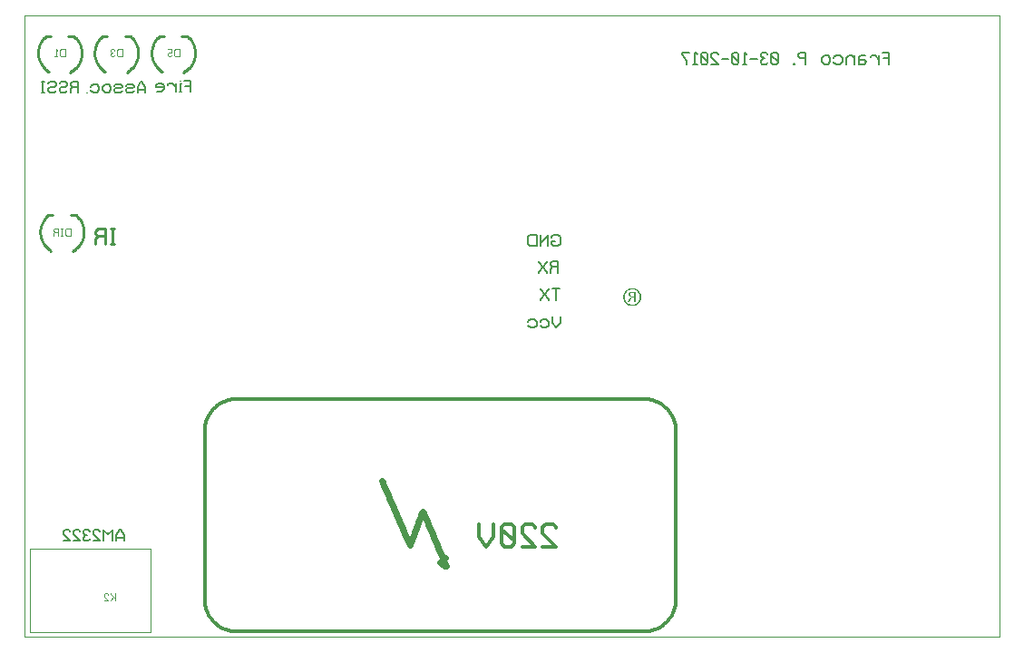
<source format=gbo>
G04 This is an RS-274x file exported by *
G04 gerbv version 2.6A *
G04 More information is available about gerbv at *
G04 http://gerbv.geda-project.org/ *
G04 --End of header info--*
%MOIN*%
%FSLAX34Y34*%
%IPPOS*%
G04 --Define apertures--*
%ADD10C,0.0039*%
%ADD11C,0.0044*%
%ADD12C,0.0100*%
%ADD13C,0.0100*%
%ADD14C,0.0139*%
%ADD15C,0.0217*%
%ADD16C,0.0069*%
%ADD17C,0.0118*%
%ADD18C,0.0093*%
%ADD19C,0.0066*%
G04 --Start main section--*
G54D10*
G01X0015157Y0000000D02*
G01X0015118Y0000000D01*
G01X0015118Y0000000D02*
G01X0015079Y0000000D01*
G01X0015079Y0000000D02*
G01X0015039Y0000000D01*
G01X0015039Y0000000D02*
G01X0015000Y0000000D01*
G01X0015000Y0000000D02*
G01X0014961Y0000000D01*
G01X0014961Y0000000D02*
G01X0014921Y0000000D01*
G01X0014921Y0000000D02*
G01X0014882Y0000000D01*
G01X0014882Y0000000D02*
G01X0014843Y0000000D01*
G01X0014843Y0000000D02*
G01X0014803Y0000000D01*
G01X0014803Y0000000D02*
G01X0014764Y0000000D01*
G01X0014764Y0000000D02*
G01X0014724Y0000000D01*
G01X0014724Y0000000D02*
G01X0014685Y0000000D01*
G01X0014685Y0000000D02*
G01X0014646Y0000000D01*
G01X0014646Y0000000D02*
G01X0014606Y0000000D01*
G01X0014606Y0000000D02*
G01X0014567Y0000000D01*
G01X0014567Y0000000D02*
G01X0014528Y0000000D01*
G01X0014528Y0000000D02*
G01X0014488Y0000000D01*
G01X0014488Y0000000D02*
G01X0014449Y0000000D01*
G01X0014449Y0000000D02*
G01X0014409Y0000000D01*
G01X0014409Y0000000D02*
G01X0014370Y0000000D01*
G01X0014370Y0000000D02*
G01X0014331Y0000000D01*
G01X0014331Y0000000D02*
G01X0014291Y0000000D01*
G01X0014291Y0000000D02*
G01X0014252Y0000000D01*
G01X0014252Y0000000D02*
G01X0014213Y0000000D01*
G01X0014213Y0000000D02*
G01X0014173Y0000000D01*
G01X0014173Y0000000D02*
G01X0014134Y0000000D01*
G01X0014134Y0000000D02*
G01X0014094Y0000000D01*
G01X0014094Y0000000D02*
G01X0014055Y0000000D01*
G01X0014055Y0000000D02*
G01X0014016Y0000000D01*
G01X0014016Y0000000D02*
G01X0013976Y0000000D01*
G01X0013976Y0000000D02*
G01X0013937Y0000000D01*
G01X0013937Y0000000D02*
G01X0013898Y0000000D01*
G01X0013898Y0000000D02*
G01X0013858Y0000000D01*
G01X0013858Y0000000D02*
G01X0013819Y0000000D01*
G01X0013819Y0000000D02*
G01X0013780Y0000000D01*
G01X0013780Y0000000D02*
G01X0013740Y0000000D01*
G01X0013740Y0000000D02*
G01X0013701Y0000000D01*
G01X0013701Y0000000D02*
G01X0013661Y0000000D01*
G01X0013661Y0000000D02*
G01X0013622Y0000000D01*
G01X0013622Y0000000D02*
G01X0013583Y0000000D01*
G01X0013583Y0000000D02*
G01X0013543Y0000000D01*
G01X0013543Y0000000D02*
G01X0013504Y0000000D01*
G01X0013504Y0000000D02*
G01X0013465Y0000000D01*
G01X0013465Y0000000D02*
G01X0013425Y0000000D01*
G01X0013425Y0000000D02*
G01X0013386Y0000000D01*
G01X0013386Y0000000D02*
G01X0013346Y0000000D01*
G01X0013346Y0000000D02*
G01X0013307Y0000000D01*
G01X0013307Y0000000D02*
G01X0013268Y0000000D01*
G01X0013268Y0000000D02*
G01X0013228Y0000000D01*
G01X0013228Y0000000D02*
G01X0013189Y0000000D01*
G01X0013189Y0000000D02*
G01X0013150Y0000000D01*
G01X0013150Y0000000D02*
G01X0013110Y0000000D01*
G01X0013110Y0000000D02*
G01X0013071Y0000000D01*
G01X0013071Y0000000D02*
G01X0013031Y0000000D01*
G01X0013031Y0000000D02*
G01X0012992Y0000000D01*
G01X0012992Y0000000D02*
G01X0012953Y0000000D01*
G01X0012953Y0000000D02*
G01X0012913Y0000000D01*
G01X0012913Y0000000D02*
G01X0012874Y0000000D01*
G01X0012874Y0000000D02*
G01X0012835Y0000000D01*
G01X0012835Y0000000D02*
G01X0012795Y0000000D01*
G01X0012795Y0000000D02*
G01X0012756Y0000000D01*
G01X0012756Y0000000D02*
G01X0012717Y0000000D01*
G01X0012717Y0000000D02*
G01X0012677Y0000000D01*
G01X0012677Y0000000D02*
G01X0012638Y0000000D01*
G01X0012638Y0000000D02*
G01X0012598Y0000000D01*
G01X0012598Y0000000D02*
G01X0012559Y0000000D01*
G01X0012559Y0000000D02*
G01X0012520Y0000000D01*
G01X0012520Y0000000D02*
G01X0012480Y0000000D01*
G01X0012480Y0000000D02*
G01X0012441Y0000000D01*
G01X0012441Y0000000D02*
G01X0012402Y0000000D01*
G01X0012402Y0000000D02*
G01X0012362Y0000000D01*
G01X0012362Y0000000D02*
G01X0012323Y0000000D01*
G01X0012323Y0000000D02*
G01X0012283Y0000000D01*
G01X0012283Y0000000D02*
G01X0012244Y0000000D01*
G01X0012244Y0000000D02*
G01X0012205Y0000000D01*
G01X0012205Y0000000D02*
G01X0012165Y0000000D01*
G01X0012165Y0000000D02*
G01X0012126Y0000000D01*
G01X0012126Y0000000D02*
G01X0012087Y0000000D01*
G01X0012087Y0000000D02*
G01X0012047Y0000000D01*
G01X0012047Y0000000D02*
G01X0012008Y0000000D01*
G01X0012008Y0000000D02*
G01X0011969Y0000000D01*
G01X0011969Y0000000D02*
G01X0011929Y0000000D01*
G01X0011929Y0000000D02*
G01X0011890Y0000000D01*
G01X0011890Y0000000D02*
G01X0011850Y0000000D01*
G01X0011850Y0000000D02*
G01X0011811Y0000000D01*
G01X0011811Y0000000D02*
G01X0011772Y0000000D01*
G01X0011772Y0000000D02*
G01X0011732Y0000000D01*
G01X0011732Y0000000D02*
G01X0011693Y0000000D01*
G01X0011693Y0000000D02*
G01X0011654Y0000000D01*
G01X0011654Y0000000D02*
G01X0011614Y0000000D01*
G01X0011614Y0000000D02*
G01X0011575Y0000000D01*
G01X0011575Y0000000D02*
G01X0011535Y0000000D01*
G01X0011535Y0000000D02*
G01X0011496Y0000000D01*
G01X0011496Y0000000D02*
G01X0011457Y0000000D01*
G01X0011457Y0000000D02*
G01X0011417Y0000000D01*
G01X0011417Y0000000D02*
G01X0011378Y0000000D01*
G01X0011378Y0000000D02*
G01X0011339Y0000000D01*
G01X0011339Y0000000D02*
G01X0011299Y0000000D01*
G01X0011299Y0000000D02*
G01X0011260Y0000000D01*
G01X0011260Y0000000D02*
G01X0011220Y0000000D01*
G01X0011220Y0000000D02*
G01X0011181Y0000000D01*
G01X0011181Y0000000D02*
G01X0011142Y0000000D01*
G01X0011142Y0000000D02*
G01X0011102Y0000000D01*
G01X0011102Y0000000D02*
G01X0011063Y0000000D01*
G01X0011063Y0000000D02*
G01X0011024Y0000000D01*
G01X0011024Y0000000D02*
G01X0010984Y0000000D01*
G01X0010984Y0000000D02*
G01X0010945Y0000000D01*
G01X0010945Y0000000D02*
G01X0010906Y0000000D01*
G01X0010906Y0000000D02*
G01X0010866Y0000000D01*
G01X0010866Y0000000D02*
G01X0010827Y0000000D01*
G01X0010827Y0000000D02*
G01X0010787Y0000000D01*
G01X0010787Y0000000D02*
G01X0010748Y0000000D01*
G01X0010748Y0000000D02*
G01X0010709Y0000000D01*
G01X0010709Y0000000D02*
G01X0010669Y0000000D01*
G01X0010669Y0000000D02*
G01X0010630Y0000000D01*
G01X0010630Y0000000D02*
G01X0010591Y0000000D01*
G01X0010591Y0000000D02*
G01X0010551Y0000000D01*
G01X0010551Y0000000D02*
G01X0010512Y0000000D01*
G01X0010512Y0000000D02*
G01X0010472Y0000000D01*
G01X0010472Y0000000D02*
G01X0010433Y0000000D01*
G01X0010433Y0000000D02*
G01X0010394Y0000000D01*
G01X0010394Y0000000D02*
G01X0010354Y0000000D01*
G01X0010354Y0000000D02*
G01X0010315Y0000000D01*
G01X0010315Y0000000D02*
G01X0010276Y0000000D01*
G01X0010276Y0000000D02*
G01X0010236Y0000000D01*
G01X0010236Y0000000D02*
G01X0010197Y0000000D01*
G01X0010197Y0000000D02*
G01X0010157Y0000000D01*
G01X0010157Y0000000D02*
G01X0010118Y0000000D01*
G01X0010118Y0000000D02*
G01X0010079Y0000000D01*
G01X0010079Y0000000D02*
G01X0010039Y0000000D01*
G01X0010039Y0000000D02*
G01X0010000Y0000000D01*
G01X0010000Y0000000D02*
G01X0009961Y0000000D01*
G01X0009961Y0000000D02*
G01X0009921Y0000000D01*
G01X0009921Y0000000D02*
G01X0009882Y0000000D01*
G01X0009882Y0000000D02*
G01X0009843Y0000000D01*
G01X0009843Y0000000D02*
G01X0009803Y0000000D01*
G01X0009803Y0000000D02*
G01X0009764Y0000000D01*
G01X0009764Y0000000D02*
G01X0009724Y0000000D01*
G01X0009724Y0000000D02*
G01X0009685Y0000000D01*
G01X0009685Y0000000D02*
G01X0009646Y0000000D01*
G01X0009646Y0000000D02*
G01X0009606Y0000000D01*
G01X0009606Y0000000D02*
G01X0009567Y0000000D01*
G01X0009567Y0000000D02*
G01X0009528Y0000000D01*
G01X0009528Y0000000D02*
G01X0009488Y0000000D01*
G01X0009488Y0000000D02*
G01X0009449Y0000000D01*
G01X0009449Y0000000D02*
G01X0009409Y0000000D01*
G01X0009409Y0000000D02*
G01X0009370Y0000000D01*
G01X0009370Y0000000D02*
G01X0009331Y0000000D01*
G01X0009331Y0000000D02*
G01X0009291Y0000000D01*
G01X0009291Y0000000D02*
G01X0009252Y0000000D01*
G01X0009252Y0000000D02*
G01X0009213Y0000000D01*
G01X0009213Y0000000D02*
G01X0009173Y0000000D01*
G01X0009173Y0000000D02*
G01X0009134Y0000000D01*
G01X0009134Y0000000D02*
G01X0009094Y0000000D01*
G01X0009094Y0000000D02*
G01X0009055Y0000000D01*
G01X0009055Y0000000D02*
G01X0009016Y0000000D01*
G01X0009016Y0000000D02*
G01X0008976Y0000000D01*
G01X0008976Y0000000D02*
G01X0008937Y0000000D01*
G01X0008937Y0000000D02*
G01X0008898Y0000000D01*
G01X0008898Y0000000D02*
G01X0008858Y0000000D01*
G01X0008858Y0000000D02*
G01X0008819Y0000000D01*
G01X0008819Y0000000D02*
G01X0008780Y0000000D01*
G01X0008780Y0000000D02*
G01X0008740Y0000000D01*
G01X0008740Y0000000D02*
G01X0008701Y0000000D01*
G01X0008701Y0000000D02*
G01X0008661Y0000000D01*
G01X0008661Y0000000D02*
G01X0008622Y0000000D01*
G01X0008622Y0000000D02*
G01X0008583Y0000000D01*
G01X0008583Y0000000D02*
G01X0008543Y0000000D01*
G01X0008543Y0000000D02*
G01X0008504Y0000000D01*
G01X0008504Y0000000D02*
G01X0008465Y0000000D01*
G01X0008465Y0000000D02*
G01X0008425Y0000000D01*
G01X0008425Y0000000D02*
G01X0008386Y0000000D01*
G01X0008386Y0000000D02*
G01X0008346Y0000000D01*
G01X0008346Y0000000D02*
G01X0008307Y0000000D01*
G01X0008307Y0000000D02*
G01X0008268Y0000000D01*
G01X0008268Y0000000D02*
G01X0008228Y0000000D01*
G01X0008228Y0000000D02*
G01X0008189Y0000000D01*
G01X0008189Y0000000D02*
G01X0008150Y0000000D01*
G01X0008150Y0000000D02*
G01X0008110Y0000000D01*
G01X0008110Y0000000D02*
G01X0008071Y0000000D01*
G01X0008071Y0000000D02*
G01X0008031Y0000000D01*
G01X0008031Y0000000D02*
G01X0007992Y0000000D01*
G01X0007992Y0000000D02*
G01X0007953Y0000000D01*
G01X0007953Y0000000D02*
G01X0007913Y0000000D01*
G01X0007913Y0000000D02*
G01X0007874Y0000000D01*
G01X0007874Y0000000D02*
G01X0007835Y0000000D01*
G01X0007835Y0000000D02*
G01X0007795Y0000000D01*
G01X0007795Y0000000D02*
G01X0007756Y0000000D01*
G01X0007756Y0000000D02*
G01X0007717Y0000000D01*
G01X0007717Y0000000D02*
G01X0007677Y0000000D01*
G01X0007677Y0000000D02*
G01X0007638Y0000000D01*
G01X0007638Y0000000D02*
G01X0007598Y0000000D01*
G01X0007598Y0000000D02*
G01X0007559Y0000000D01*
G01X0007559Y0000000D02*
G01X0007520Y0000000D01*
G01X0007520Y0000000D02*
G01X0007480Y0000000D01*
G01X0007480Y0000000D02*
G01X0007441Y0000000D01*
G01X0007441Y0000000D02*
G01X0007402Y0000000D01*
G01X0007402Y0000000D02*
G01X0007362Y0000000D01*
G01X0007362Y0000000D02*
G01X0007323Y0000000D01*
G01X0007323Y0000000D02*
G01X0007283Y0000000D01*
G01X0007283Y0000000D02*
G01X0007244Y0000000D01*
G01X0007244Y0000000D02*
G01X0007205Y0000000D01*
G01X0007205Y0000000D02*
G01X0007165Y0000000D01*
G01X0007165Y0000000D02*
G01X0007126Y0000000D01*
G01X0007126Y0000000D02*
G01X0007087Y0000000D01*
G01X0007087Y0000000D02*
G01X0007047Y0000000D01*
G01X0007047Y0000000D02*
G01X0007008Y0000000D01*
G01X0007008Y0000000D02*
G01X0006969Y0000000D01*
G01X0006969Y0000000D02*
G01X0006929Y0000000D01*
G01X0006929Y0000000D02*
G01X0006890Y0000000D01*
G01X0006890Y0000000D02*
G01X0006850Y0000000D01*
G01X0006850Y0000000D02*
G01X0006811Y0000000D01*
G01X0006811Y0000000D02*
G01X0006772Y0000000D01*
G01X0006772Y0000000D02*
G01X0006732Y0000000D01*
G01X0006732Y0000000D02*
G01X0006693Y0000000D01*
G01X0006693Y0000000D02*
G01X0006654Y0000000D01*
G01X0006654Y0000000D02*
G01X0006614Y0000000D01*
G01X0006614Y0000000D02*
G01X0006575Y0000000D01*
G01X0006575Y0000000D02*
G01X0006535Y0000000D01*
G01X0006535Y0000000D02*
G01X0006496Y0000000D01*
G01X0006496Y0000000D02*
G01X0006457Y0000000D01*
G01X0006457Y0000000D02*
G01X0006417Y0000000D01*
G01X0006417Y0000000D02*
G01X0006378Y0000000D01*
G01X0006378Y0000000D02*
G01X0006339Y0000000D01*
G01X0006339Y0000000D02*
G01X0006299Y0000000D01*
G01X0006299Y0000000D02*
G01X0006260Y0000000D01*
G01X0006260Y0000000D02*
G01X0006220Y0000000D01*
G01X0006220Y0000000D02*
G01X0006181Y0000000D01*
G01X0006181Y0000000D02*
G01X0006142Y0000000D01*
G01X0006142Y0000000D02*
G01X0006102Y0000000D01*
G01X0006102Y0000000D02*
G01X0006063Y0000000D01*
G01X0006063Y0000000D02*
G01X0006024Y0000000D01*
G01X0006024Y0000000D02*
G01X0005984Y0000000D01*
G01X0005984Y0000000D02*
G01X0005945Y0000000D01*
G01X0005945Y0000000D02*
G01X0005906Y0000000D01*
G01X0005906Y0000000D02*
G01X0005866Y0000000D01*
G01X0005866Y0000000D02*
G01X0005827Y0000000D01*
G01X0005827Y0000000D02*
G01X0005787Y0000000D01*
G01X0005787Y0000000D02*
G01X0005748Y0000000D01*
G01X0005748Y0000000D02*
G01X0005709Y0000000D01*
G01X0005709Y0000000D02*
G01X0005669Y0000000D01*
G01X0005669Y0000000D02*
G01X0005630Y0000000D01*
G01X0005630Y0000000D02*
G01X0005591Y0000000D01*
G01X0005591Y0000000D02*
G01X0005551Y0000000D01*
G01X0005551Y0000000D02*
G01X0005512Y0000000D01*
G01X0005512Y0000000D02*
G01X0005472Y0000000D01*
G01X0005472Y0000000D02*
G01X0005433Y0000000D01*
G01X0005433Y0000000D02*
G01X0005394Y0000000D01*
G01X0005394Y0000000D02*
G01X0005354Y0000000D01*
G01X0005354Y0000000D02*
G01X0005315Y0000000D01*
G01X0005315Y0000000D02*
G01X0005276Y0000000D01*
G01X0005276Y0000000D02*
G01X0005236Y0000000D01*
G01X0005236Y0000000D02*
G01X0005197Y0000000D01*
G01X0005197Y0000000D02*
G01X0005157Y0000000D01*
G01X0005157Y0000000D02*
G01X0005118Y0000000D01*
G01X0005118Y0000000D02*
G01X0005079Y0000000D01*
G01X0005079Y0000000D02*
G01X0005039Y0000000D01*
G01X0005039Y0000000D02*
G01X0005000Y0000000D01*
G01X0005000Y0000000D02*
G01X0004961Y0000000D01*
G01X0004961Y0000000D02*
G01X0004921Y0000000D01*
G01X0004921Y0000000D02*
G01X0004882Y0000000D01*
G01X0004882Y0000000D02*
G01X0004843Y0000000D01*
G01X0004843Y0000000D02*
G01X0004803Y0000000D01*
G01X0004803Y0000000D02*
G01X0004764Y0000000D01*
G01X0004764Y0000000D02*
G01X0004724Y0000000D01*
G01X0004724Y0000000D02*
G01X0004685Y0000000D01*
G01X0004685Y0000000D02*
G01X0004646Y0000000D01*
G01X0004646Y0000000D02*
G01X0004606Y0000000D01*
G01X0004606Y0000000D02*
G01X0004567Y0000000D01*
G01X0004567Y0000000D02*
G01X0004528Y0000000D01*
G01X0004528Y0000000D02*
G01X0004488Y0000000D01*
G01X0004488Y0000000D02*
G01X0004449Y0000000D01*
G01X0004449Y0000000D02*
G01X0004409Y0000000D01*
G01X0004409Y0000000D02*
G01X0004370Y0000000D01*
G01X0004370Y0000000D02*
G01X0004331Y0000000D01*
G01X0004331Y0000000D02*
G01X0004291Y0000000D01*
G01X0004291Y0000000D02*
G01X0004252Y0000000D01*
G01X0004252Y0000000D02*
G01X0004213Y0000000D01*
G01X0004213Y0000000D02*
G01X0004173Y0000000D01*
G01X0004173Y0000000D02*
G01X0004134Y0000000D01*
G01X0004134Y0000000D02*
G01X0004094Y0000000D01*
G01X0004094Y0000000D02*
G01X0004055Y0000000D01*
G01X0004055Y0000000D02*
G01X0004016Y0000000D01*
G01X0004016Y0000000D02*
G01X0003976Y0000000D01*
G01X0003976Y0000000D02*
G01X0003937Y0000000D01*
G01X0003937Y0000000D02*
G01X0003898Y0000000D01*
G01X0003898Y0000000D02*
G01X0003858Y0000000D01*
G01X0003858Y0000000D02*
G01X0003819Y0000000D01*
G01X0003819Y0000000D02*
G01X0003780Y0000000D01*
G01X0003780Y0000000D02*
G01X0003740Y0000000D01*
G01X0003740Y0000000D02*
G01X0003701Y0000000D01*
G01X0003701Y0000000D02*
G01X0003661Y0000000D01*
G01X0003661Y0000000D02*
G01X0003622Y0000000D01*
G01X0003622Y0000000D02*
G01X0003583Y0000000D01*
G01X0003583Y0000000D02*
G01X0003543Y0000000D01*
G01X0003543Y0000000D02*
G01X0003504Y0000000D01*
G01X0003504Y0000000D02*
G01X0003465Y0000000D01*
G01X0003465Y0000000D02*
G01X0003425Y0000000D01*
G01X0003425Y0000000D02*
G01X0003386Y0000000D01*
G01X0003386Y0000000D02*
G01X0003346Y0000000D01*
G01X0003346Y0000000D02*
G01X0003307Y0000000D01*
G01X0003307Y0000000D02*
G01X0003268Y0000000D01*
G01X0003268Y0000000D02*
G01X0003228Y0000000D01*
G01X0003228Y0000000D02*
G01X0003189Y0000000D01*
G01X0003189Y0000000D02*
G01X0003150Y0000000D01*
G01X0003150Y0000000D02*
G01X0003110Y0000000D01*
G01X0003110Y0000000D02*
G01X0003071Y0000000D01*
G01X0003071Y0000000D02*
G01X0003031Y0000000D01*
G01X0003031Y0000000D02*
G01X0002992Y0000000D01*
G01X0002992Y0000000D02*
G01X0002953Y0000000D01*
G01X0002953Y0000000D02*
G01X0002913Y0000000D01*
G01X0002913Y0000000D02*
G01X0002874Y0000000D01*
G01X0002874Y0000000D02*
G01X0002835Y0000000D01*
G01X0002835Y0000000D02*
G01X0002795Y0000000D01*
G01X0002795Y0000000D02*
G01X0002756Y0000000D01*
G01X0002756Y0000000D02*
G01X0002717Y0000000D01*
G01X0002717Y0000000D02*
G01X0002677Y0000000D01*
G01X0002677Y0000000D02*
G01X0002638Y0000000D01*
G01X0002638Y0000000D02*
G01X0002598Y0000000D01*
G01X0002598Y0000000D02*
G01X0002559Y0000000D01*
G01X0002559Y0000000D02*
G01X0002520Y0000000D01*
G01X0002520Y0000000D02*
G01X0002480Y0000000D01*
G01X0002480Y0000000D02*
G01X0002441Y0000000D01*
G01X0002441Y0000000D02*
G01X0002402Y0000000D01*
G01X0002402Y0000000D02*
G01X0002362Y0000000D01*
G01X0002362Y0000000D02*
G01X0002323Y0000000D01*
G01X0002323Y0000000D02*
G01X0002283Y0000000D01*
G01X0002283Y0000000D02*
G01X0002244Y0000000D01*
G01X0002244Y0000000D02*
G01X0002205Y0000000D01*
G01X0002205Y0000000D02*
G01X0002165Y0000000D01*
G01X0002165Y0000000D02*
G01X0002126Y0000000D01*
G01X0002126Y0000000D02*
G01X0002087Y0000000D01*
G01X0002087Y0000000D02*
G01X0002047Y0000000D01*
G01X0002047Y0000000D02*
G01X0002008Y0000000D01*
G01X0002008Y0000000D02*
G01X0001969Y0000000D01*
G01X0001969Y0000000D02*
G01X0001929Y0000000D01*
G01X0001929Y0000000D02*
G01X0001890Y0000000D01*
G01X0001890Y0000000D02*
G01X0001850Y0000000D01*
G01X0001850Y0000000D02*
G01X0001811Y0000000D01*
G01X0001811Y0000000D02*
G01X0001772Y0000000D01*
G01X0001772Y0000000D02*
G01X0001732Y0000000D01*
G01X0001732Y0000000D02*
G01X0001693Y0000000D01*
G01X0001693Y0000000D02*
G01X0001654Y0000000D01*
G01X0001654Y0000000D02*
G01X0001614Y0000000D01*
G01X0001614Y0000000D02*
G01X0001575Y0000000D01*
G01X0001575Y0000000D02*
G01X0001535Y0000000D01*
G01X0001535Y0000000D02*
G01X0001496Y0000000D01*
G01X0001496Y0000000D02*
G01X0001457Y0000000D01*
G01X0001457Y0000000D02*
G01X0001417Y0000000D01*
G01X0001417Y0000000D02*
G01X0001378Y0000000D01*
G01X0001378Y0000000D02*
G01X0001339Y0000000D01*
G01X0001339Y0000000D02*
G01X0001299Y0000000D01*
G01X0001299Y0000000D02*
G01X0001260Y0000000D01*
G01X0001260Y0000000D02*
G01X0001220Y0000000D01*
G01X0001220Y0000000D02*
G01X0001181Y0000000D01*
G01X0001181Y0000000D02*
G01X0001142Y0000000D01*
G01X0001142Y0000000D02*
G01X0001102Y0000000D01*
G01X0001102Y0000000D02*
G01X0001063Y0000000D01*
G01X0001063Y0000000D02*
G01X0001024Y0000000D01*
G01X0001024Y0000000D02*
G01X0000984Y0000000D01*
G01X0000984Y0000000D02*
G01X0000945Y0000000D01*
G01X0000945Y0000000D02*
G01X0000906Y0000000D01*
G01X0000906Y0000000D02*
G01X0000866Y0000000D01*
G01X0000866Y0000000D02*
G01X0000827Y0000000D01*
G01X0000827Y0000000D02*
G01X0000787Y0000000D01*
G01X0000787Y0000000D02*
G01X0000748Y0000000D01*
G01X0000748Y0000000D02*
G01X0000709Y0000000D01*
G01X0000709Y0000000D02*
G01X0000669Y0000000D01*
G01X0000669Y0000000D02*
G01X0000630Y0000000D01*
G01X0000630Y0000000D02*
G01X0000591Y0000000D01*
G01X0000591Y0000000D02*
G01X0000551Y0000000D01*
G01X0000551Y0000000D02*
G01X0000512Y0000000D01*
G01X0000512Y0000000D02*
G01X0000472Y0000000D01*
G01X0000472Y0000000D02*
G01X0000433Y0000000D01*
G01X0000433Y0000000D02*
G01X0000394Y0000000D01*
G01X0000394Y0000000D02*
G01X0000354Y0000000D01*
G01X0000354Y0000000D02*
G01X0000315Y0000000D01*
G01X0000315Y0000000D02*
G01X0000276Y0000000D01*
G01X0000276Y0000000D02*
G01X0000236Y0000000D01*
G01X0000236Y0000000D02*
G01X0000197Y0000000D01*
G01X0000197Y0000000D02*
G01X0000157Y0000000D01*
G01X0000157Y0000000D02*
G01X0000118Y0000000D01*
G01X0000118Y0000000D02*
G01X0000079Y0000000D01*
G01X0000079Y0000000D02*
G01X0000039Y0000000D01*
G01X0000039Y0000000D02*
G01X0000000Y0000000D01*
G01X0000000Y0000000D02*
G01X0000000Y0000039D01*
G01X0000000Y0000039D02*
G01X0000000Y0000079D01*
G01X0000000Y0000079D02*
G01X0000000Y0000118D01*
G01X0000000Y0000118D02*
G01X0000000Y0000157D01*
G01X0000000Y0000157D02*
G01X0000000Y0000197D01*
G01X0000000Y0000197D02*
G01X0000000Y0000236D01*
G01X0000000Y0000236D02*
G01X0000000Y0000276D01*
G01X0000000Y0000276D02*
G01X0000000Y0000315D01*
G01X0000000Y0000315D02*
G01X0000000Y0000354D01*
G01X0000000Y0000354D02*
G01X0000000Y0000394D01*
G01X0000000Y0000394D02*
G01X0000000Y0000433D01*
G01X0000000Y0000433D02*
G01X0000000Y0000472D01*
G01X0000000Y0000472D02*
G01X0000000Y0000512D01*
G01X0000000Y0000512D02*
G01X0000000Y0000551D01*
G01X0000000Y0000551D02*
G01X0000000Y0000591D01*
G01X0000000Y0000591D02*
G01X0000000Y0000630D01*
G01X0000000Y0000630D02*
G01X0000000Y0000669D01*
G01X0000000Y0000669D02*
G01X0000000Y0000709D01*
G01X0000000Y0000709D02*
G01X0000000Y0000748D01*
G01X0000000Y0000748D02*
G01X0000000Y0000787D01*
G01X0000000Y0000787D02*
G01X0000000Y0000827D01*
G01X0000000Y0000827D02*
G01X0000000Y0000866D01*
G01X0000000Y0000866D02*
G01X0000000Y0000906D01*
G01X0000000Y0000906D02*
G01X0000000Y0000945D01*
G01X0000000Y0000945D02*
G01X0000000Y0000984D01*
G01X0000000Y0000984D02*
G01X0000000Y0001024D01*
G01X0000000Y0001024D02*
G01X0000000Y0001063D01*
G01X0000000Y0001063D02*
G01X0000000Y0001102D01*
G01X0000000Y0001102D02*
G01X0000000Y0001142D01*
G01X0000000Y0001142D02*
G01X0000000Y0001181D01*
G01X0000000Y0001181D02*
G01X0000000Y0001220D01*
G01X0000000Y0001220D02*
G01X0000000Y0001260D01*
G01X0000000Y0001260D02*
G01X0000000Y0001299D01*
G01X0000000Y0001299D02*
G01X0000000Y0001339D01*
G01X0000000Y0001339D02*
G01X0000000Y0001378D01*
G01X0000000Y0001378D02*
G01X0000000Y0001417D01*
G01X0000000Y0001417D02*
G01X0000000Y0001457D01*
G01X0000000Y0001457D02*
G01X0000000Y0001496D01*
G01X0000000Y0001496D02*
G01X0000000Y0001535D01*
G01X0000000Y0001535D02*
G01X0000000Y0001575D01*
G01X0000000Y0001575D02*
G01X0000000Y0001614D01*
G01X0000000Y0001614D02*
G01X0000000Y0001654D01*
G01X0000000Y0001654D02*
G01X0000000Y0001693D01*
G01X0000000Y0001693D02*
G01X0000000Y0001732D01*
G01X0000000Y0001732D02*
G01X0000000Y0001772D01*
G01X0000000Y0001772D02*
G01X0000000Y0001811D01*
G01X0000000Y0001811D02*
G01X0000000Y0001850D01*
G01X0000000Y0001850D02*
G01X0000000Y0001890D01*
G01X0000000Y0001890D02*
G01X0000000Y0001929D01*
G01X0000000Y0001929D02*
G01X0000000Y0001969D01*
G01X0000000Y0001969D02*
G01X0000000Y0002008D01*
G01X0000000Y0002008D02*
G01X0000000Y0002047D01*
G01X0000000Y0002047D02*
G01X0000000Y0002087D01*
G01X0000000Y0002087D02*
G01X0000000Y0002126D01*
G01X0000000Y0002126D02*
G01X0000000Y0002165D01*
G01X0000000Y0002165D02*
G01X0000000Y0002205D01*
G01X0000000Y0002205D02*
G01X0000000Y0002244D01*
G01X0000000Y0002244D02*
G01X0000000Y0002283D01*
G01X0000000Y0002283D02*
G01X0000000Y0002323D01*
G01X0000000Y0002323D02*
G01X0000000Y0002362D01*
G01X0000000Y0002362D02*
G01X0000000Y0002402D01*
G01X0000000Y0002402D02*
G01X0000000Y0002441D01*
G01X0000000Y0002441D02*
G01X0000000Y0002480D01*
G01X0000000Y0002480D02*
G01X0000000Y0002520D01*
G01X0000000Y0002520D02*
G01X0000000Y0002559D01*
G01X0000000Y0002559D02*
G01X0000000Y0002598D01*
G01X0000000Y0002598D02*
G01X0000000Y0002638D01*
G01X0000000Y0002638D02*
G01X0000000Y0002677D01*
G01X0000000Y0002677D02*
G01X0000000Y0002717D01*
G01X0000000Y0002717D02*
G01X0000000Y0002756D01*
G01X0000000Y0002756D02*
G01X0000000Y0002795D01*
G01X0000000Y0002795D02*
G01X0000000Y0002835D01*
G01X0000000Y0002835D02*
G01X0000000Y0002874D01*
G01X0000000Y0002874D02*
G01X0000000Y0002913D01*
G01X0000000Y0002913D02*
G01X0000000Y0002953D01*
G01X0000000Y0002953D02*
G01X0000000Y0002992D01*
G01X0000000Y0002992D02*
G01X0000000Y0003031D01*
G01X0000000Y0003031D02*
G01X0000000Y0003071D01*
G01X0000000Y0003071D02*
G01X0000000Y0003110D01*
G01X0000000Y0003110D02*
G01X0000000Y0003150D01*
G01X0000000Y0003150D02*
G01X0000000Y0003189D01*
G01X0000000Y0003189D02*
G01X0000000Y0003228D01*
G01X0000000Y0003228D02*
G01X0000000Y0003268D01*
G01X0000000Y0003268D02*
G01X0000000Y0003307D01*
G01X0000000Y0003307D02*
G01X0000000Y0003346D01*
G01X0000000Y0003346D02*
G01X0000000Y0003386D01*
G01X0000000Y0003386D02*
G01X0000000Y0003425D01*
G01X0000000Y0003425D02*
G01X0000000Y0003465D01*
G01X0000000Y0003465D02*
G01X0000000Y0003504D01*
G01X0000000Y0003504D02*
G01X0000000Y0003543D01*
G01X0000000Y0003543D02*
G01X0000000Y0003583D01*
G01X0000000Y0003583D02*
G01X0000000Y0003622D01*
G01X0000000Y0003622D02*
G01X0000000Y0003661D01*
G01X0000000Y0003661D02*
G01X0000000Y0003701D01*
G01X0000000Y0003701D02*
G01X0000000Y0003740D01*
G01X0000000Y0003740D02*
G01X0000000Y0003780D01*
G01X0000000Y0003780D02*
G01X0000000Y0003819D01*
G01X0000000Y0003819D02*
G01X0000000Y0003858D01*
G01X0000000Y0003858D02*
G01X0000000Y0003898D01*
G01X0000000Y0003898D02*
G01X0000000Y0003937D01*
G01X0000000Y0003937D02*
G01X0000000Y0003976D01*
G01X0000000Y0003976D02*
G01X0000000Y0004016D01*
G01X0000000Y0004016D02*
G01X0000000Y0004055D01*
G01X0000000Y0004055D02*
G01X0000000Y0004094D01*
G01X0000000Y0004094D02*
G01X0000000Y0004134D01*
G01X0000000Y0004134D02*
G01X0000000Y0004173D01*
G01X0000000Y0004173D02*
G01X0000000Y0004213D01*
G01X0000000Y0004213D02*
G01X0000000Y0004252D01*
G01X0000000Y0004252D02*
G01X0000000Y0004291D01*
G01X0000000Y0004291D02*
G01X0000000Y0004331D01*
G01X0000000Y0004331D02*
G01X0000000Y0004370D01*
G01X0000000Y0004370D02*
G01X0000000Y0004409D01*
G01X0000000Y0004409D02*
G01X0000000Y0004449D01*
G01X0000000Y0004449D02*
G01X0000000Y0004488D01*
G01X0000000Y0004488D02*
G01X0000000Y0004528D01*
G01X0000000Y0004528D02*
G01X0000000Y0004567D01*
G01X0000000Y0004567D02*
G01X0000000Y0004606D01*
G01X0000000Y0004606D02*
G01X0000000Y0004646D01*
G01X0000000Y0004646D02*
G01X0000000Y0004685D01*
G01X0000000Y0004685D02*
G01X0000000Y0004724D01*
G01X0000000Y0004724D02*
G01X0000000Y0004764D01*
G01X0000000Y0004764D02*
G01X0000000Y0004803D01*
G01X0000000Y0004803D02*
G01X0000000Y0004843D01*
G01X0000000Y0004843D02*
G01X0000000Y0004882D01*
G01X0000000Y0004882D02*
G01X0000000Y0004921D01*
G01X0000000Y0004921D02*
G01X0000000Y0004961D01*
G01X0000000Y0004961D02*
G01X0000000Y0005000D01*
G01X0000000Y0005000D02*
G01X0000000Y0005039D01*
G01X0000000Y0005039D02*
G01X0000000Y0005079D01*
G01X0000000Y0005079D02*
G01X0000000Y0005118D01*
G01X0000000Y0005118D02*
G01X0000000Y0005157D01*
G01X0000000Y0005157D02*
G01X0000000Y0005197D01*
G01X0000000Y0005197D02*
G01X0000000Y0005236D01*
G01X0000000Y0005236D02*
G01X0000000Y0005276D01*
G01X0000000Y0005276D02*
G01X0000000Y0005315D01*
G01X0000000Y0005315D02*
G01X0000000Y0005354D01*
G01X0000000Y0005354D02*
G01X0000000Y0005394D01*
G01X0000000Y0005394D02*
G01X0000000Y0005433D01*
G01X0000000Y0005433D02*
G01X0000000Y0005472D01*
G01X0000000Y0005472D02*
G01X0000000Y0005512D01*
G01X0000000Y0005512D02*
G01X0000000Y0005551D01*
G01X0000000Y0005551D02*
G01X0000000Y0005591D01*
G01X0000000Y0005591D02*
G01X0000000Y0005630D01*
G01X0000000Y0005630D02*
G01X0000000Y0005669D01*
G01X0000000Y0005669D02*
G01X0000000Y0005709D01*
G01X0000000Y0005709D02*
G01X0000000Y0005748D01*
G01X0000000Y0005748D02*
G01X0000000Y0005787D01*
G01X0000000Y0005787D02*
G01X0000000Y0005827D01*
G01X0000000Y0005827D02*
G01X0000000Y0005866D01*
G01X0000000Y0005866D02*
G01X0000000Y0005906D01*
G01X0000000Y0005906D02*
G01X0000000Y0005945D01*
G01X0000000Y0005945D02*
G01X0000000Y0005984D01*
G01X0000000Y0005984D02*
G01X0000000Y0006024D01*
G01X0000000Y0006024D02*
G01X0000000Y0006063D01*
G01X0000000Y0006063D02*
G01X0000000Y0006102D01*
G01X0000000Y0006102D02*
G01X0000000Y0006142D01*
G01X0000000Y0006142D02*
G01X0000000Y0006181D01*
G01X0000000Y0006181D02*
G01X0000000Y0006220D01*
G01X0000000Y0006220D02*
G01X0000000Y0006260D01*
G01X0000000Y0006260D02*
G01X0000000Y0006299D01*
G01X0000000Y0006299D02*
G01X0000000Y0006339D01*
G01X0000000Y0006339D02*
G01X0000000Y0006378D01*
G01X0000000Y0006378D02*
G01X0000000Y0006417D01*
G01X0000000Y0006417D02*
G01X0000000Y0006457D01*
G01X0000000Y0006457D02*
G01X0000000Y0006496D01*
G01X0000000Y0006496D02*
G01X0000000Y0006535D01*
G01X0000000Y0006535D02*
G01X0000000Y0006575D01*
G01X0000000Y0006575D02*
G01X0000000Y0006614D01*
G01X0000000Y0006614D02*
G01X0000000Y0006654D01*
G01X0000000Y0006654D02*
G01X0000000Y0006693D01*
G01X0000000Y0006693D02*
G01X0000000Y0006732D01*
G01X0000000Y0006732D02*
G01X0000000Y0006772D01*
G01X0000000Y0006772D02*
G01X0000000Y0006811D01*
G01X0000000Y0006811D02*
G01X0000000Y0006850D01*
G01X0000000Y0006850D02*
G01X0000000Y0006890D01*
G01X0000000Y0006890D02*
G01X0000000Y0006929D01*
G01X0000000Y0006929D02*
G01X0000000Y0006969D01*
G01X0000000Y0006969D02*
G01X0000000Y0007008D01*
G01X0000000Y0007008D02*
G01X0000000Y0007047D01*
G01X0000000Y0007047D02*
G01X0000000Y0007087D01*
G01X0000000Y0007087D02*
G01X0000000Y0007126D01*
G01X0000000Y0007126D02*
G01X0000000Y0007165D01*
G01X0000000Y0007165D02*
G01X0000000Y0007205D01*
G01X0000000Y0007205D02*
G01X0000000Y0007244D01*
G01X0000000Y0007244D02*
G01X0000000Y0007283D01*
G01X0000000Y0007283D02*
G01X0000000Y0007323D01*
G01X0000000Y0007323D02*
G01X0000000Y0007362D01*
G01X0000000Y0007362D02*
G01X0000000Y0007402D01*
G01X0000000Y0007402D02*
G01X0000000Y0007441D01*
G01X0000000Y0007441D02*
G01X0000000Y0007480D01*
G01X0000000Y0007480D02*
G01X0000000Y0007520D01*
G01X0000000Y0007520D02*
G01X0000000Y0007559D01*
G01X0000000Y0007559D02*
G01X0000000Y0007598D01*
G01X0000000Y0007598D02*
G01X0000000Y0007638D01*
G01X0000000Y0007638D02*
G01X0000000Y0007677D01*
G01X0000000Y0007677D02*
G01X0000000Y0007717D01*
G01X0000000Y0007717D02*
G01X0000000Y0007756D01*
G01X0000000Y0007756D02*
G01X0000000Y0007795D01*
G01X0000000Y0007795D02*
G01X0000000Y0007835D01*
G01X0000000Y0007835D02*
G01X0000000Y0007874D01*
G01X0000000Y0007874D02*
G01X0000000Y0007913D01*
G01X0000000Y0007913D02*
G01X0000000Y0007953D01*
G01X0000000Y0007953D02*
G01X0000000Y0007992D01*
G01X0000000Y0007992D02*
G01X0000000Y0008031D01*
G01X0000000Y0008031D02*
G01X0000000Y0008071D01*
G01X0000000Y0008071D02*
G01X0000000Y0008110D01*
G01X0000000Y0008110D02*
G01X0000000Y0008150D01*
G01X0000000Y0008150D02*
G01X0000000Y0008189D01*
G01X0000000Y0008189D02*
G01X0000000Y0008228D01*
G01X0000000Y0008228D02*
G01X0000000Y0008268D01*
G01X0000000Y0008268D02*
G01X0000000Y0008307D01*
G01X0000000Y0008307D02*
G01X0000000Y0008346D01*
G01X0000000Y0008346D02*
G01X0000000Y0008386D01*
G01X0000000Y0008386D02*
G01X0000000Y0008425D01*
G01X0000000Y0008425D02*
G01X0000000Y0008465D01*
G01X0000000Y0008465D02*
G01X0000000Y0008504D01*
G01X0000000Y0008504D02*
G01X0000000Y0008543D01*
G01X0000000Y0008543D02*
G01X0000000Y0008583D01*
G01X0000000Y0008583D02*
G01X0000000Y0008622D01*
G01X0000000Y0008622D02*
G01X0000000Y0008661D01*
G01X0000000Y0008661D02*
G01X0000000Y0008701D01*
G01X0000000Y0008701D02*
G01X0000000Y0008740D01*
G01X0000000Y0008740D02*
G01X0000000Y0008780D01*
G01X0000000Y0008780D02*
G01X0000000Y0008819D01*
G01X0000000Y0008819D02*
G01X0000000Y0008858D01*
G01X0000000Y0008858D02*
G01X0000000Y0008898D01*
G01X0000000Y0008898D02*
G01X0000000Y0008937D01*
G01X0000000Y0008937D02*
G01X0000000Y0008976D01*
G01X0000000Y0008976D02*
G01X0000000Y0009016D01*
G01X0000000Y0009016D02*
G01X0000000Y0009055D01*
G01X0000000Y0009055D02*
G01X0000000Y0009094D01*
G01X0000000Y0009094D02*
G01X0000000Y0009134D01*
G01X0000000Y0009134D02*
G01X0000000Y0009173D01*
G01X0000000Y0009173D02*
G01X0000000Y0009213D01*
G01X0000000Y0009213D02*
G01X0000000Y0009252D01*
G01X0000000Y0009252D02*
G01X0000000Y0009291D01*
G01X0000000Y0009291D02*
G01X0000000Y0009331D01*
G01X0000000Y0009331D02*
G01X0000000Y0009370D01*
G01X0000000Y0009370D02*
G01X0000000Y0009409D01*
G01X0000000Y0009409D02*
G01X0000000Y0009449D01*
G01X0000000Y0009449D02*
G01X0000000Y0009488D01*
G01X0000000Y0009488D02*
G01X0000000Y0009528D01*
G01X0000000Y0009528D02*
G01X0000000Y0009567D01*
G01X0000000Y0009567D02*
G01X0000000Y0009606D01*
G01X0000000Y0009606D02*
G01X0000000Y0009646D01*
G01X0000000Y0009646D02*
G01X0000000Y0009685D01*
G01X0000000Y0009685D02*
G01X0000000Y0009724D01*
G01X0000000Y0009724D02*
G01X0000000Y0009764D01*
G01X0000000Y0009764D02*
G01X0000000Y0009803D01*
G01X0000000Y0009803D02*
G01X0000000Y0009843D01*
G01X0000000Y0009843D02*
G01X0000000Y0009882D01*
G01X0000000Y0009882D02*
G01X0000000Y0009921D01*
G01X0000000Y0009921D02*
G01X0000000Y0009961D01*
G01X0000000Y0009961D02*
G01X0000000Y0010000D01*
G01X0000000Y0010000D02*
G01X0000000Y0010039D01*
G01X0000000Y0010039D02*
G01X0000000Y0010079D01*
G01X0000000Y0010079D02*
G01X0000000Y0010118D01*
G01X0000000Y0010118D02*
G01X0000000Y0010157D01*
G01X0000000Y0010157D02*
G01X0000000Y0010197D01*
G01X0000000Y0010197D02*
G01X0000000Y0010236D01*
G01X0000000Y0010236D02*
G01X0000000Y0010276D01*
G01X0000000Y0010276D02*
G01X0000000Y0010315D01*
G01X0000000Y0010315D02*
G01X0000000Y0010354D01*
G01X0000000Y0010354D02*
G01X0000000Y0010394D01*
G01X0000000Y0010394D02*
G01X0000000Y0010433D01*
G01X0000000Y0010433D02*
G01X0000000Y0010472D01*
G01X0000000Y0010472D02*
G01X0000000Y0010512D01*
G01X0000000Y0010512D02*
G01X0000000Y0010551D01*
G01X0000000Y0010551D02*
G01X0000000Y0010591D01*
G01X0000000Y0010591D02*
G01X0000000Y0010630D01*
G01X0000000Y0010630D02*
G01X0000000Y0010669D01*
G01X0000000Y0010669D02*
G01X0000000Y0010709D01*
G01X0000000Y0010709D02*
G01X0000000Y0010748D01*
G01X0000000Y0010748D02*
G01X0000000Y0010787D01*
G01X0000000Y0010787D02*
G01X0000000Y0010827D01*
G01X0000000Y0010827D02*
G01X0000000Y0010866D01*
G01X0000000Y0010866D02*
G01X0000000Y0010906D01*
G01X0000000Y0010906D02*
G01X0000000Y0010945D01*
G01X0000000Y0010945D02*
G01X0000000Y0010984D01*
G01X0000000Y0010984D02*
G01X0000000Y0011024D01*
G01X0000000Y0011024D02*
G01X0000000Y0011063D01*
G01X0000000Y0011063D02*
G01X0000000Y0011102D01*
G01X0000000Y0011102D02*
G01X0000000Y0011142D01*
G01X0000000Y0011142D02*
G01X0000000Y0011181D01*
G01X0000000Y0011181D02*
G01X0000000Y0011220D01*
G01X0000000Y0011220D02*
G01X0000000Y0011260D01*
G01X0000000Y0011260D02*
G01X0000000Y0011299D01*
G01X0000000Y0011299D02*
G01X0000000Y0011339D01*
G01X0000000Y0011339D02*
G01X0000000Y0011378D01*
G01X0000000Y0011378D02*
G01X0000000Y0011417D01*
G01X0000000Y0011417D02*
G01X0000000Y0011457D01*
G01X0000000Y0011457D02*
G01X0000000Y0011496D01*
G01X0000000Y0011496D02*
G01X0000000Y0011535D01*
G01X0000000Y0011535D02*
G01X0000000Y0011575D01*
G01X0000000Y0011575D02*
G01X0000000Y0011614D01*
G01X0000000Y0011614D02*
G01X0000000Y0011654D01*
G01X0000000Y0011654D02*
G01X0000000Y0011693D01*
G01X0000000Y0011693D02*
G01X0000000Y0011732D01*
G01X0000000Y0011732D02*
G01X0000000Y0011772D01*
G01X0000000Y0011772D02*
G01X0000000Y0011811D01*
G01X0000000Y0011811D02*
G01X0000000Y0011850D01*
G01X0000000Y0011850D02*
G01X0000000Y0011890D01*
G01X0000000Y0011890D02*
G01X0000000Y0011929D01*
G01X0000000Y0011929D02*
G01X0000000Y0011969D01*
G01X0000000Y0011969D02*
G01X0000000Y0012008D01*
G01X0000000Y0012008D02*
G01X0000000Y0012047D01*
G01X0000000Y0012047D02*
G01X0000000Y0012087D01*
G01X0000000Y0012087D02*
G01X0000000Y0012126D01*
G01X0000000Y0012126D02*
G01X0000000Y0012165D01*
G01X0000000Y0012165D02*
G01X0000000Y0012205D01*
G01X0000000Y0012205D02*
G01X0000000Y0012244D01*
G01X0000000Y0012244D02*
G01X0000000Y0012283D01*
G01X0000000Y0012283D02*
G01X0000000Y0012323D01*
G01X0000000Y0012323D02*
G01X0000000Y0012362D01*
G01X0000000Y0012362D02*
G01X0000000Y0012402D01*
G01X0000000Y0012402D02*
G01X0000000Y0012441D01*
G01X0000000Y0012441D02*
G01X0000000Y0012480D01*
G01X0000000Y0012480D02*
G01X0000000Y0012520D01*
G01X0000000Y0012520D02*
G01X0000000Y0012559D01*
G01X0000000Y0012559D02*
G01X0000000Y0012598D01*
G01X0000000Y0012598D02*
G01X0000000Y0012638D01*
G01X0000000Y0012638D02*
G01X0000000Y0012677D01*
G01X0000000Y0012677D02*
G01X0000000Y0012717D01*
G01X0000000Y0012717D02*
G01X0000000Y0012756D01*
G01X0000000Y0012756D02*
G01X0000000Y0012795D01*
G01X0000000Y0012795D02*
G01X0000000Y0012835D01*
G01X0000000Y0012835D02*
G01X0000000Y0012874D01*
G01X0000000Y0012874D02*
G01X0000000Y0012913D01*
G01X0000000Y0012913D02*
G01X0000000Y0012953D01*
G01X0000000Y0012953D02*
G01X0000000Y0012992D01*
G01X0000000Y0012992D02*
G01X0000000Y0013031D01*
G01X0000000Y0013031D02*
G01X0000000Y0013071D01*
G01X0000000Y0013071D02*
G01X0000000Y0013110D01*
G01X0000000Y0013110D02*
G01X0000000Y0013150D01*
G01X0000000Y0013150D02*
G01X0000000Y0013189D01*
G01X0000000Y0013189D02*
G01X0000000Y0013228D01*
G01X0000000Y0013228D02*
G01X0000000Y0013268D01*
G01X0000000Y0013268D02*
G01X0000000Y0013307D01*
G01X0000000Y0013307D02*
G01X0000000Y0013346D01*
G01X0000000Y0013346D02*
G01X0000000Y0013386D01*
G01X0000000Y0013386D02*
G01X0000000Y0013425D01*
G01X0000000Y0013425D02*
G01X0000000Y0013465D01*
G01X0000000Y0013465D02*
G01X0000000Y0013504D01*
G01X0000000Y0013504D02*
G01X0000000Y0013543D01*
G01X0000000Y0013543D02*
G01X0000000Y0013583D01*
G01X0000000Y0013583D02*
G01X0000000Y0013622D01*
G01X0000000Y0013622D02*
G01X0000000Y0013661D01*
G01X0000000Y0013661D02*
G01X0000000Y0013701D01*
G01X0000000Y0013701D02*
G01X0000000Y0013740D01*
G01X0000000Y0013740D02*
G01X0000000Y0013780D01*
G01X0000000Y0013780D02*
G01X0000000Y0013819D01*
G01X0000000Y0013819D02*
G01X0000000Y0013858D01*
G01X0000000Y0013858D02*
G01X0000000Y0013898D01*
G01X0000000Y0013898D02*
G01X0000000Y0013937D01*
G01X0000000Y0013937D02*
G01X0000000Y0013976D01*
G01X0000000Y0013976D02*
G01X0000000Y0014016D01*
G01X0000000Y0014016D02*
G01X0000000Y0014055D01*
G01X0000000Y0014055D02*
G01X0000000Y0014094D01*
G01X0000000Y0014094D02*
G01X0000000Y0014134D01*
G01X0000000Y0014134D02*
G01X0000000Y0014173D01*
G01X0000000Y0014173D02*
G01X0000000Y0014213D01*
G01X0000000Y0014213D02*
G01X0000000Y0014252D01*
G01X0000000Y0014252D02*
G01X0000000Y0014291D01*
G01X0000000Y0014291D02*
G01X0000000Y0014331D01*
G01X0000000Y0014331D02*
G01X0000000Y0014370D01*
G01X0000000Y0014370D02*
G01X0000000Y0014409D01*
G01X0000000Y0014409D02*
G01X0000000Y0014449D01*
G01X0000000Y0014449D02*
G01X0000000Y0014488D01*
G01X0000000Y0014488D02*
G01X0000000Y0014528D01*
G01X0000000Y0014528D02*
G01X0000000Y0014567D01*
G01X0000000Y0014567D02*
G01X0000000Y0014606D01*
G01X0000000Y0014606D02*
G01X0000000Y0014646D01*
G01X0000000Y0014646D02*
G01X0000000Y0014685D01*
G01X0000000Y0014685D02*
G01X0000000Y0014724D01*
G01X0000000Y0014724D02*
G01X0000000Y0014764D01*
G01X0000000Y0014764D02*
G01X0000000Y0014803D01*
G01X0000000Y0014803D02*
G01X0000000Y0014843D01*
G01X0000000Y0014843D02*
G01X0000000Y0014882D01*
G01X0000000Y0014882D02*
G01X0000000Y0014921D01*
G01X0000000Y0014921D02*
G01X0000000Y0014961D01*
G01X0000000Y0014961D02*
G01X0000000Y0015000D01*
G01X0000000Y0015000D02*
G01X0000000Y0015039D01*
G01X0000000Y0015039D02*
G01X0000000Y0015079D01*
G01X0000000Y0015079D02*
G01X0000000Y0015118D01*
G01X0000000Y0015118D02*
G01X0000000Y0015157D01*
G01X0000000Y0015157D02*
G01X0000000Y0015197D01*
G01X0000000Y0015197D02*
G01X0000000Y0015236D01*
G01X0000000Y0015236D02*
G01X0000000Y0015276D01*
G01X0000000Y0015276D02*
G01X0000000Y0015315D01*
G01X0000000Y0015315D02*
G01X0000000Y0015354D01*
G01X0000000Y0015354D02*
G01X0000000Y0015394D01*
G01X0000000Y0015394D02*
G01X0000000Y0015433D01*
G01X0000000Y0015433D02*
G01X0000000Y0015472D01*
G01X0000000Y0015472D02*
G01X0000000Y0015512D01*
G01X0000000Y0015512D02*
G01X0000000Y0015551D01*
G01X0000000Y0015551D02*
G01X0000000Y0015591D01*
G01X0000000Y0015591D02*
G01X0000000Y0015630D01*
G01X0000000Y0015630D02*
G01X0000000Y0015669D01*
G01X0000000Y0015669D02*
G01X0000000Y0015709D01*
G01X0000000Y0015709D02*
G01X0000000Y0015748D01*
G01X0000000Y0015748D02*
G01X0000000Y0015787D01*
G01X0000000Y0015787D02*
G01X0000000Y0015827D01*
G01X0000000Y0015827D02*
G01X0000000Y0015866D01*
G01X0000000Y0015866D02*
G01X0000000Y0015906D01*
G01X0000000Y0015906D02*
G01X0000000Y0015945D01*
G01X0000000Y0015945D02*
G01X0000000Y0015984D01*
G01X0000000Y0015984D02*
G01X0000000Y0016024D01*
G01X0000000Y0016024D02*
G01X0000000Y0016063D01*
G01X0000000Y0016063D02*
G01X0000000Y0016102D01*
G01X0000000Y0016102D02*
G01X0000000Y0016142D01*
G01X0000000Y0016142D02*
G01X0000000Y0016181D01*
G01X0000000Y0016181D02*
G01X0000000Y0016220D01*
G01X0000000Y0016220D02*
G01X0000000Y0016260D01*
G01X0000000Y0016260D02*
G01X0000000Y0016299D01*
G01X0000000Y0016299D02*
G01X0000000Y0016339D01*
G01X0000000Y0016339D02*
G01X0000000Y0016378D01*
G01X0000000Y0016378D02*
G01X0000000Y0016417D01*
G01X0000000Y0016417D02*
G01X0000000Y0016457D01*
G01X0000000Y0016457D02*
G01X0000000Y0016496D01*
G01X0000000Y0016496D02*
G01X0000000Y0016535D01*
G01X0000000Y0016535D02*
G01X0000000Y0016575D01*
G01X0000000Y0016575D02*
G01X0000000Y0016614D01*
G01X0000000Y0016614D02*
G01X0000000Y0016654D01*
G01X0000000Y0016654D02*
G01X0000000Y0016693D01*
G01X0000000Y0016693D02*
G01X0000000Y0016732D01*
G01X0000000Y0016732D02*
G01X0000000Y0016772D01*
G01X0000000Y0016772D02*
G01X0000000Y0016811D01*
G01X0000000Y0016811D02*
G01X0000000Y0016850D01*
G01X0000000Y0016850D02*
G01X0000000Y0016890D01*
G01X0000000Y0016890D02*
G01X0000000Y0016929D01*
G01X0000000Y0016929D02*
G01X0000000Y0016969D01*
G01X0000000Y0016969D02*
G01X0000000Y0017008D01*
G01X0000000Y0017008D02*
G01X0000000Y0017047D01*
G01X0000000Y0017047D02*
G01X0000000Y0017087D01*
G01X0000000Y0017087D02*
G01X0000000Y0017126D01*
G01X0000000Y0017126D02*
G01X0000000Y0017165D01*
G01X0000000Y0017165D02*
G01X0000000Y0017205D01*
G01X0000000Y0017205D02*
G01X0000000Y0017244D01*
G01X0000000Y0017244D02*
G01X0000000Y0017283D01*
G01X0000000Y0017283D02*
G01X0000000Y0017323D01*
G01X0000000Y0017323D02*
G01X0000000Y0017362D01*
G01X0000000Y0017362D02*
G01X0000000Y0017402D01*
G01X0000000Y0017402D02*
G01X0000000Y0017441D01*
G01X0000000Y0017441D02*
G01X0000000Y0017480D01*
G01X0000000Y0017480D02*
G01X0000000Y0017520D01*
G01X0000000Y0017520D02*
G01X0000000Y0017559D01*
G01X0000000Y0017559D02*
G01X0000000Y0017598D01*
G01X0000000Y0017598D02*
G01X0000000Y0017638D01*
G01X0000000Y0017638D02*
G01X0000000Y0017677D01*
G01X0000000Y0017677D02*
G01X0000000Y0017717D01*
G01X0000000Y0017717D02*
G01X0000000Y0017756D01*
G01X0000000Y0017756D02*
G01X0000000Y0017795D01*
G01X0000000Y0017795D02*
G01X0000000Y0017835D01*
G01X0000000Y0017835D02*
G01X0000000Y0017874D01*
G01X0000000Y0017874D02*
G01X0000000Y0017913D01*
G01X0000000Y0017913D02*
G01X0000000Y0017953D01*
G01X0000000Y0017953D02*
G01X0000000Y0017992D01*
G01X0000000Y0017992D02*
G01X0000000Y0018031D01*
G01X0000000Y0018031D02*
G01X0000000Y0018071D01*
G01X0000000Y0018071D02*
G01X0000000Y0018110D01*
G01X0000000Y0018110D02*
G01X0000000Y0018150D01*
G01X0000000Y0018150D02*
G01X0000000Y0018189D01*
G01X0000000Y0018189D02*
G01X0000000Y0018228D01*
G01X0000000Y0018228D02*
G01X0000000Y0018268D01*
G01X0000000Y0018268D02*
G01X0000000Y0018307D01*
G01X0000000Y0018307D02*
G01X0000000Y0018346D01*
G01X0000000Y0018346D02*
G01X0000000Y0018386D01*
G01X0000000Y0018386D02*
G01X0000000Y0018425D01*
G01X0000000Y0018425D02*
G01X0000000Y0018465D01*
G01X0000000Y0018465D02*
G01X0000000Y0018504D01*
G01X0000000Y0018504D02*
G01X0000000Y0018543D01*
G01X0000000Y0018543D02*
G01X0000000Y0018583D01*
G01X0000000Y0018583D02*
G01X0000000Y0018622D01*
G01X0000000Y0018622D02*
G01X0000000Y0018661D01*
G01X0000000Y0018661D02*
G01X0000000Y0018701D01*
G01X0000000Y0018701D02*
G01X0000000Y0018740D01*
G01X0000000Y0018740D02*
G01X0000000Y0018780D01*
G01X0000000Y0018780D02*
G01X0000000Y0018819D01*
G01X0000000Y0018819D02*
G01X0000000Y0018858D01*
G01X0000000Y0018858D02*
G01X0000000Y0018898D01*
G01X0000000Y0018898D02*
G01X0000000Y0018937D01*
G01X0000000Y0018937D02*
G01X0000000Y0018976D01*
G01X0000000Y0018976D02*
G01X0000000Y0019016D01*
G01X0000000Y0019016D02*
G01X0000000Y0019055D01*
G01X0000000Y0019055D02*
G01X0000000Y0019094D01*
G01X0000000Y0019094D02*
G01X0000000Y0019134D01*
G01X0000000Y0019134D02*
G01X0000000Y0019173D01*
G01X0000000Y0019173D02*
G01X0000000Y0019213D01*
G01X0000000Y0019213D02*
G01X0000000Y0019252D01*
G01X0000000Y0019252D02*
G01X0000000Y0019291D01*
G01X0000000Y0019291D02*
G01X0000000Y0019331D01*
G01X0000000Y0019331D02*
G01X0000000Y0019370D01*
G01X0000000Y0019370D02*
G01X0000000Y0019409D01*
G01X0000000Y0019409D02*
G01X0000000Y0019449D01*
G01X0000000Y0019449D02*
G01X0000000Y0019488D01*
G01X0000000Y0019488D02*
G01X0000000Y0019528D01*
G01X0000000Y0019528D02*
G01X0000000Y0019567D01*
G01X0000000Y0019567D02*
G01X0000000Y0019606D01*
G01X0000000Y0019606D02*
G01X0000000Y0019646D01*
G01X0000000Y0019646D02*
G01X0000000Y0019685D01*
G01X0000000Y0019685D02*
G01X0000000Y0019724D01*
G01X0000000Y0019724D02*
G01X0000000Y0019764D01*
G01X0000000Y0019764D02*
G01X0000000Y0019803D01*
G01X0000000Y0019803D02*
G01X0000000Y0019843D01*
G01X0000000Y0019843D02*
G01X0000000Y0019882D01*
G01X0000000Y0019882D02*
G01X0000000Y0019921D01*
G01X0000000Y0019921D02*
G01X0000000Y0019961D01*
G01X0000000Y0019961D02*
G01X0000000Y0020000D01*
G01X0000000Y0020000D02*
G01X0000000Y0020039D01*
G01X0000000Y0020039D02*
G01X0000000Y0020079D01*
G01X0000000Y0020079D02*
G01X0000000Y0020118D01*
G01X0000000Y0020118D02*
G01X0000000Y0020157D01*
G01X0000000Y0020157D02*
G01X0000000Y0020197D01*
G01X0000000Y0020197D02*
G01X0000000Y0020236D01*
G01X0000000Y0020236D02*
G01X0000000Y0020276D01*
G01X0000000Y0020276D02*
G01X0000000Y0020315D01*
G01X0000000Y0020315D02*
G01X0000000Y0020354D01*
G01X0000000Y0020354D02*
G01X0000000Y0020394D01*
G01X0000000Y0020394D02*
G01X0000000Y0020433D01*
G01X0000000Y0020433D02*
G01X0000000Y0020472D01*
G01X0000000Y0020472D02*
G01X0000000Y0020512D01*
G01X0000000Y0020512D02*
G01X0000000Y0020551D01*
G01X0000000Y0020551D02*
G01X0000000Y0020591D01*
G01X0000000Y0020591D02*
G01X0000000Y0020630D01*
G01X0000000Y0020630D02*
G01X0000000Y0020669D01*
G01X0000000Y0020669D02*
G01X0000000Y0020709D01*
G01X0000000Y0020709D02*
G01X0000000Y0020748D01*
G01X0000000Y0020748D02*
G01X0000000Y0020787D01*
G01X0000000Y0020787D02*
G01X0000000Y0020827D01*
G01X0000000Y0020827D02*
G01X0000000Y0020866D01*
G01X0000000Y0020866D02*
G01X0000000Y0020906D01*
G01X0000000Y0020906D02*
G01X0000000Y0020945D01*
G01X0000000Y0020945D02*
G01X0000000Y0020984D01*
G01X0000000Y0020984D02*
G01X0000000Y0021024D01*
G01X0000000Y0021024D02*
G01X0000000Y0021063D01*
G01X0000000Y0021063D02*
G01X0000000Y0021102D01*
G01X0000000Y0021102D02*
G01X0000000Y0021142D01*
G01X0000000Y0021142D02*
G01X0000000Y0021181D01*
G01X0000000Y0021181D02*
G01X0000000Y0021220D01*
G01X0000000Y0021220D02*
G01X0000000Y0021260D01*
G01X0000000Y0021260D02*
G01X0000000Y0021299D01*
G01X0000000Y0021299D02*
G01X0000000Y0021339D01*
G01X0000000Y0021339D02*
G01X0000000Y0021378D01*
G01X0000000Y0021378D02*
G01X0000000Y0021417D01*
G01X0000000Y0021417D02*
G01X0000000Y0021457D01*
G01X0000000Y0021457D02*
G01X0000000Y0021496D01*
G01X0000000Y0021496D02*
G01X0000000Y0021535D01*
G01X0000000Y0021535D02*
G01X0000000Y0021575D01*
G01X0000000Y0021575D02*
G01X0000000Y0021614D01*
G01X0000000Y0021614D02*
G01X0000000Y0021654D01*
G01X0000000Y0021654D02*
G01X0000000Y0021693D01*
G01X0000000Y0021693D02*
G01X0000000Y0021732D01*
G01X0000000Y0021732D02*
G01X0000000Y0021772D01*
G01X0000000Y0021772D02*
G01X0000000Y0021811D01*
G01X0000000Y0021811D02*
G01X0000000Y0021850D01*
G01X0000000Y0021850D02*
G01X0000000Y0021890D01*
G01X0000000Y0021890D02*
G01X0000000Y0021929D01*
G01X0000000Y0021929D02*
G01X0000000Y0021969D01*
G01X0000000Y0021969D02*
G01X0000000Y0022008D01*
G01X0000000Y0022008D02*
G01X0000000Y0022047D01*
G01X0000000Y0022047D02*
G01X0000000Y0022087D01*
G01X0000000Y0022087D02*
G01X0000000Y0022126D01*
G01X0000000Y0022126D02*
G01X0000000Y0022165D01*
G01X0000000Y0022165D02*
G01X0000000Y0022205D01*
G01X0000000Y0022205D02*
G01X0000000Y0022244D01*
G01X0000000Y0022244D02*
G01X0000000Y0022283D01*
G01X0000000Y0022283D02*
G01X0000000Y0022323D01*
G01X0000000Y0022323D02*
G01X0000000Y0022362D01*
G01X0000000Y0022362D02*
G01X0000000Y0022402D01*
G01X0000000Y0022402D02*
G01X0000000Y0022441D01*
G01X0000000Y0022441D02*
G01X0000000Y0022480D01*
G01X0000000Y0022480D02*
G01X0000000Y0022520D01*
G01X0000000Y0022520D02*
G01X0000000Y0022559D01*
G01X0000000Y0022559D02*
G01X0000000Y0022598D01*
G01X0000000Y0022598D02*
G01X0000000Y0022638D01*
G01X0000000Y0022638D02*
G01X0000000Y0022677D01*
G01X0000000Y0022677D02*
G01X0000000Y0022717D01*
G01X0000000Y0022717D02*
G01X0000000Y0022756D01*
G01X0000000Y0022756D02*
G01X0000000Y0022795D01*
G01X0000000Y0022795D02*
G01X0000000Y0022835D01*
G01X0000000Y0022835D02*
G01X0000039Y0022835D01*
G01X0000039Y0022835D02*
G01X0000079Y0022835D01*
G01X0000079Y0022835D02*
G01X0000118Y0022835D01*
G01X0000118Y0022835D02*
G01X0000157Y0022835D01*
G01X0000157Y0022835D02*
G01X0000197Y0022835D01*
G01X0000197Y0022835D02*
G01X0000236Y0022835D01*
G01X0000236Y0022835D02*
G01X0000276Y0022835D01*
G01X0000276Y0022835D02*
G01X0000315Y0022835D01*
G01X0000315Y0022835D02*
G01X0000354Y0022835D01*
G01X0000354Y0022835D02*
G01X0000394Y0022835D01*
G01X0000394Y0022835D02*
G01X0000433Y0022835D01*
G01X0000433Y0022835D02*
G01X0000472Y0022835D01*
G01X0000472Y0022835D02*
G01X0000511Y0022835D01*
G01X0000511Y0022835D02*
G01X0000551Y0022835D01*
G01X0000551Y0022835D02*
G01X0000590Y0022835D01*
G01X0000590Y0022835D02*
G01X0000630Y0022835D01*
G01X0000630Y0022835D02*
G01X0000669Y0022835D01*
G01X0000669Y0022835D02*
G01X0000708Y0022835D01*
G01X0000708Y0022835D02*
G01X0000748Y0022835D01*
G01X0000748Y0022835D02*
G01X0000787Y0022835D01*
G01X0000787Y0022835D02*
G01X0000826Y0022835D01*
G01X0000826Y0022835D02*
G01X0000866Y0022835D01*
G01X0000866Y0022835D02*
G01X0000905Y0022835D01*
G01X0000905Y0022835D02*
G01X0000944Y0022835D01*
G01X0000944Y0022835D02*
G01X0000984Y0022835D01*
G01X0000984Y0022835D02*
G01X0001023Y0022835D01*
G01X0001023Y0022835D02*
G01X0001063Y0022835D01*
G01X0001063Y0022835D02*
G01X0001102Y0022835D01*
G01X0001102Y0022835D02*
G01X0001141Y0022835D01*
G01X0001141Y0022835D02*
G01X0001181Y0022835D01*
G01X0001181Y0022835D02*
G01X0001220Y0022835D01*
G01X0001220Y0022835D02*
G01X0001259Y0022835D01*
G01X0001259Y0022835D02*
G01X0001299Y0022835D01*
G01X0001299Y0022835D02*
G01X0001338Y0022835D01*
G01X0001338Y0022835D02*
G01X0001377Y0022835D01*
G01X0001377Y0022835D02*
G01X0001417Y0022835D01*
G01X0001417Y0022835D02*
G01X0001456Y0022835D01*
G01X0001456Y0022835D02*
G01X0001495Y0022835D01*
G01X0001495Y0022835D02*
G01X0001535Y0022835D01*
G01X0001535Y0022835D02*
G01X0001574Y0022835D01*
G01X0001574Y0022835D02*
G01X0001613Y0022835D01*
G01X0001613Y0022835D02*
G01X0001653Y0022835D01*
G01X0001653Y0022835D02*
G01X0001692Y0022835D01*
G01X0001692Y0022835D02*
G01X0001731Y0022835D01*
G01X0001731Y0022835D02*
G01X0001771Y0022835D01*
G01X0001771Y0022835D02*
G01X0001810Y0022835D01*
G01X0001810Y0022835D02*
G01X0001850Y0022835D01*
G01X0001850Y0022835D02*
G01X0001889Y0022835D01*
G01X0001889Y0022835D02*
G01X0001928Y0022835D01*
G01X0001928Y0022835D02*
G01X0001968Y0022835D01*
G01X0001968Y0022835D02*
G01X0002007Y0022835D01*
G01X0002007Y0022835D02*
G01X0002046Y0022835D01*
G01X0002046Y0022835D02*
G01X0002086Y0022835D01*
G01X0002086Y0022835D02*
G01X0002125Y0022835D01*
G01X0002125Y0022835D02*
G01X0002165Y0022835D01*
G01X0002165Y0022835D02*
G01X0002204Y0022835D01*
G01X0002204Y0022835D02*
G01X0002243Y0022835D01*
G01X0002243Y0022835D02*
G01X0002282Y0022835D01*
G01X0002282Y0022835D02*
G01X0002322Y0022835D01*
G01X0002322Y0022835D02*
G01X0002361Y0022835D01*
G01X0002361Y0022835D02*
G01X0002400Y0022835D01*
G01X0002400Y0022835D02*
G01X0002440Y0022835D01*
G01X0002440Y0022835D02*
G01X0002479Y0022835D01*
G01X0002479Y0022835D02*
G01X0002519Y0022835D01*
G01X0002519Y0022835D02*
G01X0002558Y0022835D01*
G01X0002558Y0022835D02*
G01X0002597Y0022835D01*
G01X0002597Y0022835D02*
G01X0002637Y0022835D01*
G01X0002637Y0022835D02*
G01X0002676Y0022835D01*
G01X0002676Y0022835D02*
G01X0002715Y0022835D01*
G01X0002715Y0022835D02*
G01X0002755Y0022835D01*
G01X0002755Y0022835D02*
G01X0002794Y0022835D01*
G01X0002794Y0022835D02*
G01X0002833Y0022835D01*
G01X0002833Y0022835D02*
G01X0002873Y0022835D01*
G01X0002873Y0022835D02*
G01X0002912Y0022835D01*
G01X0002912Y0022835D02*
G01X0002952Y0022835D01*
G01X0002952Y0022835D02*
G01X0002991Y0022835D01*
G01X0002991Y0022835D02*
G01X0003030Y0022835D01*
G01X0003030Y0022835D02*
G01X0003070Y0022835D01*
G01X0003070Y0022835D02*
G01X0003109Y0022835D01*
G01X0003109Y0022835D02*
G01X0003148Y0022835D01*
G01X0003148Y0022835D02*
G01X0003187Y0022835D01*
G01X0003187Y0022835D02*
G01X0003227Y0022835D01*
G01X0003227Y0022835D02*
G01X0003266Y0022835D01*
G01X0003266Y0022835D02*
G01X0003306Y0022835D01*
G01X0003306Y0022835D02*
G01X0003345Y0022835D01*
G01X0003345Y0022835D02*
G01X0003384Y0022835D01*
G01X0003384Y0022835D02*
G01X0003424Y0022835D01*
G01X0003424Y0022835D02*
G01X0003463Y0022835D01*
G01X0003463Y0022835D02*
G01X0003502Y0022835D01*
G01X0003502Y0022835D02*
G01X0003542Y0022835D01*
G01X0003542Y0022835D02*
G01X0003581Y0022835D01*
G01X0003581Y0022835D02*
G01X0003620Y0022835D01*
G01X0003620Y0022835D02*
G01X0003660Y0022835D01*
G01X0003660Y0022835D02*
G01X0003699Y0022835D01*
G01X0003699Y0022835D02*
G01X0003739Y0022835D01*
G01X0003739Y0022835D02*
G01X0003778Y0022835D01*
G01X0003778Y0022835D02*
G01X0003817Y0022835D01*
G01X0003817Y0022835D02*
G01X0003857Y0022835D01*
G01X0003857Y0022835D02*
G01X0003896Y0022835D01*
G01X0003896Y0022835D02*
G01X0003935Y0022835D01*
G01X0003935Y0022835D02*
G01X0003975Y0022835D01*
G01X0003975Y0022835D02*
G01X0004014Y0022835D01*
G01X0004014Y0022835D02*
G01X0004053Y0022835D01*
G01X0004053Y0022835D02*
G01X0004093Y0022835D01*
G01X0004093Y0022835D02*
G01X0004132Y0022835D01*
G01X0004132Y0022835D02*
G01X0004171Y0022835D01*
G01X0004171Y0022835D02*
G01X0004211Y0022835D01*
G01X0004211Y0022835D02*
G01X0004250Y0022835D01*
G01X0004250Y0022835D02*
G01X0004289Y0022835D01*
G01X0004289Y0022835D02*
G01X0004329Y0022835D01*
G01X0004329Y0022835D02*
G01X0004368Y0022835D01*
G01X0004368Y0022835D02*
G01X0004407Y0022835D01*
G01X0004407Y0022835D02*
G01X0004447Y0022835D01*
G01X0004447Y0022835D02*
G01X0004486Y0022835D01*
G01X0004486Y0022835D02*
G01X0004526Y0022835D01*
G01X0004526Y0022835D02*
G01X0004565Y0022835D01*
G01X0004565Y0022835D02*
G01X0004604Y0022835D01*
G01X0004604Y0022835D02*
G01X0004644Y0022835D01*
G01X0004644Y0022835D02*
G01X0004683Y0022835D01*
G01X0004683Y0022835D02*
G01X0004722Y0022835D01*
G01X0004722Y0022835D02*
G01X0004762Y0022835D01*
G01X0004762Y0022835D02*
G01X0004801Y0022835D01*
G01X0004801Y0022835D02*
G01X0004841Y0022835D01*
G01X0004841Y0022835D02*
G01X0004880Y0022835D01*
G01X0004880Y0022835D02*
G01X0004919Y0022835D01*
G01X0004919Y0022835D02*
G01X0004958Y0022835D01*
G01X0004958Y0022835D02*
G01X0004998Y0022835D01*
G01X0004998Y0022835D02*
G01X0005037Y0022835D01*
G01X0005037Y0022835D02*
G01X0005076Y0022835D01*
G01X0005076Y0022835D02*
G01X0005116Y0022835D01*
G01X0005116Y0022835D02*
G01X0005155Y0022835D01*
G01X0005155Y0022835D02*
G01X0005194Y0022835D01*
G01X0005194Y0022835D02*
G01X0005234Y0022835D01*
G01X0005234Y0022835D02*
G01X0005273Y0022835D01*
G01X0005273Y0022835D02*
G01X0005313Y0022835D01*
G01X0005313Y0022835D02*
G01X0005352Y0022835D01*
G01X0005352Y0022835D02*
G01X0005391Y0022835D01*
G01X0005391Y0022835D02*
G01X0005431Y0022835D01*
G01X0005431Y0022835D02*
G01X0005470Y0022835D01*
G01X0005470Y0022835D02*
G01X0005509Y0022835D01*
G01X0005509Y0022835D02*
G01X0005549Y0022835D01*
G01X0005549Y0022835D02*
G01X0005588Y0022835D01*
G01X0005588Y0022835D02*
G01X0005628Y0022835D01*
G01X0005628Y0022835D02*
G01X0005667Y0022835D01*
G01X0005667Y0022835D02*
G01X0005706Y0022835D01*
G01X0005706Y0022835D02*
G01X0005745Y0022835D01*
G01X0005745Y0022835D02*
G01X0005785Y0022835D01*
G01X0005785Y0022835D02*
G01X0005824Y0022835D01*
G01X0005824Y0022835D02*
G01X0005863Y0022835D01*
G01X0005863Y0022835D02*
G01X0005903Y0022835D01*
G01X0005903Y0022835D02*
G01X0005942Y0022835D01*
G01X0005942Y0022835D02*
G01X0005981Y0022835D01*
G01X0005981Y0022835D02*
G01X0006021Y0022835D01*
G01X0006021Y0022835D02*
G01X0006060Y0022835D01*
G01X0006060Y0022835D02*
G01X0006100Y0022835D01*
G01X0006100Y0022835D02*
G01X0006139Y0022835D01*
G01X0006139Y0022835D02*
G01X0006178Y0022835D01*
G01X0006178Y0022835D02*
G01X0006218Y0022835D01*
G01X0006218Y0022835D02*
G01X0006257Y0022835D01*
G01X0006257Y0022835D02*
G01X0006296Y0022835D01*
G01X0006296Y0022835D02*
G01X0006336Y0022835D01*
G01X0006336Y0022835D02*
G01X0006375Y0022835D01*
G01X0006375Y0022835D02*
G01X0006415Y0022835D01*
G01X0006415Y0022835D02*
G01X0006454Y0022835D01*
G01X0006454Y0022835D02*
G01X0006493Y0022835D01*
G01X0006493Y0022835D02*
G01X0006533Y0022835D01*
G01X0006533Y0022835D02*
G01X0006572Y0022835D01*
G01X0006572Y0022835D02*
G01X0006611Y0022835D01*
G01X0006611Y0022835D02*
G01X0006650Y0022835D01*
G01X0006650Y0022835D02*
G01X0006690Y0022835D01*
G01X0006690Y0022835D02*
G01X0006729Y0022835D01*
G01X0006729Y0022835D02*
G01X0006769Y0022835D01*
G01X0006769Y0022835D02*
G01X0006808Y0022835D01*
G01X0006808Y0022835D02*
G01X0006847Y0022835D01*
G01X0006847Y0022835D02*
G01X0006887Y0022835D01*
G01X0006887Y0022835D02*
G01X0006926Y0022835D01*
G01X0006926Y0022835D02*
G01X0006965Y0022835D01*
G01X0006965Y0022835D02*
G01X0007005Y0022835D01*
G01X0007005Y0022835D02*
G01X0007044Y0022835D01*
G01X0007044Y0022835D02*
G01X0007083Y0022835D01*
G01X0007083Y0022835D02*
G01X0007123Y0022835D01*
G01X0007123Y0022835D02*
G01X0007162Y0022835D01*
G01X0007162Y0022835D02*
G01X0007202Y0022835D01*
G01X0007202Y0022835D02*
G01X0007241Y0022835D01*
G01X0007241Y0022835D02*
G01X0007280Y0022835D01*
G01X0007280Y0022835D02*
G01X0007320Y0022835D01*
G01X0007320Y0022835D02*
G01X0007359Y0022835D01*
G01X0007359Y0022835D02*
G01X0007398Y0022835D01*
G01X0007398Y0022835D02*
G01X0007438Y0022835D01*
G01X0007438Y0022835D02*
G01X0007477Y0022835D01*
G01X0007477Y0022835D02*
G01X0007517Y0022835D01*
G01X0007517Y0022835D02*
G01X0007556Y0022835D01*
G01X0007556Y0022835D02*
G01X0007595Y0022835D01*
G01X0007595Y0022835D02*
G01X0007634Y0022835D01*
G01X0007634Y0022835D02*
G01X0007674Y0022835D01*
G01X0007674Y0022835D02*
G01X0007713Y0022835D01*
G01X0007713Y0022835D02*
G01X0007752Y0022835D01*
G01X0007752Y0022835D02*
G01X0007792Y0022835D01*
G01X0007792Y0022835D02*
G01X0007831Y0022835D01*
G01X0007831Y0022835D02*
G01X0007870Y0022835D01*
G01X0007870Y0022835D02*
G01X0007910Y0022835D01*
G01X0007910Y0022835D02*
G01X0007949Y0022835D01*
G01X0007949Y0022835D02*
G01X0007989Y0022835D01*
G01X0007989Y0022835D02*
G01X0008028Y0022835D01*
G01X0008028Y0022835D02*
G01X0008067Y0022835D01*
G01X0008067Y0022835D02*
G01X0008107Y0022835D01*
G01X0008107Y0022835D02*
G01X0008146Y0022835D01*
G01X0008146Y0022835D02*
G01X0008185Y0022835D01*
G01X0008185Y0022835D02*
G01X0008225Y0022835D01*
G01X0008225Y0022835D02*
G01X0008264Y0022835D01*
G01X0008264Y0022835D02*
G01X0008304Y0022835D01*
G01X0008304Y0022835D02*
G01X0008343Y0022835D01*
G01X0008343Y0022835D02*
G01X0008382Y0022835D01*
G01X0008382Y0022835D02*
G01X0008421Y0022835D01*
G01X0008421Y0022835D02*
G01X0008461Y0022835D01*
G01X0008461Y0022835D02*
G01X0008500Y0022835D01*
G01X0008500Y0022835D02*
G01X0008539Y0022835D01*
G01X0008539Y0022835D02*
G01X0008579Y0022835D01*
G01X0008579Y0022835D02*
G01X0008618Y0022835D01*
G01X0008618Y0022835D02*
G01X0008657Y0022835D01*
G01X0008657Y0022835D02*
G01X0008697Y0022835D01*
G01X0008697Y0022835D02*
G01X0008736Y0022835D01*
G01X0008736Y0022835D02*
G01X0008776Y0022835D01*
G01X0008776Y0022835D02*
G01X0008815Y0022835D01*
G01X0008815Y0022835D02*
G01X0008854Y0022835D01*
G01X0008854Y0022835D02*
G01X0008894Y0022835D01*
G01X0008894Y0022835D02*
G01X0008933Y0022835D01*
G01X0008933Y0022835D02*
G01X0008972Y0022835D01*
G01X0008972Y0022835D02*
G01X0009012Y0022835D01*
G01X0009012Y0022835D02*
G01X0009051Y0022835D01*
G01X0009051Y0022835D02*
G01X0009091Y0022835D01*
G01X0009091Y0022835D02*
G01X0009130Y0022835D01*
G01X0009130Y0022835D02*
G01X0009169Y0022835D01*
G01X0009169Y0022835D02*
G01X0009209Y0022835D01*
G01X0009209Y0022835D02*
G01X0009248Y0022835D01*
G01X0009248Y0022835D02*
G01X0009287Y0022835D01*
G01X0009287Y0022835D02*
G01X0009326Y0022835D01*
G01X0009326Y0022835D02*
G01X0009366Y0022835D01*
G01X0009366Y0022835D02*
G01X0009405Y0022835D01*
G01X0009405Y0022835D02*
G01X0009444Y0022835D01*
G01X0009444Y0022835D02*
G01X0009484Y0022835D01*
G01X0009484Y0022835D02*
G01X0009523Y0022835D01*
G01X0009523Y0022835D02*
G01X0009563Y0022835D01*
G01X0009563Y0022835D02*
G01X0009602Y0022835D01*
G01X0009602Y0022835D02*
G01X0009641Y0022835D01*
G01X0009641Y0022835D02*
G01X0009681Y0022835D01*
G01X0009681Y0022835D02*
G01X0009720Y0022835D01*
G01X0009720Y0022835D02*
G01X0009759Y0022835D01*
G01X0009759Y0022835D02*
G01X0009799Y0022835D01*
G01X0009799Y0022835D02*
G01X0009838Y0022835D01*
G01X0009838Y0022835D02*
G01X0009878Y0022835D01*
G01X0009878Y0022835D02*
G01X0009917Y0022835D01*
G01X0009917Y0022835D02*
G01X0009956Y0022835D01*
G01X0009956Y0022835D02*
G01X0009996Y0022835D01*
G01X0009996Y0022835D02*
G01X0010035Y0022835D01*
G01X0010035Y0022835D02*
G01X0010074Y0022835D01*
G01X0010074Y0022835D02*
G01X0010114Y0022835D01*
G01X0010114Y0022835D02*
G01X0010153Y0022835D01*
G01X0010153Y0022835D02*
G01X0010192Y0022835D01*
G01X0010192Y0022835D02*
G01X0010231Y0022835D01*
G01X0010231Y0022835D02*
G01X0010271Y0022835D01*
G01X0010271Y0022835D02*
G01X0010310Y0022835D01*
G01X0010310Y0022835D02*
G01X0010350Y0022835D01*
G01X0010350Y0022835D02*
G01X0010389Y0022835D01*
G01X0010389Y0022835D02*
G01X0010428Y0022835D01*
G01X0010428Y0022835D02*
G01X0010468Y0022835D01*
G01X0010468Y0022835D02*
G01X0010507Y0022835D01*
G01X0010507Y0022835D02*
G01X0010546Y0022835D01*
G01X0010546Y0022835D02*
G01X0010586Y0022835D01*
G01X0010586Y0022835D02*
G01X0010625Y0022835D01*
G01X0010625Y0022835D02*
G01X0010665Y0022835D01*
G01X0010665Y0022835D02*
G01X0010704Y0022835D01*
G01X0010704Y0022835D02*
G01X0010743Y0022835D01*
G01X0010743Y0022835D02*
G01X0010783Y0022835D01*
G01X0010783Y0022835D02*
G01X0010822Y0022835D01*
G01X0010822Y0022835D02*
G01X0010861Y0022835D01*
G01X0010861Y0022835D02*
G01X0010901Y0022835D01*
G01X0010901Y0022835D02*
G01X0010940Y0022835D01*
G01X0010940Y0022835D02*
G01X0010980Y0022835D01*
G01X0010980Y0022835D02*
G01X0011019Y0022835D01*
G01X0011019Y0022835D02*
G01X0011058Y0022835D01*
G01X0011058Y0022835D02*
G01X0011097Y0022835D01*
G01X0011097Y0022835D02*
G01X0011137Y0022835D01*
G01X0011137Y0022835D02*
G01X0011176Y0022835D01*
G01X0011176Y0022835D02*
G01X0011215Y0022835D01*
G01X0011215Y0022835D02*
G01X0011255Y0022835D01*
G01X0011255Y0022835D02*
G01X0011294Y0022835D01*
G01X0011294Y0022835D02*
G01X0011333Y0022835D01*
G01X0011333Y0022835D02*
G01X0011373Y0022835D01*
G01X0011373Y0022835D02*
G01X0011412Y0022835D01*
G01X0011412Y0022835D02*
G01X0011452Y0022835D01*
G01X0011452Y0022835D02*
G01X0011491Y0022835D01*
G01X0011491Y0022835D02*
G01X0011530Y0022835D01*
G01X0011530Y0022835D02*
G01X0011570Y0022835D01*
G01X0011570Y0022835D02*
G01X0011609Y0022835D01*
G01X0011609Y0022835D02*
G01X0011648Y0022835D01*
G01X0011648Y0022835D02*
G01X0011688Y0022835D01*
G01X0011688Y0022835D02*
G01X0011727Y0022835D01*
G01X0011727Y0022835D02*
G01X0011767Y0022835D01*
G01X0011767Y0022835D02*
G01X0011806Y0022835D01*
G01X0011806Y0022835D02*
G01X0011845Y0022835D01*
G01X0011845Y0022835D02*
G01X0011885Y0022835D01*
G01X0011885Y0022835D02*
G01X0011924Y0022835D01*
G01X0011924Y0022835D02*
G01X0011963Y0022835D01*
G01X0011963Y0022835D02*
G01X0012002Y0022835D01*
G01X0012002Y0022835D02*
G01X0012042Y0022835D01*
G01X0012042Y0022835D02*
G01X0012081Y0022835D01*
G01X0012081Y0022835D02*
G01X0012120Y0022835D01*
G01X0012120Y0022835D02*
G01X0012160Y0022835D01*
G01X0012160Y0022835D02*
G01X0012199Y0022835D01*
G01X0012199Y0022835D02*
G01X0012239Y0022835D01*
G01X0012239Y0022835D02*
G01X0012278Y0022835D01*
G01X0012278Y0022835D02*
G01X0012317Y0022835D01*
G01X0012317Y0022835D02*
G01X0012357Y0022835D01*
G01X0012357Y0022835D02*
G01X0012396Y0022835D01*
G01X0012396Y0022835D02*
G01X0012435Y0022835D01*
G01X0012435Y0022835D02*
G01X0012475Y0022835D01*
G01X0012475Y0022835D02*
G01X0012514Y0022835D01*
G01X0012514Y0022835D02*
G01X0012554Y0022835D01*
G01X0012554Y0022835D02*
G01X0012593Y0022835D01*
G01X0012593Y0022835D02*
G01X0012632Y0022835D01*
G01X0012632Y0022835D02*
G01X0012672Y0022835D01*
G01X0012672Y0022835D02*
G01X0012711Y0022835D01*
G01X0012711Y0022835D02*
G01X0012750Y0022835D01*
G01X0012750Y0022835D02*
G01X0012790Y0022835D01*
G01X0012790Y0022835D02*
G01X0012829Y0022835D01*
G01X0012829Y0022835D02*
G01X0012868Y0022835D01*
G01X0012868Y0022835D02*
G01X0012907Y0022835D01*
G01X0012907Y0022835D02*
G01X0012947Y0022835D01*
G01X0012947Y0022835D02*
G01X0012986Y0022835D01*
G01X0012986Y0022835D02*
G01X0013026Y0022835D01*
G01X0013026Y0022835D02*
G01X0013065Y0022835D01*
G01X0013065Y0022835D02*
G01X0013104Y0022835D01*
G01X0013104Y0022835D02*
G01X0013144Y0022835D01*
G01X0013144Y0022835D02*
G01X0013183Y0022835D01*
G01X0013183Y0022835D02*
G01X0013222Y0022835D01*
G01X0013222Y0022835D02*
G01X0013262Y0022835D01*
G01X0013262Y0022835D02*
G01X0013301Y0022835D01*
G01X0013301Y0022835D02*
G01X0013341Y0022835D01*
G01X0013341Y0022835D02*
G01X0013380Y0022835D01*
G01X0013380Y0022835D02*
G01X0013419Y0022835D01*
G01X0013419Y0022835D02*
G01X0013459Y0022835D01*
G01X0013459Y0022835D02*
G01X0013498Y0022835D01*
G01X0013498Y0022835D02*
G01X0013537Y0022835D01*
G01X0013537Y0022835D02*
G01X0013577Y0022835D01*
G01X0013577Y0022835D02*
G01X0013616Y0022835D01*
G01X0013616Y0022835D02*
G01X0013656Y0022835D01*
G01X0013656Y0022835D02*
G01X0013695Y0022835D01*
G01X0013695Y0022835D02*
G01X0013734Y0022835D01*
G01X0013734Y0022835D02*
G01X0013773Y0022835D01*
G01X0013773Y0022835D02*
G01X0013813Y0022835D01*
G01X0013813Y0022835D02*
G01X0013852Y0022835D01*
G01X0013852Y0022835D02*
G01X0013891Y0022835D01*
G01X0013891Y0022835D02*
G01X0013931Y0022835D01*
G01X0013931Y0022835D02*
G01X0013970Y0022835D01*
G01X0013970Y0022835D02*
G01X0014009Y0022835D01*
G01X0014009Y0022835D02*
G01X0014049Y0022835D01*
G01X0014049Y0022835D02*
G01X0014088Y0022835D01*
G01X0014088Y0022835D02*
G01X0014128Y0022835D01*
G01X0014128Y0022835D02*
G01X0014167Y0022835D01*
G01X0014167Y0022835D02*
G01X0014206Y0022835D01*
G01X0014206Y0022835D02*
G01X0014246Y0022835D01*
G01X0014246Y0022835D02*
G01X0014285Y0022835D01*
G01X0014285Y0022835D02*
G01X0014324Y0022835D01*
G01X0014324Y0022835D02*
G01X0014364Y0022835D01*
G01X0014364Y0022835D02*
G01X0014403Y0022835D01*
G01X0014403Y0022835D02*
G01X0014443Y0022835D01*
G01X0014443Y0022835D02*
G01X0014482Y0022835D01*
G01X0014482Y0022835D02*
G01X0014521Y0022835D01*
G01X0014521Y0022835D02*
G01X0014561Y0022835D01*
G01X0014561Y0022835D02*
G01X0014600Y0022835D01*
G01X0014600Y0022835D02*
G01X0014639Y0022835D01*
G01X0014639Y0022835D02*
G01X0014678Y0022835D01*
G01X0014678Y0022835D02*
G01X0014718Y0022835D01*
G01X0014718Y0022835D02*
G01X0014757Y0022835D01*
G01X0014757Y0022835D02*
G01X0014796Y0022835D01*
G01X0014796Y0022835D02*
G01X0014836Y0022835D01*
G01X0014836Y0022835D02*
G01X0014875Y0022835D01*
G01X0014875Y0022835D02*
G01X0014915Y0022835D01*
G01X0014915Y0022835D02*
G01X0014954Y0022835D01*
G01X0014954Y0022835D02*
G01X0014993Y0022835D01*
G01X0014993Y0022835D02*
G01X0015033Y0022835D01*
G01X0015033Y0022835D02*
G01X0015072Y0022835D01*
G01X0015072Y0022835D02*
G01X0015111Y0022835D01*
G01X0015111Y0022835D02*
G01X0015151Y0022835D01*
G01X0015151Y0022835D02*
G01X0015190Y0022835D01*
G01X0015190Y0022835D02*
G01X0015230Y0022835D01*
G01X0015230Y0022835D02*
G01X0015269Y0022835D01*
G01X0015269Y0022835D02*
G01X0015308Y0022835D01*
G01X0015308Y0022835D02*
G01X0015348Y0022835D01*
G01X0015348Y0022835D02*
G01X0015387Y0022835D01*
G01X0015387Y0022835D02*
G01X0015426Y0022835D01*
G01X0015426Y0022835D02*
G01X0015466Y0022835D01*
G01X0015466Y0022835D02*
G01X0015505Y0022835D01*
G01X0015505Y0022835D02*
G01X0015544Y0022835D01*
G01X0015544Y0022835D02*
G01X0015583Y0022835D01*
G01X0015583Y0022835D02*
G01X0015623Y0022835D01*
G01X0015623Y0022835D02*
G01X0015662Y0022835D01*
G01X0015662Y0022835D02*
G01X0015702Y0022835D01*
G01X0015702Y0022835D02*
G01X0015741Y0022835D01*
G01X0015741Y0022835D02*
G01X0015780Y0022835D01*
G01X0015780Y0022835D02*
G01X0015820Y0022835D01*
G01X0015820Y0022835D02*
G01X0015859Y0022835D01*
G01X0015859Y0022835D02*
G01X0015898Y0022835D01*
G01X0015898Y0022835D02*
G01X0015938Y0022835D01*
G01X0015938Y0022835D02*
G01X0015977Y0022835D01*
G01X0015977Y0022835D02*
G01X0016017Y0022835D01*
G01X0016017Y0022835D02*
G01X0016056Y0022835D01*
G01X0016056Y0022835D02*
G01X0016095Y0022835D01*
G01X0016095Y0022835D02*
G01X0016135Y0022835D01*
G01X0016135Y0022835D02*
G01X0016174Y0022835D01*
G01X0016174Y0022835D02*
G01X0016213Y0022835D01*
G01X0016213Y0022835D02*
G01X0016253Y0022835D01*
G01X0016253Y0022835D02*
G01X0016292Y0022835D01*
G01X0016292Y0022835D02*
G01X0016331Y0022835D01*
G01X0016331Y0022835D02*
G01X0016371Y0022835D01*
G01X0016371Y0022835D02*
G01X0016410Y0022835D01*
G01X0016410Y0022835D02*
G01X0016449Y0022835D01*
G01X0016449Y0022835D02*
G01X0016489Y0022835D01*
G01X0016489Y0022835D02*
G01X0016528Y0022835D01*
G01X0016528Y0022835D02*
G01X0016567Y0022835D01*
G01X0016567Y0022835D02*
G01X0016607Y0022835D01*
G01X0016607Y0022835D02*
G01X0016646Y0022835D01*
G01X0016646Y0022835D02*
G01X0016685Y0022835D01*
G01X0016685Y0022835D02*
G01X0016725Y0022835D01*
G01X0016725Y0022835D02*
G01X0016764Y0022835D01*
G01X0016764Y0022835D02*
G01X0016804Y0022835D01*
G01X0016804Y0022835D02*
G01X0016843Y0022835D01*
G01X0016843Y0022835D02*
G01X0016882Y0022835D01*
G01X0016882Y0022835D02*
G01X0016922Y0022835D01*
G01X0016922Y0022835D02*
G01X0016961Y0022835D01*
G01X0016961Y0022835D02*
G01X0017000Y0022835D01*
G01X0017000Y0022835D02*
G01X0017040Y0022835D01*
G01X0017040Y0022835D02*
G01X0017079Y0022835D01*
G01X0017079Y0022835D02*
G01X0017119Y0022835D01*
G01X0017119Y0022835D02*
G01X0017158Y0022835D01*
G01X0017158Y0022835D02*
G01X0017197Y0022835D01*
G01X0017197Y0022835D02*
G01X0017237Y0022835D01*
G01X0017237Y0022835D02*
G01X0017276Y0022835D01*
G01X0017276Y0022835D02*
G01X0017315Y0022835D01*
G01X0017315Y0022835D02*
G01X0017354Y0022835D01*
G01X0017354Y0022835D02*
G01X0017394Y0022835D01*
G01X0017394Y0022835D02*
G01X0017433Y0022835D01*
G01X0017433Y0022835D02*
G01X0017472Y0022835D01*
G01X0017472Y0022835D02*
G01X0017512Y0022835D01*
G01X0017512Y0022835D02*
G01X0017551Y0022835D01*
G01X0017551Y0022835D02*
G01X0017591Y0022835D01*
G01X0017591Y0022835D02*
G01X0017630Y0022835D01*
G01X0017630Y0022835D02*
G01X0017669Y0022835D01*
G01X0017669Y0022835D02*
G01X0017709Y0022835D01*
G01X0017709Y0022835D02*
G01X0017748Y0022835D01*
G01X0017748Y0022835D02*
G01X0017787Y0022835D01*
G01X0017787Y0022835D02*
G01X0017827Y0022835D01*
G01X0017827Y0022835D02*
G01X0017866Y0022835D01*
G01X0017866Y0022835D02*
G01X0017906Y0022835D01*
G01X0017906Y0022835D02*
G01X0017945Y0022835D01*
G01X0017945Y0022835D02*
G01X0017984Y0022835D01*
G01X0017984Y0022835D02*
G01X0018024Y0022835D01*
G01X0018024Y0022835D02*
G01X0018063Y0022835D01*
G01X0018063Y0022835D02*
G01X0018102Y0022835D01*
G01X0018102Y0022835D02*
G01X0018142Y0022835D01*
G01X0018142Y0022835D02*
G01X0018181Y0022835D01*
G01X0018181Y0022835D02*
G01X0018220Y0022835D01*
G01X0018220Y0022835D02*
G01X0018259Y0022835D01*
G01X0018259Y0022835D02*
G01X0018299Y0022835D01*
G01X0018299Y0022835D02*
G01X0018338Y0022835D01*
G01X0018338Y0022835D02*
G01X0018378Y0022835D01*
G01X0018378Y0022835D02*
G01X0018417Y0022835D01*
G01X0018417Y0022835D02*
G01X0018456Y0022835D01*
G01X0018456Y0022835D02*
G01X0018496Y0022835D01*
G01X0018496Y0022835D02*
G01X0018535Y0022835D01*
G01X0018535Y0022835D02*
G01X0018574Y0022835D01*
G01X0018574Y0022835D02*
G01X0018614Y0022835D01*
G01X0018614Y0022835D02*
G01X0018653Y0022835D01*
G01X0018653Y0022835D02*
G01X0018693Y0022835D01*
G01X0018693Y0022835D02*
G01X0018732Y0022835D01*
G01X0018732Y0022835D02*
G01X0018771Y0022835D01*
G01X0018771Y0022835D02*
G01X0018811Y0022835D01*
G01X0018811Y0022835D02*
G01X0018850Y0022835D01*
G01X0018850Y0022835D02*
G01X0018889Y0022835D01*
G01X0018889Y0022835D02*
G01X0018929Y0022835D01*
G01X0018929Y0022835D02*
G01X0018968Y0022835D01*
G01X0018968Y0022835D02*
G01X0019007Y0022835D01*
G01X0019007Y0022835D02*
G01X0019047Y0022835D01*
G01X0019047Y0022835D02*
G01X0019086Y0022835D01*
G01X0019086Y0022835D02*
G01X0019125Y0022835D01*
G01X0019125Y0022835D02*
G01X0019165Y0022835D01*
G01X0019165Y0022835D02*
G01X0019204Y0022835D01*
G01X0019204Y0022835D02*
G01X0019243Y0022835D01*
G01X0019243Y0022835D02*
G01X0019283Y0022835D01*
G01X0019283Y0022835D02*
G01X0019322Y0022835D01*
G01X0019322Y0022835D02*
G01X0019361Y0022835D01*
G01X0019361Y0022835D02*
G01X0019401Y0022835D01*
G01X0019401Y0022835D02*
G01X0019440Y0022835D01*
G01X0019440Y0022835D02*
G01X0019480Y0022835D01*
G01X0019480Y0022835D02*
G01X0019519Y0022835D01*
G01X0019519Y0022835D02*
G01X0019558Y0022835D01*
G01X0019558Y0022835D02*
G01X0019598Y0022835D01*
G01X0019598Y0022835D02*
G01X0019637Y0022835D01*
G01X0019637Y0022835D02*
G01X0019676Y0022835D01*
G01X0019676Y0022835D02*
G01X0019716Y0022835D01*
G01X0019716Y0022835D02*
G01X0019755Y0022835D01*
G01X0019755Y0022835D02*
G01X0019794Y0022835D01*
G01X0019794Y0022835D02*
G01X0019834Y0022835D01*
G01X0019834Y0022835D02*
G01X0019873Y0022835D01*
G01X0019873Y0022835D02*
G01X0019913Y0022835D01*
G01X0019913Y0022835D02*
G01X0019952Y0022835D01*
G01X0019952Y0022835D02*
G01X0019991Y0022835D01*
G01X0019991Y0022835D02*
G01X0020030Y0022835D01*
G01X0020030Y0022835D02*
G01X0020070Y0022835D01*
G01X0020070Y0022835D02*
G01X0020109Y0022835D01*
G01X0020109Y0022835D02*
G01X0020148Y0022835D01*
G01X0020148Y0022835D02*
G01X0020188Y0022835D01*
G01X0020188Y0022835D02*
G01X0020227Y0022835D01*
G01X0020227Y0022835D02*
G01X0020267Y0022835D01*
G01X0020267Y0022835D02*
G01X0020306Y0022835D01*
G01X0020306Y0022835D02*
G01X0020345Y0022835D01*
G01X0020345Y0022835D02*
G01X0020385Y0022835D01*
G01X0020385Y0022835D02*
G01X0020424Y0022835D01*
G01X0020424Y0022835D02*
G01X0020463Y0022835D01*
G01X0020463Y0022835D02*
G01X0020503Y0022835D01*
G01X0020503Y0022835D02*
G01X0020542Y0022835D01*
G01X0020542Y0022835D02*
G01X0020581Y0022835D01*
G01X0020581Y0022835D02*
G01X0020621Y0022835D01*
G01X0020621Y0022835D02*
G01X0020660Y0022835D01*
G01X0020660Y0022835D02*
G01X0020700Y0022835D01*
G01X0020700Y0022835D02*
G01X0020739Y0022835D01*
G01X0020739Y0022835D02*
G01X0020778Y0022835D01*
G01X0020778Y0022835D02*
G01X0020818Y0022835D01*
G01X0020818Y0022835D02*
G01X0020857Y0022835D01*
G01X0020857Y0022835D02*
G01X0020896Y0022835D01*
G01X0020896Y0022835D02*
G01X0020935Y0022835D01*
G01X0020935Y0022835D02*
G01X0020975Y0022835D01*
G01X0020975Y0022835D02*
G01X0021014Y0022835D01*
G01X0021014Y0022835D02*
G01X0021054Y0022835D01*
G01X0021054Y0022835D02*
G01X0021093Y0022835D01*
G01X0021093Y0022835D02*
G01X0021132Y0022835D01*
G01X0021132Y0022835D02*
G01X0021172Y0022835D01*
G01X0021172Y0022835D02*
G01X0021211Y0022835D01*
G01X0021211Y0022835D02*
G01X0021250Y0022835D01*
G01X0021250Y0022835D02*
G01X0021290Y0022835D01*
G01X0021290Y0022835D02*
G01X0021329Y0022835D01*
G01X0021329Y0022835D02*
G01X0021369Y0022835D01*
G01X0021369Y0022835D02*
G01X0021408Y0022835D01*
G01X0021408Y0022835D02*
G01X0021447Y0022835D01*
G01X0021447Y0022835D02*
G01X0021487Y0022835D01*
G01X0021487Y0022835D02*
G01X0021526Y0022835D01*
G01X0021526Y0022835D02*
G01X0021565Y0022835D01*
G01X0021565Y0022835D02*
G01X0021605Y0022835D01*
G01X0021605Y0022835D02*
G01X0021644Y0022835D01*
G01X0021644Y0022835D02*
G01X0021683Y0022835D01*
G01X0021683Y0022835D02*
G01X0021723Y0022835D01*
G01X0021723Y0022835D02*
G01X0021762Y0022835D01*
G01X0021762Y0022835D02*
G01X0021801Y0022835D01*
G01X0021801Y0022835D02*
G01X0021841Y0022835D01*
G01X0021841Y0022835D02*
G01X0021880Y0022835D01*
G01X0021880Y0022835D02*
G01X0021919Y0022835D01*
G01X0021919Y0022835D02*
G01X0021959Y0022835D01*
G01X0021959Y0022835D02*
G01X0021998Y0022835D01*
G01X0021998Y0022835D02*
G01X0022037Y0022835D01*
G01X0022037Y0022835D02*
G01X0022077Y0022835D01*
G01X0022077Y0022835D02*
G01X0022116Y0022835D01*
G01X0022116Y0022835D02*
G01X0022156Y0022835D01*
G01X0022156Y0022835D02*
G01X0022195Y0022835D01*
G01X0022195Y0022835D02*
G01X0022234Y0022835D01*
G01X0022234Y0022835D02*
G01X0022274Y0022835D01*
G01X0022274Y0022835D02*
G01X0022313Y0022835D01*
G01X0022313Y0022835D02*
G01X0022352Y0022835D01*
G01X0022352Y0022835D02*
G01X0022392Y0022835D01*
G01X0022392Y0022835D02*
G01X0022431Y0022835D01*
G01X0022431Y0022835D02*
G01X0022470Y0022835D01*
G01X0022470Y0022835D02*
G01X0022510Y0022835D01*
G01X0022510Y0022835D02*
G01X0022549Y0022835D01*
G01X0022549Y0022835D02*
G01X0022589Y0022835D01*
G01X0022589Y0022835D02*
G01X0022628Y0022835D01*
G01X0022628Y0022835D02*
G01X0022667Y0022835D01*
G01X0022667Y0022835D02*
G01X0022706Y0022835D01*
G01X0022706Y0022835D02*
G01X0022746Y0022835D01*
G01X0022746Y0022835D02*
G01X0022785Y0022835D01*
G01X0022785Y0022835D02*
G01X0022824Y0022835D01*
G01X0022824Y0022835D02*
G01X0022864Y0022835D01*
G01X0022864Y0022835D02*
G01X0022903Y0022835D01*
G01X0022903Y0022835D02*
G01X0022943Y0022835D01*
G01X0022943Y0022835D02*
G01X0022982Y0022835D01*
G01X0022982Y0022835D02*
G01X0023021Y0022835D01*
G01X0023021Y0022835D02*
G01X0023061Y0022835D01*
G01X0023061Y0022835D02*
G01X0023100Y0022835D01*
G01X0023100Y0022835D02*
G01X0023139Y0022835D01*
G01X0023139Y0022835D02*
G01X0023179Y0022835D01*
G01X0023179Y0022835D02*
G01X0023218Y0022835D01*
G01X0023218Y0022835D02*
G01X0023257Y0022835D01*
G01X0023257Y0022835D02*
G01X0023297Y0022835D01*
G01X0023297Y0022835D02*
G01X0023336Y0022835D01*
G01X0023336Y0022835D02*
G01X0023376Y0022835D01*
G01X0023376Y0022835D02*
G01X0023415Y0022835D01*
G01X0023415Y0022835D02*
G01X0023454Y0022835D01*
G01X0023454Y0022835D02*
G01X0023494Y0022835D01*
G01X0023494Y0022835D02*
G01X0023533Y0022835D01*
G01X0023533Y0022835D02*
G01X0023572Y0022835D01*
G01X0023572Y0022835D02*
G01X0023611Y0022835D01*
G01X0023611Y0022835D02*
G01X0023651Y0022835D01*
G01X0023651Y0022835D02*
G01X0023690Y0022835D01*
G01X0023690Y0022835D02*
G01X0023730Y0022835D01*
G01X0023730Y0022835D02*
G01X0023769Y0022835D01*
G01X0023769Y0022835D02*
G01X0023808Y0022835D01*
G01X0023808Y0022835D02*
G01X0023848Y0022835D01*
G01X0023848Y0022835D02*
G01X0023887Y0022835D01*
G01X0023887Y0022835D02*
G01X0023926Y0022835D01*
G01X0023926Y0022835D02*
G01X0023966Y0022835D01*
G01X0023966Y0022835D02*
G01X0024005Y0022835D01*
G01X0024005Y0022835D02*
G01X0024044Y0022835D01*
G01X0024044Y0022835D02*
G01X0024084Y0022835D01*
G01X0024084Y0022835D02*
G01X0024123Y0022835D01*
G01X0024123Y0022835D02*
G01X0024163Y0022835D01*
G01X0024163Y0022835D02*
G01X0024202Y0022835D01*
G01X0024202Y0022835D02*
G01X0024241Y0022835D01*
G01X0024241Y0022835D02*
G01X0024281Y0022835D01*
G01X0024281Y0022835D02*
G01X0024320Y0022835D01*
G01X0024320Y0022835D02*
G01X0024359Y0022835D01*
G01X0024359Y0022835D02*
G01X0024399Y0022835D01*
G01X0024399Y0022835D02*
G01X0024438Y0022835D01*
G01X0024438Y0022835D02*
G01X0024477Y0022835D01*
G01X0024477Y0022835D02*
G01X0024517Y0022835D01*
G01X0024517Y0022835D02*
G01X0024556Y0022835D01*
G01X0024556Y0022835D02*
G01X0024595Y0022835D01*
G01X0024595Y0022835D02*
G01X0024635Y0022835D01*
G01X0024635Y0022835D02*
G01X0024674Y0022835D01*
G01X0024674Y0022835D02*
G01X0024713Y0022835D01*
G01X0024713Y0022835D02*
G01X0024753Y0022835D01*
G01X0024753Y0022835D02*
G01X0024792Y0022835D01*
G01X0024792Y0022835D02*
G01X0024831Y0022835D01*
G01X0024831Y0022835D02*
G01X0024871Y0022835D01*
G01X0024871Y0022835D02*
G01X0024910Y0022835D01*
G01X0024910Y0022835D02*
G01X0024950Y0022835D01*
G01X0024950Y0022835D02*
G01X0024989Y0022835D01*
G01X0024989Y0022835D02*
G01X0025028Y0022835D01*
G01X0025028Y0022835D02*
G01X0025068Y0022835D01*
G01X0025068Y0022835D02*
G01X0025107Y0022835D01*
G01X0025107Y0022835D02*
G01X0025146Y0022835D01*
G01X0025146Y0022835D02*
G01X0025186Y0022835D01*
G01X0025186Y0022835D02*
G01X0025225Y0022835D01*
G01X0025225Y0022835D02*
G01X0025265Y0022835D01*
G01X0025265Y0022835D02*
G01X0025304Y0022835D01*
G01X0025304Y0022835D02*
G01X0025343Y0022835D01*
G01X0025343Y0022835D02*
G01X0025382Y0022835D01*
G01X0025382Y0022835D02*
G01X0025422Y0022835D01*
G01X0025422Y0022835D02*
G01X0025461Y0022835D01*
G01X0025461Y0022835D02*
G01X0025500Y0022835D01*
G01X0025500Y0022835D02*
G01X0025540Y0022835D01*
G01X0025540Y0022835D02*
G01X0025579Y0022835D01*
G01X0025579Y0022835D02*
G01X0025619Y0022835D01*
G01X0025619Y0022835D02*
G01X0025658Y0022835D01*
G01X0025658Y0022835D02*
G01X0025697Y0022835D01*
G01X0025697Y0022835D02*
G01X0025737Y0022835D01*
G01X0025737Y0022835D02*
G01X0025776Y0022835D01*
G01X0025776Y0022835D02*
G01X0025815Y0022835D01*
G01X0025815Y0022835D02*
G01X0025855Y0022835D01*
G01X0025855Y0022835D02*
G01X0025894Y0022835D01*
G01X0025894Y0022835D02*
G01X0025933Y0022835D01*
G01X0025933Y0022835D02*
G01X0025973Y0022835D01*
G01X0025973Y0022835D02*
G01X0026012Y0022835D01*
G01X0026012Y0022835D02*
G01X0026052Y0022835D01*
G01X0026052Y0022835D02*
G01X0026091Y0022835D01*
G01X0026091Y0022835D02*
G01X0026130Y0022835D01*
G01X0026130Y0022835D02*
G01X0026170Y0022835D01*
G01X0026170Y0022835D02*
G01X0026209Y0022835D01*
G01X0026209Y0022835D02*
G01X0026248Y0022835D01*
G01X0026248Y0022835D02*
G01X0026287Y0022835D01*
G01X0026287Y0022835D02*
G01X0026327Y0022835D01*
G01X0026327Y0022835D02*
G01X0026366Y0022835D01*
G01X0026366Y0022835D02*
G01X0026406Y0022835D01*
G01X0026406Y0022835D02*
G01X0026445Y0022835D01*
G01X0026445Y0022835D02*
G01X0026484Y0022835D01*
G01X0026484Y0022835D02*
G01X0026524Y0022835D01*
G01X0026524Y0022835D02*
G01X0026563Y0022835D01*
G01X0026563Y0022835D02*
G01X0026602Y0022835D01*
G01X0026602Y0022835D02*
G01X0026642Y0022835D01*
G01X0026642Y0022835D02*
G01X0026681Y0022835D01*
G01X0026681Y0022835D02*
G01X0026720Y0022835D01*
G01X0026720Y0022835D02*
G01X0026760Y0022835D01*
G01X0026760Y0022835D02*
G01X0026799Y0022835D01*
G01X0026799Y0022835D02*
G01X0026839Y0022835D01*
G01X0026839Y0022835D02*
G01X0026878Y0022835D01*
G01X0026878Y0022835D02*
G01X0026917Y0022835D01*
G01X0026917Y0022835D02*
G01X0026957Y0022835D01*
G01X0026957Y0022835D02*
G01X0026996Y0022835D01*
G01X0026996Y0022835D02*
G01X0027035Y0022835D01*
G01X0027035Y0022835D02*
G01X0027075Y0022835D01*
G01X0027075Y0022835D02*
G01X0027114Y0022835D01*
G01X0027114Y0022835D02*
G01X0027153Y0022835D01*
G01X0027153Y0022835D02*
G01X0027193Y0022835D01*
G01X0027193Y0022835D02*
G01X0027232Y0022835D01*
G01X0027232Y0022835D02*
G01X0027271Y0022835D01*
G01X0027271Y0022835D02*
G01X0027311Y0022835D01*
G01X0027311Y0022835D02*
G01X0027350Y0022835D01*
G01X0027350Y0022835D02*
G01X0027389Y0022835D01*
G01X0027389Y0022835D02*
G01X0027429Y0022835D01*
G01X0027429Y0022835D02*
G01X0027468Y0022835D01*
G01X0027468Y0022835D02*
G01X0027507Y0022835D01*
G01X0027507Y0022835D02*
G01X0027547Y0022835D01*
G01X0027547Y0022835D02*
G01X0027586Y0022835D01*
G01X0027586Y0022835D02*
G01X0027626Y0022835D01*
G01X0027626Y0022835D02*
G01X0027665Y0022835D01*
G01X0027665Y0022835D02*
G01X0027704Y0022835D01*
G01X0027704Y0022835D02*
G01X0027744Y0022835D01*
G01X0027744Y0022835D02*
G01X0027783Y0022835D01*
G01X0027783Y0022835D02*
G01X0027822Y0022835D01*
G01X0027822Y0022835D02*
G01X0027862Y0022835D01*
G01X0027862Y0022835D02*
G01X0027901Y0022835D01*
G01X0027901Y0022835D02*
G01X0027941Y0022835D01*
G01X0027941Y0022835D02*
G01X0027980Y0022835D01*
G01X0027980Y0022835D02*
G01X0028019Y0022835D01*
G01X0028019Y0022835D02*
G01X0028058Y0022835D01*
G01X0028058Y0022835D02*
G01X0028098Y0022835D01*
G01X0028098Y0022835D02*
G01X0028137Y0022835D01*
G01X0028137Y0022835D02*
G01X0028176Y0022835D01*
G01X0028176Y0022835D02*
G01X0028216Y0022835D01*
G01X0028216Y0022835D02*
G01X0028255Y0022835D01*
G01X0028255Y0022835D02*
G01X0028294Y0022835D01*
G01X0028294Y0022835D02*
G01X0028334Y0022835D01*
G01X0028334Y0022835D02*
G01X0028373Y0022835D01*
G01X0028373Y0022835D02*
G01X0028413Y0022835D01*
G01X0028413Y0022835D02*
G01X0028452Y0022835D01*
G01X0028452Y0022835D02*
G01X0028491Y0022835D01*
G01X0028491Y0022835D02*
G01X0028531Y0022835D01*
G01X0028531Y0022835D02*
G01X0028570Y0022835D01*
G01X0028570Y0022835D02*
G01X0028609Y0022835D01*
G01X0028609Y0022835D02*
G01X0028649Y0022835D01*
G01X0028649Y0022835D02*
G01X0028688Y0022835D01*
G01X0028688Y0022835D02*
G01X0028728Y0022835D01*
G01X0028728Y0022835D02*
G01X0028767Y0022835D01*
G01X0028767Y0022835D02*
G01X0028806Y0022835D01*
G01X0028806Y0022835D02*
G01X0028846Y0022835D01*
G01X0028846Y0022835D02*
G01X0028885Y0022835D01*
G01X0028885Y0022835D02*
G01X0028924Y0022835D01*
G01X0028924Y0022835D02*
G01X0028963Y0022835D01*
G01X0028963Y0022835D02*
G01X0029003Y0022835D01*
G01X0029003Y0022835D02*
G01X0029042Y0022835D01*
G01X0029042Y0022835D02*
G01X0029081Y0022835D01*
G01X0029081Y0022835D02*
G01X0029121Y0022835D01*
G01X0029121Y0022835D02*
G01X0029160Y0022835D01*
G01X0029160Y0022835D02*
G01X0029200Y0022835D01*
G01X0029200Y0022835D02*
G01X0029239Y0022835D01*
G01X0029239Y0022835D02*
G01X0029278Y0022835D01*
G01X0029278Y0022835D02*
G01X0029318Y0022835D01*
G01X0029318Y0022835D02*
G01X0029357Y0022835D01*
G01X0029357Y0022835D02*
G01X0029396Y0022835D01*
G01X0029396Y0022835D02*
G01X0029436Y0022835D01*
G01X0029436Y0022835D02*
G01X0029475Y0022835D01*
G01X0029475Y0022835D02*
G01X0029515Y0022835D01*
G01X0029515Y0022835D02*
G01X0029554Y0022835D01*
G01X0029554Y0022835D02*
G01X0029593Y0022835D01*
G01X0029593Y0022835D02*
G01X0029633Y0022835D01*
G01X0029633Y0022835D02*
G01X0029672Y0022835D01*
G01X0029672Y0022835D02*
G01X0029711Y0022835D01*
G01X0029711Y0022835D02*
G01X0029751Y0022835D01*
G01X0029751Y0022835D02*
G01X0029790Y0022835D01*
G01X0029790Y0022835D02*
G01X0029829Y0022835D01*
G01X0029829Y0022835D02*
G01X0029869Y0022835D01*
G01X0029869Y0022835D02*
G01X0029908Y0022835D01*
G01X0029908Y0022835D02*
G01X0029947Y0022835D01*
G01X0029947Y0022835D02*
G01X0029987Y0022835D01*
G01X0029987Y0022835D02*
G01X0030026Y0022835D01*
G01X0030026Y0022835D02*
G01X0030065Y0022835D01*
G01X0030065Y0022835D02*
G01X0030105Y0022835D01*
G01X0030105Y0022835D02*
G01X0030144Y0022835D01*
G01X0030144Y0022835D02*
G01X0030183Y0022835D01*
G01X0030183Y0022835D02*
G01X0030223Y0022835D01*
G01X0030223Y0022835D02*
G01X0030262Y0022835D01*
G01X0030262Y0022835D02*
G01X0030302Y0022835D01*
G01X0030302Y0022835D02*
G01X0030341Y0022835D01*
G01X0030341Y0022835D02*
G01X0030380Y0022835D01*
G01X0030380Y0022835D02*
G01X0030420Y0022835D01*
G01X0030420Y0022835D02*
G01X0030459Y0022835D01*
G01X0030459Y0022835D02*
G01X0030498Y0022835D01*
G01X0030498Y0022835D02*
G01X0030538Y0022835D01*
G01X0030538Y0022835D02*
G01X0030577Y0022835D01*
G01X0030577Y0022835D02*
G01X0030617Y0022835D01*
G01X0030617Y0022835D02*
G01X0030656Y0022835D01*
G01X0030656Y0022835D02*
G01X0030695Y0022835D01*
G01X0030695Y0022835D02*
G01X0030734Y0022835D01*
G01X0030734Y0022835D02*
G01X0030774Y0022835D01*
G01X0030774Y0022835D02*
G01X0030813Y0022835D01*
G01X0030813Y0022835D02*
G01X0030852Y0022835D01*
G01X0030852Y0022835D02*
G01X0030892Y0022835D01*
G01X0030892Y0022835D02*
G01X0030931Y0022835D01*
G01X0030931Y0022835D02*
G01X0030970Y0022835D01*
G01X0030970Y0022835D02*
G01X0031010Y0022835D01*
G01X0031010Y0022835D02*
G01X0031049Y0022835D01*
G01X0031049Y0022835D02*
G01X0031089Y0022835D01*
G01X0031089Y0022835D02*
G01X0031128Y0022835D01*
G01X0031128Y0022835D02*
G01X0031167Y0022835D01*
G01X0031167Y0022835D02*
G01X0031207Y0022835D01*
G01X0031207Y0022835D02*
G01X0031246Y0022835D01*
G01X0031246Y0022835D02*
G01X0031285Y0022835D01*
G01X0031285Y0022835D02*
G01X0031325Y0022835D01*
G01X0031325Y0022835D02*
G01X0031364Y0022835D01*
G01X0031364Y0022835D02*
G01X0031404Y0022835D01*
G01X0031404Y0022835D02*
G01X0031443Y0022835D01*
G01X0031443Y0022835D02*
G01X0031482Y0022835D01*
G01X0031482Y0022835D02*
G01X0031522Y0022835D01*
G01X0031522Y0022835D02*
G01X0031561Y0022835D01*
G01X0031561Y0022835D02*
G01X0031600Y0022835D01*
G01X0031600Y0022835D02*
G01X0031639Y0022835D01*
G01X0031639Y0022835D02*
G01X0031679Y0022835D01*
G01X0031679Y0022835D02*
G01X0031718Y0022835D01*
G01X0031718Y0022835D02*
G01X0031757Y0022835D01*
G01X0031757Y0022835D02*
G01X0031797Y0022835D01*
G01X0031797Y0022835D02*
G01X0031836Y0022835D01*
G01X0031836Y0022835D02*
G01X0031876Y0022835D01*
G01X0031876Y0022835D02*
G01X0031915Y0022835D01*
G01X0031915Y0022835D02*
G01X0031954Y0022835D01*
G01X0031954Y0022835D02*
G01X0031994Y0022835D01*
G01X0031994Y0022835D02*
G01X0032033Y0022835D01*
G01X0032033Y0022835D02*
G01X0032072Y0022835D01*
G01X0032072Y0022835D02*
G01X0032112Y0022835D01*
G01X0032112Y0022835D02*
G01X0032151Y0022835D01*
G01X0032151Y0022835D02*
G01X0032191Y0022835D01*
G01X0032191Y0022835D02*
G01X0032230Y0022835D01*
G01X0032230Y0022835D02*
G01X0032269Y0022835D01*
G01X0032269Y0022835D02*
G01X0032309Y0022835D01*
G01X0032309Y0022835D02*
G01X0032348Y0022835D01*
G01X0032348Y0022835D02*
G01X0032387Y0022835D01*
G01X0032387Y0022835D02*
G01X0032427Y0022835D01*
G01X0032427Y0022835D02*
G01X0032466Y0022835D01*
G01X0032466Y0022835D02*
G01X0032506Y0022835D01*
G01X0032506Y0022835D02*
G01X0032544Y0022835D01*
G01X0032544Y0022835D02*
G01X0032584Y0022835D01*
G01X0032584Y0022835D02*
G01X0032623Y0022835D01*
G01X0032623Y0022835D02*
G01X0032663Y0022835D01*
G01X0032663Y0022835D02*
G01X0032702Y0022835D01*
G01X0032702Y0022835D02*
G01X0032741Y0022835D01*
G01X0032741Y0022835D02*
G01X0032781Y0022835D01*
G01X0032781Y0022835D02*
G01X0032820Y0022835D01*
G01X0032820Y0022835D02*
G01X0032859Y0022835D01*
G01X0032859Y0022835D02*
G01X0032899Y0022835D01*
G01X0032899Y0022835D02*
G01X0032938Y0022835D01*
G01X0032938Y0022835D02*
G01X0032978Y0022835D01*
G01X0032978Y0022835D02*
G01X0033017Y0022835D01*
G01X0033017Y0022835D02*
G01X0033056Y0022835D01*
G01X0033056Y0022835D02*
G01X0033096Y0022835D01*
G01X0033096Y0022835D02*
G01X0033135Y0022835D01*
G01X0033135Y0022835D02*
G01X0033174Y0022835D01*
G01X0033174Y0022835D02*
G01X0033214Y0022835D01*
G01X0033214Y0022835D02*
G01X0033253Y0022835D01*
G01X0033253Y0022835D02*
G01X0033293Y0022835D01*
G01X0033293Y0022835D02*
G01X0033332Y0022835D01*
G01X0033332Y0022835D02*
G01X0033371Y0022835D01*
G01X0033371Y0022835D02*
G01X0033410Y0022835D01*
G01X0033410Y0022835D02*
G01X0033450Y0022835D01*
G01X0033450Y0022835D02*
G01X0033489Y0022835D01*
G01X0033489Y0022835D02*
G01X0033528Y0022835D01*
G01X0033528Y0022835D02*
G01X0033568Y0022835D01*
G01X0033568Y0022835D02*
G01X0033607Y0022835D01*
G01X0033607Y0022835D02*
G01X0033646Y0022835D01*
G01X0033646Y0022835D02*
G01X0033686Y0022835D01*
G01X0033686Y0022835D02*
G01X0033725Y0022835D01*
G01X0033725Y0022835D02*
G01X0033765Y0022835D01*
G01X0033765Y0022835D02*
G01X0033804Y0022835D01*
G01X0033804Y0022835D02*
G01X0033843Y0022835D01*
G01X0033843Y0022835D02*
G01X0033883Y0022835D01*
G01X0033883Y0022835D02*
G01X0033922Y0022835D01*
G01X0033922Y0022835D02*
G01X0033961Y0022835D01*
G01X0033961Y0022835D02*
G01X0034001Y0022835D01*
G01X0034001Y0022835D02*
G01X0034040Y0022835D01*
G01X0034040Y0022835D02*
G01X0034080Y0022835D01*
G01X0034080Y0022835D02*
G01X0034119Y0022835D01*
G01X0034119Y0022835D02*
G01X0034158Y0022835D01*
G01X0034158Y0022835D02*
G01X0034198Y0022835D01*
G01X0034198Y0022835D02*
G01X0034237Y0022835D01*
G01X0034237Y0022835D02*
G01X0034276Y0022835D01*
G01X0034276Y0022835D02*
G01X0034316Y0022835D01*
G01X0034316Y0022835D02*
G01X0034355Y0022835D01*
G01X0034355Y0022835D02*
G01X0034394Y0022835D01*
G01X0034394Y0022835D02*
G01X0034433Y0022835D01*
G01X0034433Y0022835D02*
G01X0034473Y0022835D01*
G01X0034473Y0022835D02*
G01X0034512Y0022835D01*
G01X0034512Y0022835D02*
G01X0034552Y0022835D01*
G01X0034552Y0022835D02*
G01X0034591Y0022835D01*
G01X0034591Y0022835D02*
G01X0034630Y0022835D01*
G01X0034630Y0022835D02*
G01X0034670Y0022835D01*
G01X0034670Y0022835D02*
G01X0034709Y0022835D01*
G01X0034709Y0022835D02*
G01X0034748Y0022835D01*
G01X0034748Y0022835D02*
G01X0034788Y0022835D01*
G01X0034788Y0022835D02*
G01X0034827Y0022835D01*
G01X0034827Y0022835D02*
G01X0034867Y0022835D01*
G01X0034867Y0022835D02*
G01X0034906Y0022835D01*
G01X0034906Y0022835D02*
G01X0034945Y0022835D01*
G01X0034945Y0022835D02*
G01X0034985Y0022835D01*
G01X0034985Y0022835D02*
G01X0035024Y0022835D01*
G01X0035024Y0022835D02*
G01X0035063Y0022835D01*
G01X0035063Y0022835D02*
G01X0035103Y0022835D01*
G01X0035103Y0022835D02*
G01X0035142Y0022835D01*
G01X0035142Y0022835D02*
G01X0035181Y0022835D01*
G01X0035181Y0022835D02*
G01X0035221Y0022835D01*
G01X0035221Y0022835D02*
G01X0035260Y0022835D01*
G01X0035260Y0022835D02*
G01X0035299Y0022835D01*
G01X0035299Y0022835D02*
G01X0035339Y0022835D01*
G01X0035339Y0022835D02*
G01X0035378Y0022835D01*
G01X0035378Y0022835D02*
G01X0035417Y0022835D01*
G01X0035417Y0022835D02*
G01X0035457Y0022835D01*
G01X0035457Y0022835D02*
G01X0035496Y0022835D01*
G01X0035496Y0022835D02*
G01X0035535Y0022835D01*
G01X0035535Y0022835D02*
G01X0035575Y0022835D01*
G01X0035575Y0022835D02*
G01X0035614Y0022835D01*
G01X0035614Y0022835D02*
G01X0035654Y0022835D01*
G01X0035654Y0022835D02*
G01X0035693Y0022835D01*
G01X0035693Y0022835D02*
G01X0035732Y0022835D01*
G01X0035732Y0022835D02*
G01X0035772Y0022835D01*
G01X0035772Y0022835D02*
G01X0035811Y0022835D01*
G01X0035811Y0022835D02*
G01X0035811Y0022795D01*
G01X0035811Y0022795D02*
G01X0035811Y0022756D01*
G01X0035811Y0022756D02*
G01X0035811Y0022717D01*
G01X0035811Y0022717D02*
G01X0035811Y0022677D01*
G01X0035811Y0022677D02*
G01X0035811Y0022638D01*
G01X0035811Y0022638D02*
G01X0035811Y0022598D01*
G01X0035811Y0022598D02*
G01X0035811Y0022559D01*
G01X0035811Y0022559D02*
G01X0035811Y0022520D01*
G01X0035811Y0022520D02*
G01X0035811Y0022480D01*
G01X0035811Y0022480D02*
G01X0035811Y0022441D01*
G01X0035811Y0022441D02*
G01X0035811Y0022402D01*
G01X0035811Y0022402D02*
G01X0035811Y0022362D01*
G01X0035811Y0022362D02*
G01X0035811Y0022323D01*
G01X0035811Y0022323D02*
G01X0035811Y0022283D01*
G01X0035811Y0022283D02*
G01X0035811Y0022244D01*
G01X0035811Y0022244D02*
G01X0035811Y0022205D01*
G01X0035811Y0022205D02*
G01X0035811Y0022165D01*
G01X0035811Y0022165D02*
G01X0035811Y0022126D01*
G01X0035811Y0022126D02*
G01X0035811Y0022087D01*
G01X0035811Y0022087D02*
G01X0035811Y0022047D01*
G01X0035811Y0022047D02*
G01X0035811Y0022008D01*
G01X0035811Y0022008D02*
G01X0035811Y0021969D01*
G01X0035811Y0021969D02*
G01X0035811Y0021929D01*
G01X0035811Y0021929D02*
G01X0035811Y0021890D01*
G01X0035811Y0021890D02*
G01X0035811Y0021850D01*
G01X0035811Y0021850D02*
G01X0035811Y0021811D01*
G01X0035811Y0021811D02*
G01X0035811Y0021772D01*
G01X0035811Y0021772D02*
G01X0035811Y0021732D01*
G01X0035811Y0021732D02*
G01X0035811Y0021693D01*
G01X0035811Y0021693D02*
G01X0035811Y0021654D01*
G01X0035811Y0021654D02*
G01X0035811Y0021614D01*
G01X0035811Y0021614D02*
G01X0035811Y0021575D01*
G01X0035811Y0021575D02*
G01X0035811Y0021535D01*
G01X0035811Y0021535D02*
G01X0035811Y0021496D01*
G01X0035811Y0021496D02*
G01X0035811Y0021457D01*
G01X0035811Y0021457D02*
G01X0035811Y0021417D01*
G01X0035811Y0021417D02*
G01X0035811Y0021378D01*
G01X0035811Y0021378D02*
G01X0035811Y0021339D01*
G01X0035811Y0021339D02*
G01X0035811Y0021299D01*
G01X0035811Y0021299D02*
G01X0035811Y0021260D01*
G01X0035811Y0021260D02*
G01X0035811Y0021220D01*
G01X0035811Y0021220D02*
G01X0035811Y0021181D01*
G01X0035811Y0021181D02*
G01X0035811Y0021142D01*
G01X0035811Y0021142D02*
G01X0035811Y0021102D01*
G01X0035811Y0021102D02*
G01X0035811Y0021063D01*
G01X0035811Y0021063D02*
G01X0035811Y0021024D01*
G01X0035811Y0021024D02*
G01X0035811Y0020984D01*
G01X0035811Y0020984D02*
G01X0035811Y0020945D01*
G01X0035811Y0020945D02*
G01X0035811Y0020906D01*
G01X0035811Y0020906D02*
G01X0035811Y0020866D01*
G01X0035811Y0020866D02*
G01X0035811Y0020827D01*
G01X0035811Y0020827D02*
G01X0035811Y0020787D01*
G01X0035811Y0020787D02*
G01X0035811Y0020748D01*
G01X0035811Y0020748D02*
G01X0035811Y0020709D01*
G01X0035811Y0020709D02*
G01X0035811Y0020669D01*
G01X0035811Y0020669D02*
G01X0035811Y0020630D01*
G01X0035811Y0020630D02*
G01X0035811Y0020591D01*
G01X0035811Y0020591D02*
G01X0035811Y0020551D01*
G01X0035811Y0020551D02*
G01X0035811Y0020512D01*
G01X0035811Y0020512D02*
G01X0035811Y0020472D01*
G01X0035811Y0020472D02*
G01X0035811Y0020433D01*
G01X0035811Y0020433D02*
G01X0035811Y0020394D01*
G01X0035811Y0020394D02*
G01X0035811Y0020354D01*
G01X0035811Y0020354D02*
G01X0035811Y0020315D01*
G01X0035811Y0020315D02*
G01X0035811Y0020276D01*
G01X0035811Y0020276D02*
G01X0035811Y0020236D01*
G01X0035811Y0020236D02*
G01X0035811Y0020197D01*
G01X0035811Y0020197D02*
G01X0035811Y0020157D01*
G01X0035811Y0020157D02*
G01X0035811Y0020118D01*
G01X0035811Y0020118D02*
G01X0035811Y0020079D01*
G01X0035811Y0020079D02*
G01X0035811Y0020039D01*
G01X0035811Y0020039D02*
G01X0035811Y0020000D01*
G01X0035811Y0020000D02*
G01X0035811Y0019961D01*
G01X0035811Y0019961D02*
G01X0035811Y0019921D01*
G01X0035811Y0019921D02*
G01X0035811Y0019882D01*
G01X0035811Y0019882D02*
G01X0035811Y0019843D01*
G01X0035811Y0019843D02*
G01X0035811Y0019803D01*
G01X0035811Y0019803D02*
G01X0035811Y0019764D01*
G01X0035811Y0019764D02*
G01X0035811Y0019724D01*
G01X0035811Y0019724D02*
G01X0035811Y0019685D01*
G01X0035811Y0019685D02*
G01X0035811Y0019646D01*
G01X0035811Y0019646D02*
G01X0035811Y0019606D01*
G01X0035811Y0019606D02*
G01X0035811Y0019567D01*
G01X0035811Y0019567D02*
G01X0035811Y0019528D01*
G01X0035811Y0019528D02*
G01X0035811Y0019488D01*
G01X0035811Y0019488D02*
G01X0035811Y0019449D01*
G01X0035811Y0019449D02*
G01X0035811Y0019409D01*
G01X0035811Y0019409D02*
G01X0035811Y0019370D01*
G01X0035811Y0019370D02*
G01X0035811Y0019331D01*
G01X0035811Y0019331D02*
G01X0035811Y0019291D01*
G01X0035811Y0019291D02*
G01X0035811Y0019252D01*
G01X0035811Y0019252D02*
G01X0035811Y0019213D01*
G01X0035811Y0019213D02*
G01X0035811Y0019173D01*
G01X0035811Y0019173D02*
G01X0035811Y0019134D01*
G01X0035811Y0019134D02*
G01X0035811Y0019094D01*
G01X0035811Y0019094D02*
G01X0035811Y0019055D01*
G01X0035811Y0019055D02*
G01X0035811Y0019016D01*
G01X0035811Y0019016D02*
G01X0035811Y0018976D01*
G01X0035811Y0018976D02*
G01X0035811Y0018937D01*
G01X0035811Y0018937D02*
G01X0035811Y0018898D01*
G01X0035811Y0018898D02*
G01X0035811Y0018858D01*
G01X0035811Y0018858D02*
G01X0035811Y0018819D01*
G01X0035811Y0018819D02*
G01X0035811Y0018780D01*
G01X0035811Y0018780D02*
G01X0035811Y0018740D01*
G01X0035811Y0018740D02*
G01X0035811Y0018701D01*
G01X0035811Y0018701D02*
G01X0035811Y0018661D01*
G01X0035811Y0018661D02*
G01X0035811Y0018622D01*
G01X0035811Y0018622D02*
G01X0035811Y0018583D01*
G01X0035811Y0018583D02*
G01X0035811Y0018543D01*
G01X0035811Y0018543D02*
G01X0035811Y0018504D01*
G01X0035811Y0018504D02*
G01X0035811Y0018465D01*
G01X0035811Y0018465D02*
G01X0035811Y0018425D01*
G01X0035811Y0018425D02*
G01X0035811Y0018386D01*
G01X0035811Y0018386D02*
G01X0035811Y0018346D01*
G01X0035811Y0018346D02*
G01X0035811Y0018307D01*
G01X0035811Y0018307D02*
G01X0035811Y0018268D01*
G01X0035811Y0018268D02*
G01X0035811Y0018228D01*
G01X0035811Y0018228D02*
G01X0035811Y0018189D01*
G01X0035811Y0018189D02*
G01X0035811Y0018150D01*
G01X0035811Y0018150D02*
G01X0035811Y0018110D01*
G01X0035811Y0018110D02*
G01X0035811Y0018071D01*
G01X0035811Y0018071D02*
G01X0035811Y0018031D01*
G01X0035811Y0018031D02*
G01X0035811Y0017992D01*
G01X0035811Y0017992D02*
G01X0035811Y0017953D01*
G01X0035811Y0017953D02*
G01X0035811Y0017913D01*
G01X0035811Y0017913D02*
G01X0035811Y0017874D01*
G01X0035811Y0017874D02*
G01X0035811Y0017835D01*
G01X0035811Y0017835D02*
G01X0035811Y0017795D01*
G01X0035811Y0017795D02*
G01X0035811Y0017756D01*
G01X0035811Y0017756D02*
G01X0035811Y0017717D01*
G01X0035811Y0017717D02*
G01X0035811Y0017677D01*
G01X0035811Y0017677D02*
G01X0035811Y0017638D01*
G01X0035811Y0017638D02*
G01X0035811Y0017598D01*
G01X0035811Y0017598D02*
G01X0035811Y0017559D01*
G01X0035811Y0017559D02*
G01X0035811Y0017520D01*
G01X0035811Y0017520D02*
G01X0035811Y0017480D01*
G01X0035811Y0017480D02*
G01X0035811Y0017441D01*
G01X0035811Y0017441D02*
G01X0035811Y0017402D01*
G01X0035811Y0017402D02*
G01X0035811Y0017362D01*
G01X0035811Y0017362D02*
G01X0035811Y0017323D01*
G01X0035811Y0017323D02*
G01X0035811Y0017283D01*
G01X0035811Y0017283D02*
G01X0035811Y0017244D01*
G01X0035811Y0017244D02*
G01X0035811Y0017205D01*
G01X0035811Y0017205D02*
G01X0035811Y0017165D01*
G01X0035811Y0017165D02*
G01X0035811Y0017126D01*
G01X0035811Y0017126D02*
G01X0035811Y0017087D01*
G01X0035811Y0017087D02*
G01X0035811Y0017047D01*
G01X0035811Y0017047D02*
G01X0035811Y0017008D01*
G01X0035811Y0017008D02*
G01X0035811Y0016969D01*
G01X0035811Y0016969D02*
G01X0035811Y0016929D01*
G01X0035811Y0016929D02*
G01X0035811Y0016890D01*
G01X0035811Y0016890D02*
G01X0035811Y0016850D01*
G01X0035811Y0016850D02*
G01X0035811Y0016811D01*
G01X0035811Y0016811D02*
G01X0035811Y0016772D01*
G01X0035811Y0016772D02*
G01X0035811Y0016732D01*
G01X0035811Y0016732D02*
G01X0035811Y0016693D01*
G01X0035811Y0016693D02*
G01X0035811Y0016654D01*
G01X0035811Y0016654D02*
G01X0035811Y0016614D01*
G01X0035811Y0016614D02*
G01X0035811Y0016575D01*
G01X0035811Y0016575D02*
G01X0035811Y0016535D01*
G01X0035811Y0016535D02*
G01X0035811Y0016496D01*
G01X0035811Y0016496D02*
G01X0035811Y0016457D01*
G01X0035811Y0016457D02*
G01X0035811Y0016417D01*
G01X0035811Y0016417D02*
G01X0035811Y0016378D01*
G01X0035811Y0016378D02*
G01X0035811Y0016339D01*
G01X0035811Y0016339D02*
G01X0035811Y0016299D01*
G01X0035811Y0016299D02*
G01X0035811Y0016260D01*
G01X0035811Y0016260D02*
G01X0035811Y0016220D01*
G01X0035811Y0016220D02*
G01X0035811Y0016181D01*
G01X0035811Y0016181D02*
G01X0035811Y0016142D01*
G01X0035811Y0016142D02*
G01X0035811Y0016102D01*
G01X0035811Y0016102D02*
G01X0035811Y0016063D01*
G01X0035811Y0016063D02*
G01X0035811Y0016024D01*
G01X0035811Y0016024D02*
G01X0035811Y0015984D01*
G01X0035811Y0015984D02*
G01X0035811Y0015945D01*
G01X0035811Y0015945D02*
G01X0035811Y0015906D01*
G01X0035811Y0015906D02*
G01X0035811Y0015866D01*
G01X0035811Y0015866D02*
G01X0035811Y0015827D01*
G01X0035811Y0015827D02*
G01X0035811Y0015787D01*
G01X0035811Y0015787D02*
G01X0035811Y0015748D01*
G01X0035811Y0015748D02*
G01X0035811Y0015709D01*
G01X0035811Y0015709D02*
G01X0035811Y0015669D01*
G01X0035811Y0015669D02*
G01X0035811Y0015630D01*
G01X0035811Y0015630D02*
G01X0035811Y0015591D01*
G01X0035811Y0015591D02*
G01X0035811Y0015551D01*
G01X0035811Y0015551D02*
G01X0035811Y0015512D01*
G01X0035811Y0015512D02*
G01X0035811Y0015472D01*
G01X0035811Y0015472D02*
G01X0035811Y0015433D01*
G01X0035811Y0015433D02*
G01X0035811Y0015394D01*
G01X0035811Y0015394D02*
G01X0035811Y0015354D01*
G01X0035811Y0015354D02*
G01X0035811Y0015315D01*
G01X0035811Y0015315D02*
G01X0035811Y0015276D01*
G01X0035811Y0015276D02*
G01X0035811Y0015236D01*
G01X0035811Y0015236D02*
G01X0035811Y0015197D01*
G01X0035811Y0015197D02*
G01X0035811Y0015157D01*
G01X0035811Y0015157D02*
G01X0035811Y0015118D01*
G01X0035811Y0015118D02*
G01X0035811Y0015079D01*
G01X0035811Y0015079D02*
G01X0035811Y0015039D01*
G01X0035811Y0015039D02*
G01X0035811Y0015000D01*
G01X0035811Y0015000D02*
G01X0035811Y0014961D01*
G01X0035811Y0014961D02*
G01X0035811Y0014921D01*
G01X0035811Y0014921D02*
G01X0035811Y0014882D01*
G01X0035811Y0014882D02*
G01X0035811Y0014843D01*
G01X0035811Y0014843D02*
G01X0035811Y0014803D01*
G01X0035811Y0014803D02*
G01X0035811Y0014764D01*
G01X0035811Y0014764D02*
G01X0035811Y0014724D01*
G01X0035811Y0014724D02*
G01X0035811Y0014685D01*
G01X0035811Y0014685D02*
G01X0035811Y0014646D01*
G01X0035811Y0014646D02*
G01X0035811Y0014606D01*
G01X0035811Y0014606D02*
G01X0035811Y0014567D01*
G01X0035811Y0014567D02*
G01X0035811Y0014528D01*
G01X0035811Y0014528D02*
G01X0035811Y0014488D01*
G01X0035811Y0014488D02*
G01X0035811Y0014449D01*
G01X0035811Y0014449D02*
G01X0035811Y0014409D01*
G01X0035811Y0014409D02*
G01X0035811Y0014370D01*
G01X0035811Y0014370D02*
G01X0035811Y0014331D01*
G01X0035811Y0014331D02*
G01X0035811Y0014291D01*
G01X0035811Y0014291D02*
G01X0035811Y0014252D01*
G01X0035811Y0014252D02*
G01X0035811Y0014213D01*
G01X0035811Y0014213D02*
G01X0035811Y0014173D01*
G01X0035811Y0014173D02*
G01X0035811Y0014134D01*
G01X0035811Y0014134D02*
G01X0035811Y0014094D01*
G01X0035811Y0014094D02*
G01X0035811Y0014055D01*
G01X0035811Y0014055D02*
G01X0035811Y0014016D01*
G01X0035811Y0014016D02*
G01X0035811Y0013976D01*
G01X0035811Y0013976D02*
G01X0035811Y0013937D01*
G01X0035811Y0013937D02*
G01X0035811Y0013898D01*
G01X0035811Y0013898D02*
G01X0035811Y0013858D01*
G01X0035811Y0013858D02*
G01X0035811Y0013819D01*
G01X0035811Y0013819D02*
G01X0035811Y0013780D01*
G01X0035811Y0013780D02*
G01X0035811Y0013740D01*
G01X0035811Y0013740D02*
G01X0035811Y0013701D01*
G01X0035811Y0013701D02*
G01X0035811Y0013661D01*
G01X0035811Y0013661D02*
G01X0035811Y0013622D01*
G01X0035811Y0013622D02*
G01X0035811Y0013583D01*
G01X0035811Y0013583D02*
G01X0035811Y0013543D01*
G01X0035811Y0013543D02*
G01X0035811Y0013504D01*
G01X0035811Y0013504D02*
G01X0035811Y0013465D01*
G01X0035811Y0013465D02*
G01X0035811Y0013425D01*
G01X0035811Y0013425D02*
G01X0035811Y0013386D01*
G01X0035811Y0013386D02*
G01X0035811Y0013346D01*
G01X0035811Y0013346D02*
G01X0035811Y0013307D01*
G01X0035811Y0013307D02*
G01X0035811Y0013268D01*
G01X0035811Y0013268D02*
G01X0035811Y0013228D01*
G01X0035811Y0013228D02*
G01X0035811Y0013189D01*
G01X0035811Y0013189D02*
G01X0035811Y0013150D01*
G01X0035811Y0013150D02*
G01X0035811Y0013110D01*
G01X0035811Y0013110D02*
G01X0035811Y0013071D01*
G01X0035811Y0013071D02*
G01X0035811Y0013031D01*
G01X0035811Y0013031D02*
G01X0035811Y0012992D01*
G01X0035811Y0012992D02*
G01X0035811Y0012953D01*
G01X0035811Y0012953D02*
G01X0035811Y0012913D01*
G01X0035811Y0012913D02*
G01X0035811Y0012874D01*
G01X0035811Y0012874D02*
G01X0035811Y0012835D01*
G01X0035811Y0012835D02*
G01X0035811Y0012795D01*
G01X0035811Y0012795D02*
G01X0035811Y0012756D01*
G01X0035811Y0012756D02*
G01X0035811Y0012717D01*
G01X0035811Y0012717D02*
G01X0035811Y0012677D01*
G01X0035811Y0012677D02*
G01X0035811Y0012638D01*
G01X0035811Y0012638D02*
G01X0035811Y0012598D01*
G01X0035811Y0012598D02*
G01X0035811Y0012559D01*
G01X0035811Y0012559D02*
G01X0035811Y0012520D01*
G01X0035811Y0012520D02*
G01X0035811Y0012480D01*
G01X0035811Y0012480D02*
G01X0035811Y0012441D01*
G01X0035811Y0012441D02*
G01X0035811Y0012402D01*
G01X0035811Y0012402D02*
G01X0035811Y0012362D01*
G01X0035811Y0012362D02*
G01X0035811Y0012323D01*
G01X0035811Y0012323D02*
G01X0035811Y0012283D01*
G01X0035811Y0012283D02*
G01X0035811Y0012244D01*
G01X0035811Y0012244D02*
G01X0035811Y0012205D01*
G01X0035811Y0012205D02*
G01X0035811Y0012165D01*
G01X0035811Y0012165D02*
G01X0035811Y0012126D01*
G01X0035811Y0012126D02*
G01X0035811Y0012087D01*
G01X0035811Y0012087D02*
G01X0035811Y0012047D01*
G01X0035811Y0012047D02*
G01X0035811Y0012008D01*
G01X0035811Y0012008D02*
G01X0035811Y0011969D01*
G01X0035811Y0011969D02*
G01X0035811Y0011929D01*
G01X0035811Y0011929D02*
G01X0035811Y0011890D01*
G01X0035811Y0011890D02*
G01X0035811Y0011850D01*
G01X0035811Y0011850D02*
G01X0035811Y0011811D01*
G01X0035811Y0011811D02*
G01X0035811Y0011772D01*
G01X0035811Y0011772D02*
G01X0035811Y0011732D01*
G01X0035811Y0011732D02*
G01X0035811Y0011693D01*
G01X0035811Y0011693D02*
G01X0035811Y0011654D01*
G01X0035811Y0011654D02*
G01X0035811Y0011614D01*
G01X0035811Y0011614D02*
G01X0035811Y0011575D01*
G01X0035811Y0011575D02*
G01X0035811Y0011535D01*
G01X0035811Y0011535D02*
G01X0035811Y0011496D01*
G01X0035811Y0011496D02*
G01X0035811Y0011457D01*
G01X0035811Y0011457D02*
G01X0035811Y0011417D01*
G01X0035811Y0011417D02*
G01X0035811Y0011378D01*
G01X0035811Y0011378D02*
G01X0035811Y0011339D01*
G01X0035811Y0011339D02*
G01X0035811Y0011299D01*
G01X0035811Y0011299D02*
G01X0035811Y0011260D01*
G01X0035811Y0011260D02*
G01X0035811Y0011220D01*
G01X0035811Y0011220D02*
G01X0035811Y0011181D01*
G01X0035811Y0011181D02*
G01X0035811Y0011142D01*
G01X0035811Y0011142D02*
G01X0035811Y0011102D01*
G01X0035811Y0011102D02*
G01X0035811Y0011063D01*
G01X0035811Y0011063D02*
G01X0035811Y0011024D01*
G01X0035811Y0011024D02*
G01X0035811Y0010984D01*
G01X0035811Y0010984D02*
G01X0035811Y0010945D01*
G01X0035811Y0010945D02*
G01X0035811Y0010906D01*
G01X0035811Y0010906D02*
G01X0035811Y0010866D01*
G01X0035811Y0010866D02*
G01X0035811Y0010827D01*
G01X0035811Y0010827D02*
G01X0035811Y0010787D01*
G01X0035811Y0010787D02*
G01X0035811Y0010748D01*
G01X0035811Y0010748D02*
G01X0035811Y0010709D01*
G01X0035811Y0010709D02*
G01X0035811Y0010669D01*
G01X0035811Y0010669D02*
G01X0035811Y0010630D01*
G01X0035811Y0010630D02*
G01X0035811Y0010591D01*
G01X0035811Y0010591D02*
G01X0035811Y0010551D01*
G01X0035811Y0010551D02*
G01X0035811Y0010512D01*
G01X0035811Y0010512D02*
G01X0035811Y0010472D01*
G01X0035811Y0010472D02*
G01X0035811Y0010433D01*
G01X0035811Y0010433D02*
G01X0035811Y0010394D01*
G01X0035811Y0010394D02*
G01X0035811Y0010354D01*
G01X0035811Y0010354D02*
G01X0035811Y0010315D01*
G01X0035811Y0010315D02*
G01X0035811Y0010276D01*
G01X0035811Y0010276D02*
G01X0035811Y0010236D01*
G01X0035811Y0010236D02*
G01X0035811Y0010197D01*
G01X0035811Y0010197D02*
G01X0035811Y0010157D01*
G01X0035811Y0010157D02*
G01X0035811Y0010118D01*
G01X0035811Y0010118D02*
G01X0035811Y0010079D01*
G01X0035811Y0010079D02*
G01X0035811Y0010039D01*
G01X0035811Y0010039D02*
G01X0035811Y0010000D01*
G01X0035811Y0010000D02*
G01X0035811Y0009961D01*
G01X0035811Y0009961D02*
G01X0035811Y0009921D01*
G01X0035811Y0009921D02*
G01X0035811Y0009882D01*
G01X0035811Y0009882D02*
G01X0035811Y0009843D01*
G01X0035811Y0009843D02*
G01X0035811Y0009803D01*
G01X0035811Y0009803D02*
G01X0035811Y0009764D01*
G01X0035811Y0009764D02*
G01X0035811Y0009724D01*
G01X0035811Y0009724D02*
G01X0035811Y0009685D01*
G01X0035811Y0009685D02*
G01X0035811Y0009646D01*
G01X0035811Y0009646D02*
G01X0035811Y0009606D01*
G01X0035811Y0009606D02*
G01X0035811Y0009567D01*
G01X0035811Y0009567D02*
G01X0035811Y0009528D01*
G01X0035811Y0009528D02*
G01X0035811Y0009488D01*
G01X0035811Y0009488D02*
G01X0035811Y0009449D01*
G01X0035811Y0009449D02*
G01X0035811Y0009409D01*
G01X0035811Y0009409D02*
G01X0035811Y0009370D01*
G01X0035811Y0009370D02*
G01X0035811Y0009331D01*
G01X0035811Y0009331D02*
G01X0035811Y0009291D01*
G01X0035811Y0009291D02*
G01X0035811Y0009252D01*
G01X0035811Y0009252D02*
G01X0035811Y0009213D01*
G01X0035811Y0009213D02*
G01X0035811Y0009173D01*
G01X0035811Y0009173D02*
G01X0035811Y0009134D01*
G01X0035811Y0009134D02*
G01X0035811Y0009094D01*
G01X0035811Y0009094D02*
G01X0035811Y0009055D01*
G01X0035811Y0009055D02*
G01X0035811Y0009016D01*
G01X0035811Y0009016D02*
G01X0035811Y0008976D01*
G01X0035811Y0008976D02*
G01X0035811Y0008937D01*
G01X0035811Y0008937D02*
G01X0035811Y0008898D01*
G01X0035811Y0008898D02*
G01X0035811Y0008858D01*
G01X0035811Y0008858D02*
G01X0035811Y0008819D01*
G01X0035811Y0008819D02*
G01X0035811Y0008780D01*
G01X0035811Y0008780D02*
G01X0035811Y0008740D01*
G01X0035811Y0008740D02*
G01X0035811Y0008701D01*
G01X0035811Y0008701D02*
G01X0035811Y0008661D01*
G01X0035811Y0008661D02*
G01X0035811Y0008622D01*
G01X0035811Y0008622D02*
G01X0035811Y0008583D01*
G01X0035811Y0008583D02*
G01X0035811Y0008543D01*
G01X0035811Y0008543D02*
G01X0035811Y0008504D01*
G01X0035811Y0008504D02*
G01X0035811Y0008465D01*
G01X0035811Y0008465D02*
G01X0035811Y0008425D01*
G01X0035811Y0008425D02*
G01X0035811Y0008386D01*
G01X0035811Y0008386D02*
G01X0035811Y0008346D01*
G01X0035811Y0008346D02*
G01X0035811Y0008307D01*
G01X0035811Y0008307D02*
G01X0035811Y0008268D01*
G01X0035811Y0008268D02*
G01X0035811Y0008228D01*
G01X0035811Y0008228D02*
G01X0035811Y0008189D01*
G01X0035811Y0008189D02*
G01X0035811Y0008150D01*
G01X0035811Y0008150D02*
G01X0035811Y0008110D01*
G01X0035811Y0008110D02*
G01X0035811Y0008071D01*
G01X0035811Y0008071D02*
G01X0035811Y0008031D01*
G01X0035811Y0008031D02*
G01X0035811Y0007992D01*
G01X0035811Y0007992D02*
G01X0035811Y0007953D01*
G01X0035811Y0007953D02*
G01X0035811Y0007913D01*
G01X0035811Y0007913D02*
G01X0035811Y0007874D01*
G01X0035811Y0007874D02*
G01X0035811Y0007835D01*
G01X0035811Y0007835D02*
G01X0035811Y0007795D01*
G01X0035811Y0007795D02*
G01X0035811Y0007756D01*
G01X0035811Y0007756D02*
G01X0035811Y0007717D01*
G01X0035811Y0007717D02*
G01X0035811Y0007677D01*
G01X0035811Y0007677D02*
G01X0035811Y0007638D01*
G01X0035811Y0007638D02*
G01X0035811Y0007598D01*
G01X0035811Y0007598D02*
G01X0035811Y0007559D01*
G01X0035811Y0007559D02*
G01X0035811Y0007520D01*
G01X0035811Y0007520D02*
G01X0035811Y0007480D01*
G01X0035811Y0007480D02*
G01X0035811Y0007441D01*
G01X0035811Y0007441D02*
G01X0035811Y0007402D01*
G01X0035811Y0007402D02*
G01X0035811Y0007362D01*
G01X0035811Y0007362D02*
G01X0035811Y0007323D01*
G01X0035811Y0007323D02*
G01X0035811Y0007283D01*
G01X0035811Y0007283D02*
G01X0035811Y0007244D01*
G01X0035811Y0007244D02*
G01X0035811Y0007205D01*
G01X0035811Y0007205D02*
G01X0035811Y0007165D01*
G01X0035811Y0007165D02*
G01X0035811Y0007126D01*
G01X0035811Y0007126D02*
G01X0035811Y0007087D01*
G01X0035811Y0007087D02*
G01X0035811Y0007047D01*
G01X0035811Y0007047D02*
G01X0035811Y0007008D01*
G01X0035811Y0007008D02*
G01X0035811Y0006969D01*
G01X0035811Y0006969D02*
G01X0035811Y0006929D01*
G01X0035811Y0006929D02*
G01X0035811Y0006890D01*
G01X0035811Y0006890D02*
G01X0035811Y0006850D01*
G01X0035811Y0006850D02*
G01X0035811Y0006811D01*
G01X0035811Y0006811D02*
G01X0035811Y0006772D01*
G01X0035811Y0006772D02*
G01X0035811Y0006732D01*
G01X0035811Y0006732D02*
G01X0035811Y0006693D01*
G01X0035811Y0006693D02*
G01X0035811Y0006654D01*
G01X0035811Y0006654D02*
G01X0035811Y0006614D01*
G01X0035811Y0006614D02*
G01X0035811Y0006575D01*
G01X0035811Y0006575D02*
G01X0035811Y0006535D01*
G01X0035811Y0006535D02*
G01X0035811Y0006496D01*
G01X0035811Y0006496D02*
G01X0035811Y0006457D01*
G01X0035811Y0006457D02*
G01X0035811Y0006417D01*
G01X0035811Y0006417D02*
G01X0035811Y0006378D01*
G01X0035811Y0006378D02*
G01X0035811Y0006339D01*
G01X0035811Y0006339D02*
G01X0035811Y0006299D01*
G01X0035811Y0006299D02*
G01X0035811Y0006260D01*
G01X0035811Y0006260D02*
G01X0035811Y0006220D01*
G01X0035811Y0006220D02*
G01X0035811Y0006181D01*
G01X0035811Y0006181D02*
G01X0035811Y0006142D01*
G01X0035811Y0006142D02*
G01X0035811Y0006102D01*
G01X0035811Y0006102D02*
G01X0035811Y0006063D01*
G01X0035811Y0006063D02*
G01X0035811Y0006024D01*
G01X0035811Y0006024D02*
G01X0035811Y0005984D01*
G01X0035811Y0005984D02*
G01X0035811Y0005945D01*
G01X0035811Y0005945D02*
G01X0035811Y0005906D01*
G01X0035811Y0005906D02*
G01X0035811Y0005866D01*
G01X0035811Y0005866D02*
G01X0035811Y0005827D01*
G01X0035811Y0005827D02*
G01X0035811Y0005787D01*
G01X0035811Y0005787D02*
G01X0035811Y0005748D01*
G01X0035811Y0005748D02*
G01X0035811Y0005709D01*
G01X0035811Y0005709D02*
G01X0035811Y0005669D01*
G01X0035811Y0005669D02*
G01X0035811Y0005630D01*
G01X0035811Y0005630D02*
G01X0035811Y0005591D01*
G01X0035811Y0005591D02*
G01X0035811Y0005551D01*
G01X0035811Y0005551D02*
G01X0035811Y0005512D01*
G01X0035811Y0005512D02*
G01X0035811Y0005472D01*
G01X0035811Y0005472D02*
G01X0035811Y0005433D01*
G01X0035811Y0005433D02*
G01X0035811Y0005394D01*
G01X0035811Y0005394D02*
G01X0035811Y0005354D01*
G01X0035811Y0005354D02*
G01X0035811Y0005315D01*
G01X0035811Y0005315D02*
G01X0035811Y0005276D01*
G01X0035811Y0005276D02*
G01X0035811Y0005236D01*
G01X0035811Y0005236D02*
G01X0035811Y0005197D01*
G01X0035811Y0005197D02*
G01X0035811Y0005157D01*
G01X0035811Y0005157D02*
G01X0035811Y0005118D01*
G01X0035811Y0005118D02*
G01X0035811Y0005079D01*
G01X0035811Y0005079D02*
G01X0035811Y0005039D01*
G01X0035811Y0005039D02*
G01X0035811Y0005000D01*
G01X0035811Y0005000D02*
G01X0035811Y0004961D01*
G01X0035811Y0004961D02*
G01X0035811Y0004921D01*
G01X0035811Y0004921D02*
G01X0035811Y0004882D01*
G01X0035811Y0004882D02*
G01X0035811Y0004843D01*
G01X0035811Y0004843D02*
G01X0035811Y0004803D01*
G01X0035811Y0004803D02*
G01X0035811Y0004764D01*
G01X0035811Y0004764D02*
G01X0035811Y0004724D01*
G01X0035811Y0004724D02*
G01X0035811Y0004685D01*
G01X0035811Y0004685D02*
G01X0035811Y0004646D01*
G01X0035811Y0004646D02*
G01X0035811Y0004606D01*
G01X0035811Y0004606D02*
G01X0035811Y0004567D01*
G01X0035811Y0004567D02*
G01X0035811Y0004528D01*
G01X0035811Y0004528D02*
G01X0035811Y0004488D01*
G01X0035811Y0004488D02*
G01X0035811Y0004449D01*
G01X0035811Y0004449D02*
G01X0035811Y0004409D01*
G01X0035811Y0004409D02*
G01X0035811Y0004370D01*
G01X0035811Y0004370D02*
G01X0035811Y0004331D01*
G01X0035811Y0004331D02*
G01X0035811Y0004291D01*
G01X0035811Y0004291D02*
G01X0035811Y0004252D01*
G01X0035811Y0004252D02*
G01X0035811Y0004213D01*
G01X0035811Y0004213D02*
G01X0035811Y0004173D01*
G01X0035811Y0004173D02*
G01X0035811Y0004134D01*
G01X0035811Y0004134D02*
G01X0035811Y0004094D01*
G01X0035811Y0004094D02*
G01X0035811Y0004055D01*
G01X0035811Y0004055D02*
G01X0035811Y0004016D01*
G01X0035811Y0004016D02*
G01X0035811Y0003976D01*
G01X0035811Y0003976D02*
G01X0035811Y0003937D01*
G01X0035811Y0003937D02*
G01X0035811Y0003898D01*
G01X0035811Y0003898D02*
G01X0035811Y0003858D01*
G01X0035811Y0003858D02*
G01X0035811Y0003819D01*
G01X0035811Y0003819D02*
G01X0035811Y0003780D01*
G01X0035811Y0003780D02*
G01X0035811Y0003740D01*
G01X0035811Y0003740D02*
G01X0035811Y0003701D01*
G01X0035811Y0003701D02*
G01X0035811Y0003661D01*
G01X0035811Y0003661D02*
G01X0035811Y0003622D01*
G01X0035811Y0003622D02*
G01X0035811Y0003583D01*
G01X0035811Y0003583D02*
G01X0035811Y0003543D01*
G01X0035811Y0003543D02*
G01X0035811Y0003504D01*
G01X0035811Y0003504D02*
G01X0035811Y0003465D01*
G01X0035811Y0003465D02*
G01X0035811Y0003425D01*
G01X0035811Y0003425D02*
G01X0035811Y0003386D01*
G01X0035811Y0003386D02*
G01X0035811Y0003346D01*
G01X0035811Y0003346D02*
G01X0035811Y0003307D01*
G01X0035811Y0003307D02*
G01X0035811Y0003268D01*
G01X0035811Y0003268D02*
G01X0035811Y0003228D01*
G01X0035811Y0003228D02*
G01X0035811Y0003189D01*
G01X0035811Y0003189D02*
G01X0035811Y0003150D01*
G01X0035811Y0003150D02*
G01X0035811Y0003110D01*
G01X0035811Y0003110D02*
G01X0035811Y0003071D01*
G01X0035811Y0003071D02*
G01X0035811Y0003031D01*
G01X0035811Y0003031D02*
G01X0035811Y0002992D01*
G01X0035811Y0002992D02*
G01X0035811Y0002953D01*
G01X0035811Y0002953D02*
G01X0035811Y0002913D01*
G01X0035811Y0002913D02*
G01X0035811Y0002874D01*
G01X0035811Y0002874D02*
G01X0035811Y0002835D01*
G01X0035811Y0002835D02*
G01X0035811Y0002795D01*
G01X0035811Y0002795D02*
G01X0035811Y0002756D01*
G01X0035811Y0002756D02*
G01X0035811Y0002717D01*
G01X0035811Y0002717D02*
G01X0035811Y0002677D01*
G01X0035811Y0002677D02*
G01X0035811Y0002638D01*
G01X0035811Y0002638D02*
G01X0035811Y0002598D01*
G01X0035811Y0002598D02*
G01X0035811Y0002559D01*
G01X0035811Y0002559D02*
G01X0035811Y0002520D01*
G01X0035811Y0002520D02*
G01X0035811Y0002480D01*
G01X0035811Y0002480D02*
G01X0035811Y0002441D01*
G01X0035811Y0002441D02*
G01X0035811Y0002402D01*
G01X0035811Y0002402D02*
G01X0035811Y0002362D01*
G01X0035811Y0002362D02*
G01X0035811Y0002323D01*
G01X0035811Y0002323D02*
G01X0035811Y0002283D01*
G01X0035811Y0002283D02*
G01X0035811Y0002244D01*
G01X0035811Y0002244D02*
G01X0035811Y0002205D01*
G01X0035811Y0002205D02*
G01X0035811Y0002165D01*
G01X0035811Y0002165D02*
G01X0035811Y0002126D01*
G01X0035811Y0002126D02*
G01X0035811Y0002087D01*
G01X0035811Y0002087D02*
G01X0035811Y0002047D01*
G01X0035811Y0002047D02*
G01X0035811Y0002008D01*
G01X0035811Y0002008D02*
G01X0035811Y0001969D01*
G01X0035811Y0001969D02*
G01X0035811Y0001929D01*
G01X0035811Y0001929D02*
G01X0035811Y0001890D01*
G01X0035811Y0001890D02*
G01X0035811Y0001850D01*
G01X0035811Y0001850D02*
G01X0035811Y0001811D01*
G01X0035811Y0001811D02*
G01X0035811Y0001772D01*
G01X0035811Y0001772D02*
G01X0035811Y0001732D01*
G01X0035811Y0001732D02*
G01X0035811Y0001693D01*
G01X0035811Y0001693D02*
G01X0035811Y0001654D01*
G01X0035811Y0001654D02*
G01X0035811Y0001614D01*
G01X0035811Y0001614D02*
G01X0035811Y0001575D01*
G01X0035811Y0001575D02*
G01X0035811Y0001535D01*
G01X0035811Y0001535D02*
G01X0035811Y0001496D01*
G01X0035811Y0001496D02*
G01X0035811Y0001457D01*
G01X0035811Y0001457D02*
G01X0035811Y0001417D01*
G01X0035811Y0001417D02*
G01X0035811Y0001378D01*
G01X0035811Y0001378D02*
G01X0035811Y0001339D01*
G01X0035811Y0001339D02*
G01X0035811Y0001299D01*
G01X0035811Y0001299D02*
G01X0035811Y0001260D01*
G01X0035811Y0001260D02*
G01X0035811Y0001220D01*
G01X0035811Y0001220D02*
G01X0035811Y0001181D01*
G01X0035811Y0001181D02*
G01X0035811Y0001142D01*
G01X0035811Y0001142D02*
G01X0035811Y0001102D01*
G01X0035811Y0001102D02*
G01X0035811Y0001063D01*
G01X0035811Y0001063D02*
G01X0035811Y0001024D01*
G01X0035811Y0001024D02*
G01X0035811Y0000984D01*
G01X0035811Y0000984D02*
G01X0035811Y0000945D01*
G01X0035811Y0000945D02*
G01X0035811Y0000906D01*
G01X0035811Y0000906D02*
G01X0035811Y0000866D01*
G01X0035811Y0000866D02*
G01X0035811Y0000827D01*
G01X0035811Y0000827D02*
G01X0035811Y0000787D01*
G01X0035811Y0000787D02*
G01X0035811Y0000748D01*
G01X0035811Y0000748D02*
G01X0035811Y0000709D01*
G01X0035811Y0000709D02*
G01X0035811Y0000669D01*
G01X0035811Y0000669D02*
G01X0035811Y0000630D01*
G01X0035811Y0000630D02*
G01X0035811Y0000591D01*
G01X0035811Y0000591D02*
G01X0035811Y0000551D01*
G01X0035811Y0000551D02*
G01X0035811Y0000512D01*
G01X0035811Y0000512D02*
G01X0035811Y0000472D01*
G01X0035811Y0000472D02*
G01X0035811Y0000433D01*
G01X0035811Y0000433D02*
G01X0035811Y0000394D01*
G01X0035811Y0000394D02*
G01X0035811Y0000354D01*
G01X0035811Y0000354D02*
G01X0035811Y0000315D01*
G01X0035811Y0000315D02*
G01X0035811Y0000276D01*
G01X0035811Y0000276D02*
G01X0035811Y0000236D01*
G01X0035811Y0000236D02*
G01X0035811Y0000197D01*
G01X0035811Y0000197D02*
G01X0035811Y0000157D01*
G01X0035811Y0000157D02*
G01X0035811Y0000118D01*
G01X0035811Y0000118D02*
G01X0035811Y0000079D01*
G01X0035811Y0000079D02*
G01X0035811Y0000039D01*
G01X0035811Y0000039D02*
G01X0035811Y0000000D01*
G01X0035811Y0000000D02*
G01X0035772Y0000000D01*
G01X0035772Y0000000D02*
G01X0035732Y0000000D01*
G01X0035732Y0000000D02*
G01X0035693Y0000000D01*
G01X0035693Y0000000D02*
G01X0035654Y0000000D01*
G01X0035654Y0000000D02*
G01X0035614Y0000000D01*
G01X0035614Y0000000D02*
G01X0035575Y0000000D01*
G01X0035575Y0000000D02*
G01X0035536Y0000000D01*
G01X0035536Y0000000D02*
G01X0035496Y0000000D01*
G01X0035496Y0000000D02*
G01X0035457Y0000000D01*
G01X0035457Y0000000D02*
G01X0035418Y0000000D01*
G01X0035418Y0000000D02*
G01X0035378Y0000000D01*
G01X0035378Y0000000D02*
G01X0035339Y0000000D01*
G01X0035339Y0000000D02*
G01X0035300Y0000000D01*
G01X0035300Y0000000D02*
G01X0035260Y0000000D01*
G01X0035260Y0000000D02*
G01X0035221Y0000000D01*
G01X0035221Y0000000D02*
G01X0035181Y0000000D01*
G01X0035181Y0000000D02*
G01X0035142Y0000000D01*
G01X0035142Y0000000D02*
G01X0035103Y0000000D01*
G01X0035103Y0000000D02*
G01X0035063Y0000000D01*
G01X0035063Y0000000D02*
G01X0035024Y0000000D01*
G01X0035024Y0000000D02*
G01X0034985Y0000000D01*
G01X0034985Y0000000D02*
G01X0034946Y0000000D01*
G01X0034946Y0000000D02*
G01X0034906Y0000000D01*
G01X0034906Y0000000D02*
G01X0034867Y0000000D01*
G01X0034867Y0000000D02*
G01X0034828Y0000000D01*
G01X0034828Y0000000D02*
G01X0034788Y0000000D01*
G01X0034788Y0000000D02*
G01X0034749Y0000000D01*
G01X0034749Y0000000D02*
G01X0034709Y0000000D01*
G01X0034709Y0000000D02*
G01X0034670Y0000000D01*
G01X0034670Y0000000D02*
G01X0034631Y0000000D01*
G01X0034631Y0000000D02*
G01X0034591Y0000000D01*
G01X0034591Y0000000D02*
G01X0034552Y0000000D01*
G01X0034552Y0000000D02*
G01X0034513Y0000000D01*
G01X0034513Y0000000D02*
G01X0034474Y0000000D01*
G01X0034474Y0000000D02*
G01X0034434Y0000000D01*
G01X0034434Y0000000D02*
G01X0034395Y0000000D01*
G01X0034395Y0000000D02*
G01X0034356Y0000000D01*
G01X0034356Y0000000D02*
G01X0034316Y0000000D01*
G01X0034316Y0000000D02*
G01X0034277Y0000000D01*
G01X0034277Y0000000D02*
G01X0034237Y0000000D01*
G01X0034237Y0000000D02*
G01X0034198Y0000000D01*
G01X0034198Y0000000D02*
G01X0034159Y0000000D01*
G01X0034159Y0000000D02*
G01X0034119Y0000000D01*
G01X0034119Y0000000D02*
G01X0034080Y0000000D01*
G01X0034080Y0000000D02*
G01X0034041Y0000000D01*
G01X0034041Y0000000D02*
G01X0034002Y0000000D01*
G01X0034002Y0000000D02*
G01X0033962Y0000000D01*
G01X0033962Y0000000D02*
G01X0033923Y0000000D01*
G01X0033923Y0000000D02*
G01X0033883Y0000000D01*
G01X0033883Y0000000D02*
G01X0033844Y0000000D01*
G01X0033844Y0000000D02*
G01X0033805Y0000000D01*
G01X0033805Y0000000D02*
G01X0033765Y0000000D01*
G01X0033765Y0000000D02*
G01X0033726Y0000000D01*
G01X0033726Y0000000D02*
G01X0033687Y0000000D01*
G01X0033687Y0000000D02*
G01X0033647Y0000000D01*
G01X0033647Y0000000D02*
G01X0033608Y0000000D01*
G01X0033608Y0000000D02*
G01X0033569Y0000000D01*
G01X0033569Y0000000D02*
G01X0033529Y0000000D01*
G01X0033529Y0000000D02*
G01X0033490Y0000000D01*
G01X0033490Y0000000D02*
G01X0033451Y0000000D01*
G01X0033451Y0000000D02*
G01X0033411Y0000000D01*
G01X0033411Y0000000D02*
G01X0033372Y0000000D01*
G01X0033372Y0000000D02*
G01X0033333Y0000000D01*
G01X0033333Y0000000D02*
G01X0033293Y0000000D01*
G01X0033293Y0000000D02*
G01X0033254Y0000000D01*
G01X0033254Y0000000D02*
G01X0033215Y0000000D01*
G01X0033215Y0000000D02*
G01X0033175Y0000000D01*
G01X0033175Y0000000D02*
G01X0033136Y0000000D01*
G01X0033136Y0000000D02*
G01X0033096Y0000000D01*
G01X0033096Y0000000D02*
G01X0033057Y0000000D01*
G01X0033057Y0000000D02*
G01X0033018Y0000000D01*
G01X0033018Y0000000D02*
G01X0032979Y0000000D01*
G01X0032979Y0000000D02*
G01X0032939Y0000000D01*
G01X0032939Y0000000D02*
G01X0032900Y0000000D01*
G01X0032900Y0000000D02*
G01X0032861Y0000000D01*
G01X0032861Y0000000D02*
G01X0032821Y0000000D01*
G01X0032821Y0000000D02*
G01X0032782Y0000000D01*
G01X0032782Y0000000D02*
G01X0032743Y0000000D01*
G01X0032743Y0000000D02*
G01X0032703Y0000000D01*
G01X0032703Y0000000D02*
G01X0032664Y0000000D01*
G01X0032664Y0000000D02*
G01X0032624Y0000000D01*
G01X0032624Y0000000D02*
G01X0032585Y0000000D01*
G01X0032585Y0000000D02*
G01X0032546Y0000000D01*
G01X0032546Y0000000D02*
G01X0032506Y0000000D01*
G01X0032506Y0000000D02*
G01X0032467Y0000000D01*
G01X0032467Y0000000D02*
G01X0032428Y0000000D01*
G01X0032428Y0000000D02*
G01X0032389Y0000000D01*
G01X0032389Y0000000D02*
G01X0032349Y0000000D01*
G01X0032349Y0000000D02*
G01X0032310Y0000000D01*
G01X0032310Y0000000D02*
G01X0032270Y0000000D01*
G01X0032270Y0000000D02*
G01X0032231Y0000000D01*
G01X0032231Y0000000D02*
G01X0032192Y0000000D01*
G01X0032192Y0000000D02*
G01X0032152Y0000000D01*
G01X0032152Y0000000D02*
G01X0032113Y0000000D01*
G01X0032113Y0000000D02*
G01X0032074Y0000000D01*
G01X0032074Y0000000D02*
G01X0032034Y0000000D01*
G01X0032034Y0000000D02*
G01X0031995Y0000000D01*
G01X0031995Y0000000D02*
G01X0031956Y0000000D01*
G01X0031956Y0000000D02*
G01X0031917Y0000000D01*
G01X0031917Y0000000D02*
G01X0031877Y0000000D01*
G01X0031877Y0000000D02*
G01X0031838Y0000000D01*
G01X0031838Y0000000D02*
G01X0031798Y0000000D01*
G01X0031798Y0000000D02*
G01X0031759Y0000000D01*
G01X0031759Y0000000D02*
G01X0031720Y0000000D01*
G01X0031720Y0000000D02*
G01X0031680Y0000000D01*
G01X0031680Y0000000D02*
G01X0031641Y0000000D01*
G01X0031641Y0000000D02*
G01X0031602Y0000000D01*
G01X0031602Y0000000D02*
G01X0031562Y0000000D01*
G01X0031562Y0000000D02*
G01X0031523Y0000000D01*
G01X0031523Y0000000D02*
G01X0031483Y0000000D01*
G01X0031483Y0000000D02*
G01X0031444Y0000000D01*
G01X0031444Y0000000D02*
G01X0031405Y0000000D01*
G01X0031405Y0000000D02*
G01X0031366Y0000000D01*
G01X0031366Y0000000D02*
G01X0031326Y0000000D01*
G01X0031326Y0000000D02*
G01X0031287Y0000000D01*
G01X0031287Y0000000D02*
G01X0031248Y0000000D01*
G01X0031248Y0000000D02*
G01X0031208Y0000000D01*
G01X0031208Y0000000D02*
G01X0031169Y0000000D01*
G01X0031169Y0000000D02*
G01X0031130Y0000000D01*
G01X0031130Y0000000D02*
G01X0031090Y0000000D01*
G01X0031090Y0000000D02*
G01X0031051Y0000000D01*
G01X0031051Y0000000D02*
G01X0031011Y0000000D01*
G01X0031011Y0000000D02*
G01X0030972Y0000000D01*
G01X0030972Y0000000D02*
G01X0030933Y0000000D01*
G01X0030933Y0000000D02*
G01X0030894Y0000000D01*
G01X0030894Y0000000D02*
G01X0030854Y0000000D01*
G01X0030854Y0000000D02*
G01X0030815Y0000000D01*
G01X0030815Y0000000D02*
G01X0030776Y0000000D01*
G01X0030776Y0000000D02*
G01X0030736Y0000000D01*
G01X0030736Y0000000D02*
G01X0030697Y0000000D01*
G01X0030697Y0000000D02*
G01X0030657Y0000000D01*
G01X0030657Y0000000D02*
G01X0030618Y0000000D01*
G01X0030618Y0000000D02*
G01X0030579Y0000000D01*
G01X0030579Y0000000D02*
G01X0030539Y0000000D01*
G01X0030539Y0000000D02*
G01X0030500Y0000000D01*
G01X0030500Y0000000D02*
G01X0030461Y0000000D01*
G01X0030461Y0000000D02*
G01X0030421Y0000000D01*
G01X0030421Y0000000D02*
G01X0030382Y0000000D01*
G01X0030382Y0000000D02*
G01X0030343Y0000000D01*
G01X0030343Y0000000D02*
G01X0030304Y0000000D01*
G01X0030304Y0000000D02*
G01X0030264Y0000000D01*
G01X0030264Y0000000D02*
G01X0030225Y0000000D01*
G01X0030225Y0000000D02*
G01X0030185Y0000000D01*
G01X0030185Y0000000D02*
G01X0030146Y0000000D01*
G01X0030146Y0000000D02*
G01X0030107Y0000000D01*
G01X0030107Y0000000D02*
G01X0030067Y0000000D01*
G01X0030067Y0000000D02*
G01X0030028Y0000000D01*
G01X0030028Y0000000D02*
G01X0029989Y0000000D01*
G01X0029989Y0000000D02*
G01X0029949Y0000000D01*
G01X0029949Y0000000D02*
G01X0029910Y0000000D01*
G01X0029910Y0000000D02*
G01X0029871Y0000000D01*
G01X0029871Y0000000D02*
G01X0029831Y0000000D01*
G01X0029831Y0000000D02*
G01X0029792Y0000000D01*
G01X0029792Y0000000D02*
G01X0029753Y0000000D01*
G01X0029753Y0000000D02*
G01X0029713Y0000000D01*
G01X0029713Y0000000D02*
G01X0029674Y0000000D01*
G01X0029674Y0000000D02*
G01X0029635Y0000000D01*
G01X0029635Y0000000D02*
G01X0029595Y0000000D01*
G01X0029595Y0000000D02*
G01X0029556Y0000000D01*
G01X0029556Y0000000D02*
G01X0029517Y0000000D01*
G01X0029517Y0000000D02*
G01X0029477Y0000000D01*
G01X0029477Y0000000D02*
G01X0029438Y0000000D01*
G01X0029438Y0000000D02*
G01X0029398Y0000000D01*
G01X0029398Y0000000D02*
G01X0029359Y0000000D01*
G01X0029359Y0000000D02*
G01X0029320Y0000000D01*
G01X0029320Y0000000D02*
G01X0029281Y0000000D01*
G01X0029281Y0000000D02*
G01X0029241Y0000000D01*
G01X0029241Y0000000D02*
G01X0029202Y0000000D01*
G01X0029202Y0000000D02*
G01X0029163Y0000000D01*
G01X0029163Y0000000D02*
G01X0029123Y0000000D01*
G01X0029123Y0000000D02*
G01X0029084Y0000000D01*
G01X0029084Y0000000D02*
G01X0029044Y0000000D01*
G01X0029044Y0000000D02*
G01X0029005Y0000000D01*
G01X0029005Y0000000D02*
G01X0028966Y0000000D01*
G01X0028966Y0000000D02*
G01X0028926Y0000000D01*
G01X0028926Y0000000D02*
G01X0028887Y0000000D01*
G01X0028887Y0000000D02*
G01X0028848Y0000000D01*
G01X0028848Y0000000D02*
G01X0028809Y0000000D01*
G01X0028809Y0000000D02*
G01X0028769Y0000000D01*
G01X0028769Y0000000D02*
G01X0028730Y0000000D01*
G01X0028730Y0000000D02*
G01X0028691Y0000000D01*
G01X0028691Y0000000D02*
G01X0028651Y0000000D01*
G01X0028651Y0000000D02*
G01X0028612Y0000000D01*
G01X0028612Y0000000D02*
G01X0028572Y0000000D01*
G01X0028572Y0000000D02*
G01X0028533Y0000000D01*
G01X0028533Y0000000D02*
G01X0028494Y0000000D01*
G01X0028494Y0000000D02*
G01X0028454Y0000000D01*
G01X0028454Y0000000D02*
G01X0028415Y0000000D01*
G01X0028415Y0000000D02*
G01X0028376Y0000000D01*
G01X0028376Y0000000D02*
G01X0028337Y0000000D01*
G01X0028337Y0000000D02*
G01X0028297Y0000000D01*
G01X0028297Y0000000D02*
G01X0028258Y0000000D01*
G01X0028258Y0000000D02*
G01X0028219Y0000000D01*
G01X0028219Y0000000D02*
G01X0028179Y0000000D01*
G01X0028179Y0000000D02*
G01X0028140Y0000000D01*
G01X0028140Y0000000D02*
G01X0028100Y0000000D01*
G01X0028100Y0000000D02*
G01X0028061Y0000000D01*
G01X0028061Y0000000D02*
G01X0028022Y0000000D01*
G01X0028022Y0000000D02*
G01X0027982Y0000000D01*
G01X0027982Y0000000D02*
G01X0027943Y0000000D01*
G01X0027943Y0000000D02*
G01X0027904Y0000000D01*
G01X0027904Y0000000D02*
G01X0027864Y0000000D01*
G01X0027864Y0000000D02*
G01X0027825Y0000000D01*
G01X0027825Y0000000D02*
G01X0027786Y0000000D01*
G01X0027786Y0000000D02*
G01X0027746Y0000000D01*
G01X0027746Y0000000D02*
G01X0027707Y0000000D01*
G01X0027707Y0000000D02*
G01X0027668Y0000000D01*
G01X0027668Y0000000D02*
G01X0027628Y0000000D01*
G01X0027628Y0000000D02*
G01X0027589Y0000000D01*
G01X0027589Y0000000D02*
G01X0027550Y0000000D01*
G01X0027550Y0000000D02*
G01X0027510Y0000000D01*
G01X0027510Y0000000D02*
G01X0027471Y0000000D01*
G01X0027471Y0000000D02*
G01X0027431Y0000000D01*
G01X0027431Y0000000D02*
G01X0027392Y0000000D01*
G01X0027392Y0000000D02*
G01X0027353Y0000000D01*
G01X0027353Y0000000D02*
G01X0027314Y0000000D01*
G01X0027314Y0000000D02*
G01X0027274Y0000000D01*
G01X0027274Y0000000D02*
G01X0027235Y0000000D01*
G01X0027235Y0000000D02*
G01X0027196Y0000000D01*
G01X0027196Y0000000D02*
G01X0027156Y0000000D01*
G01X0027156Y0000000D02*
G01X0027117Y0000000D01*
G01X0027117Y0000000D02*
G01X0027078Y0000000D01*
G01X0027078Y0000000D02*
G01X0027038Y0000000D01*
G01X0027038Y0000000D02*
G01X0026999Y0000000D01*
G01X0026999Y0000000D02*
G01X0026959Y0000000D01*
G01X0026959Y0000000D02*
G01X0026920Y0000000D01*
G01X0026920Y0000000D02*
G01X0026881Y0000000D01*
G01X0026881Y0000000D02*
G01X0026841Y0000000D01*
G01X0026841Y0000000D02*
G01X0026802Y0000000D01*
G01X0026802Y0000000D02*
G01X0026763Y0000000D01*
G01X0026763Y0000000D02*
G01X0026724Y0000000D01*
G01X0026724Y0000000D02*
G01X0026684Y0000000D01*
G01X0026684Y0000000D02*
G01X0026645Y0000000D01*
G01X0026645Y0000000D02*
G01X0026606Y0000000D01*
G01X0026606Y0000000D02*
G01X0026566Y0000000D01*
G01X0026566Y0000000D02*
G01X0026527Y0000000D01*
G01X0026527Y0000000D02*
G01X0026487Y0000000D01*
G01X0026487Y0000000D02*
G01X0026448Y0000000D01*
G01X0026448Y0000000D02*
G01X0026409Y0000000D01*
G01X0026409Y0000000D02*
G01X0026369Y0000000D01*
G01X0026369Y0000000D02*
G01X0026330Y0000000D01*
G01X0026330Y0000000D02*
G01X0026291Y0000000D01*
G01X0026291Y0000000D02*
G01X0026252Y0000000D01*
G01X0026252Y0000000D02*
G01X0026212Y0000000D01*
G01X0026212Y0000000D02*
G01X0026173Y0000000D01*
G01X0026173Y0000000D02*
G01X0026133Y0000000D01*
G01X0026133Y0000000D02*
G01X0026094Y0000000D01*
G01X0026094Y0000000D02*
G01X0026055Y0000000D01*
G01X0026055Y0000000D02*
G01X0026015Y0000000D01*
G01X0026015Y0000000D02*
G01X0025976Y0000000D01*
G01X0025976Y0000000D02*
G01X0025937Y0000000D01*
G01X0025937Y0000000D02*
G01X0025897Y0000000D01*
G01X0025897Y0000000D02*
G01X0025858Y0000000D01*
G01X0025858Y0000000D02*
G01X0025819Y0000000D01*
G01X0025819Y0000000D02*
G01X0025780Y0000000D01*
G01X0025780Y0000000D02*
G01X0025740Y0000000D01*
G01X0025740Y0000000D02*
G01X0025701Y0000000D01*
G01X0025701Y0000000D02*
G01X0025661Y0000000D01*
G01X0025661Y0000000D02*
G01X0025622Y0000000D01*
G01X0025622Y0000000D02*
G01X0025583Y0000000D01*
G01X0025583Y0000000D02*
G01X0025543Y0000000D01*
G01X0025543Y0000000D02*
G01X0025504Y0000000D01*
G01X0025504Y0000000D02*
G01X0025465Y0000000D01*
G01X0025465Y0000000D02*
G01X0025425Y0000000D01*
G01X0025425Y0000000D02*
G01X0025386Y0000000D01*
G01X0025386Y0000000D02*
G01X0025346Y0000000D01*
G01X0025346Y0000000D02*
G01X0025307Y0000000D01*
G01X0025307Y0000000D02*
G01X0025268Y0000000D01*
G01X0025268Y0000000D02*
G01X0025229Y0000000D01*
G01X0025229Y0000000D02*
G01X0025189Y0000000D01*
G01X0025189Y0000000D02*
G01X0025150Y0000000D01*
G01X0025150Y0000000D02*
G01X0025111Y0000000D01*
G01X0025111Y0000000D02*
G01X0025071Y0000000D01*
G01X0025071Y0000000D02*
G01X0025032Y0000000D01*
G01X0025032Y0000000D02*
G01X0024993Y0000000D01*
G01X0024993Y0000000D02*
G01X0024953Y0000000D01*
G01X0024953Y0000000D02*
G01X0024914Y0000000D01*
G01X0024914Y0000000D02*
G01X0024874Y0000000D01*
G01X0024874Y0000000D02*
G01X0024835Y0000000D01*
G01X0024835Y0000000D02*
G01X0024796Y0000000D01*
G01X0024796Y0000000D02*
G01X0024757Y0000000D01*
G01X0024757Y0000000D02*
G01X0024717Y0000000D01*
G01X0024717Y0000000D02*
G01X0024678Y0000000D01*
G01X0024678Y0000000D02*
G01X0024639Y0000000D01*
G01X0024639Y0000000D02*
G01X0024599Y0000000D01*
G01X0024599Y0000000D02*
G01X0024560Y0000000D01*
G01X0024560Y0000000D02*
G01X0024520Y0000000D01*
G01X0024520Y0000000D02*
G01X0024481Y0000000D01*
G01X0024481Y0000000D02*
G01X0024442Y0000000D01*
G01X0024442Y0000000D02*
G01X0024402Y0000000D01*
G01X0024402Y0000000D02*
G01X0024363Y0000000D01*
G01X0024363Y0000000D02*
G01X0024324Y0000000D01*
G01X0024324Y0000000D02*
G01X0024284Y0000000D01*
G01X0024284Y0000000D02*
G01X0024245Y0000000D01*
G01X0024245Y0000000D02*
G01X0024206Y0000000D01*
G01X0024206Y0000000D02*
G01X0024167Y0000000D01*
G01X0024167Y0000000D02*
G01X0024127Y0000000D01*
G01X0024127Y0000000D02*
G01X0024088Y0000000D01*
G01X0024088Y0000000D02*
G01X0024048Y0000000D01*
G01X0024048Y0000000D02*
G01X0024009Y0000000D01*
G01X0024009Y0000000D02*
G01X0023970Y0000000D01*
G01X0023970Y0000000D02*
G01X0023930Y0000000D01*
G01X0023930Y0000000D02*
G01X0023891Y0000000D01*
G01X0023891Y0000000D02*
G01X0023852Y0000000D01*
G01X0023852Y0000000D02*
G01X0023812Y0000000D01*
G01X0023812Y0000000D02*
G01X0023773Y0000000D01*
G01X0023773Y0000000D02*
G01X0023733Y0000000D01*
G01X0023733Y0000000D02*
G01X0023694Y0000000D01*
G01X0023694Y0000000D02*
G01X0023655Y0000000D01*
G01X0023655Y0000000D02*
G01X0023616Y0000000D01*
G01X0023616Y0000000D02*
G01X0023576Y0000000D01*
G01X0023576Y0000000D02*
G01X0023537Y0000000D01*
G01X0023537Y0000000D02*
G01X0023498Y0000000D01*
G01X0023498Y0000000D02*
G01X0023458Y0000000D01*
G01X0023458Y0000000D02*
G01X0023419Y0000000D01*
G01X0023419Y0000000D02*
G01X0023380Y0000000D01*
G01X0023380Y0000000D02*
G01X0023340Y0000000D01*
G01X0023340Y0000000D02*
G01X0023301Y0000000D01*
G01X0023301Y0000000D02*
G01X0023261Y0000000D01*
G01X0023261Y0000000D02*
G01X0023222Y0000000D01*
G01X0023222Y0000000D02*
G01X0023183Y0000000D01*
G01X0023183Y0000000D02*
G01X0023144Y0000000D01*
G01X0023144Y0000000D02*
G01X0023104Y0000000D01*
G01X0023104Y0000000D02*
G01X0023065Y0000000D01*
G01X0023065Y0000000D02*
G01X0023026Y0000000D01*
G01X0023026Y0000000D02*
G01X0022986Y0000000D01*
G01X0022986Y0000000D02*
G01X0022947Y0000000D01*
G01X0022947Y0000000D02*
G01X0022907Y0000000D01*
G01X0022907Y0000000D02*
G01X0022868Y0000000D01*
G01X0022868Y0000000D02*
G01X0022829Y0000000D01*
G01X0022829Y0000000D02*
G01X0022789Y0000000D01*
G01X0022789Y0000000D02*
G01X0022750Y0000000D01*
G01X0022750Y0000000D02*
G01X0022711Y0000000D01*
G01X0022711Y0000000D02*
G01X0022672Y0000000D01*
G01X0022672Y0000000D02*
G01X0022632Y0000000D01*
G01X0022632Y0000000D02*
G01X0022593Y0000000D01*
G01X0022593Y0000000D02*
G01X0022554Y0000000D01*
G01X0022554Y0000000D02*
G01X0022514Y0000000D01*
G01X0022514Y0000000D02*
G01X0022475Y0000000D01*
G01X0022475Y0000000D02*
G01X0022435Y0000000D01*
G01X0022435Y0000000D02*
G01X0022396Y0000000D01*
G01X0022396Y0000000D02*
G01X0022357Y0000000D01*
G01X0022357Y0000000D02*
G01X0022317Y0000000D01*
G01X0022317Y0000000D02*
G01X0022278Y0000000D01*
G01X0022278Y0000000D02*
G01X0022239Y0000000D01*
G01X0022239Y0000000D02*
G01X0022199Y0000000D01*
G01X0022199Y0000000D02*
G01X0022160Y0000000D01*
G01X0022160Y0000000D02*
G01X0022121Y0000000D01*
G01X0022121Y0000000D02*
G01X0022081Y0000000D01*
G01X0022081Y0000000D02*
G01X0022042Y0000000D01*
G01X0022042Y0000000D02*
G01X0022003Y0000000D01*
G01X0022003Y0000000D02*
G01X0021963Y0000000D01*
G01X0021963Y0000000D02*
G01X0021924Y0000000D01*
G01X0021924Y0000000D02*
G01X0021885Y0000000D01*
G01X0021885Y0000000D02*
G01X0021845Y0000000D01*
G01X0021845Y0000000D02*
G01X0021806Y0000000D01*
G01X0021806Y0000000D02*
G01X0021767Y0000000D01*
G01X0021767Y0000000D02*
G01X0021727Y0000000D01*
G01X0021727Y0000000D02*
G01X0021688Y0000000D01*
G01X0021688Y0000000D02*
G01X0021649Y0000000D01*
G01X0021649Y0000000D02*
G01X0021609Y0000000D01*
G01X0021609Y0000000D02*
G01X0021570Y0000000D01*
G01X0021570Y0000000D02*
G01X0021531Y0000000D01*
G01X0021531Y0000000D02*
G01X0021491Y0000000D01*
G01X0021491Y0000000D02*
G01X0021452Y0000000D01*
G01X0021452Y0000000D02*
G01X0021413Y0000000D01*
G01X0021413Y0000000D02*
G01X0021373Y0000000D01*
G01X0021373Y0000000D02*
G01X0021334Y0000000D01*
G01X0021334Y0000000D02*
G01X0021294Y0000000D01*
G01X0021294Y0000000D02*
G01X0021255Y0000000D01*
G01X0021255Y0000000D02*
G01X0021216Y0000000D01*
G01X0021216Y0000000D02*
G01X0021176Y0000000D01*
G01X0021176Y0000000D02*
G01X0021137Y0000000D01*
G01X0021137Y0000000D02*
G01X0021098Y0000000D01*
G01X0021098Y0000000D02*
G01X0021059Y0000000D01*
G01X0021059Y0000000D02*
G01X0021019Y0000000D01*
G01X0021019Y0000000D02*
G01X0020980Y0000000D01*
G01X0020980Y0000000D02*
G01X0020941Y0000000D01*
G01X0020941Y0000000D02*
G01X0020901Y0000000D01*
G01X0020901Y0000000D02*
G01X0020862Y0000000D01*
G01X0020862Y0000000D02*
G01X0020822Y0000000D01*
G01X0020822Y0000000D02*
G01X0020783Y0000000D01*
G01X0020783Y0000000D02*
G01X0020744Y0000000D01*
G01X0020744Y0000000D02*
G01X0020704Y0000000D01*
G01X0020704Y0000000D02*
G01X0020665Y0000000D01*
G01X0020665Y0000000D02*
G01X0020626Y0000000D01*
G01X0020626Y0000000D02*
G01X0020587Y0000000D01*
G01X0020587Y0000000D02*
G01X0020547Y0000000D01*
G01X0020547Y0000000D02*
G01X0020508Y0000000D01*
G01X0020508Y0000000D02*
G01X0020469Y0000000D01*
G01X0020469Y0000000D02*
G01X0020429Y0000000D01*
G01X0020429Y0000000D02*
G01X0020390Y0000000D01*
G01X0020390Y0000000D02*
G01X0020350Y0000000D01*
G01X0020350Y0000000D02*
G01X0020311Y0000000D01*
G01X0020311Y0000000D02*
G01X0020272Y0000000D01*
G01X0020272Y0000000D02*
G01X0020232Y0000000D01*
G01X0020232Y0000000D02*
G01X0020193Y0000000D01*
G01X0020193Y0000000D02*
G01X0020154Y0000000D01*
G01X0020154Y0000000D02*
G01X0020114Y0000000D01*
G01X0020114Y0000000D02*
G01X0020075Y0000000D01*
G01X0020075Y0000000D02*
G01X0020036Y0000000D01*
G01X0020036Y0000000D02*
G01X0019996Y0000000D01*
G01X0019996Y0000000D02*
G01X0019957Y0000000D01*
G01X0019957Y0000000D02*
G01X0019918Y0000000D01*
G01X0019918Y0000000D02*
G01X0019878Y0000000D01*
G01X0019878Y0000000D02*
G01X0019839Y0000000D01*
G01X0019839Y0000000D02*
G01X0019800Y0000000D01*
G01X0019800Y0000000D02*
G01X0019760Y0000000D01*
G01X0019760Y0000000D02*
G01X0019721Y0000000D01*
G01X0019721Y0000000D02*
G01X0019681Y0000000D01*
G01X0019681Y0000000D02*
G01X0019642Y0000000D01*
G01X0019642Y0000000D02*
G01X0019603Y0000000D01*
G01X0019603Y0000000D02*
G01X0019564Y0000000D01*
G01X0019564Y0000000D02*
G01X0019524Y0000000D01*
G01X0019524Y0000000D02*
G01X0019485Y0000000D01*
G01X0019485Y0000000D02*
G01X0019446Y0000000D01*
G01X0019446Y0000000D02*
G01X0019406Y0000000D01*
G01X0019406Y0000000D02*
G01X0019367Y0000000D01*
G01X0019367Y0000000D02*
G01X0019328Y0000000D01*
G01X0019328Y0000000D02*
G01X0019288Y0000000D01*
G01X0019288Y0000000D02*
G01X0019249Y0000000D01*
G01X0019249Y0000000D02*
G01X0019209Y0000000D01*
G01X0019209Y0000000D02*
G01X0019170Y0000000D01*
G01X0019170Y0000000D02*
G01X0019131Y0000000D01*
G01X0019131Y0000000D02*
G01X0019091Y0000000D01*
G01X0019091Y0000000D02*
G01X0019052Y0000000D01*
G01X0019052Y0000000D02*
G01X0019013Y0000000D01*
G01X0019013Y0000000D02*
G01X0018974Y0000000D01*
G01X0018974Y0000000D02*
G01X0018934Y0000000D01*
G01X0018934Y0000000D02*
G01X0018895Y0000000D01*
G01X0018895Y0000000D02*
G01X0018856Y0000000D01*
G01X0018856Y0000000D02*
G01X0018816Y0000000D01*
G01X0018816Y0000000D02*
G01X0018777Y0000000D01*
G01X0018777Y0000000D02*
G01X0018737Y0000000D01*
G01X0018737Y0000000D02*
G01X0018698Y0000000D01*
G01X0018698Y0000000D02*
G01X0018659Y0000000D01*
G01X0018659Y0000000D02*
G01X0018619Y0000000D01*
G01X0018619Y0000000D02*
G01X0018580Y0000000D01*
G01X0018580Y0000000D02*
G01X0018541Y0000000D01*
G01X0018541Y0000000D02*
G01X0018502Y0000000D01*
G01X0018502Y0000000D02*
G01X0018462Y0000000D01*
G01X0018462Y0000000D02*
G01X0018423Y0000000D01*
G01X0018423Y0000000D02*
G01X0018383Y0000000D01*
G01X0018383Y0000000D02*
G01X0018344Y0000000D01*
G01X0018344Y0000000D02*
G01X0018305Y0000000D01*
G01X0018305Y0000000D02*
G01X0018265Y0000000D01*
G01X0018265Y0000000D02*
G01X0018226Y0000000D01*
G01X0018226Y0000000D02*
G01X0018187Y0000000D01*
G01X0018187Y0000000D02*
G01X0018147Y0000000D01*
G01X0018147Y0000000D02*
G01X0018108Y0000000D01*
G01X0018108Y0000000D02*
G01X0018069Y0000000D01*
G01X0018069Y0000000D02*
G01X0018030Y0000000D01*
G01X0018030Y0000000D02*
G01X0017990Y0000000D01*
G01X0017990Y0000000D02*
G01X0017951Y0000000D01*
G01X0017951Y0000000D02*
G01X0017911Y0000000D01*
G01X0017911Y0000000D02*
G01X0017872Y0000000D01*
G01X0017872Y0000000D02*
G01X0017833Y0000000D01*
G01X0017833Y0000000D02*
G01X0017793Y0000000D01*
G01X0017793Y0000000D02*
G01X0017754Y0000000D01*
G01X0017754Y0000000D02*
G01X0017715Y0000000D01*
G01X0017715Y0000000D02*
G01X0017675Y0000000D01*
G01X0017675Y0000000D02*
G01X0017636Y0000000D01*
G01X0017636Y0000000D02*
G01X0017596Y0000000D01*
G01X0017596Y0000000D02*
G01X0017557Y0000000D01*
G01X0017557Y0000000D02*
G01X0017518Y0000000D01*
G01X0017518Y0000000D02*
G01X0017479Y0000000D01*
G01X0017479Y0000000D02*
G01X0017439Y0000000D01*
G01X0017439Y0000000D02*
G01X0017400Y0000000D01*
G01X0017400Y0000000D02*
G01X0017361Y0000000D01*
G01X0017361Y0000000D02*
G01X0017321Y0000000D01*
G01X0017321Y0000000D02*
G01X0017282Y0000000D01*
G01X0017282Y0000000D02*
G01X0017243Y0000000D01*
G01X0017243Y0000000D02*
G01X0017203Y0000000D01*
G01X0017203Y0000000D02*
G01X0017164Y0000000D01*
G01X0017164Y0000000D02*
G01X0017124Y0000000D01*
G01X0017124Y0000000D02*
G01X0017085Y0000000D01*
G01X0017085Y0000000D02*
G01X0017046Y0000000D01*
G01X0017046Y0000000D02*
G01X0017006Y0000000D01*
G01X0017006Y0000000D02*
G01X0016967Y0000000D01*
G01X0016967Y0000000D02*
G01X0016928Y0000000D01*
G01X0016928Y0000000D02*
G01X0016889Y0000000D01*
G01X0016889Y0000000D02*
G01X0016849Y0000000D01*
G01X0016849Y0000000D02*
G01X0016810Y0000000D01*
G01X0016810Y0000000D02*
G01X0016770Y0000000D01*
G01X0016770Y0000000D02*
G01X0016731Y0000000D01*
G01X0016731Y0000000D02*
G01X0016692Y0000000D01*
G01X0016692Y0000000D02*
G01X0016652Y0000000D01*
G01X0016652Y0000000D02*
G01X0016613Y0000000D01*
G01X0016613Y0000000D02*
G01X0016574Y0000000D01*
G01X0016574Y0000000D02*
G01X0016534Y0000000D01*
G01X0016534Y0000000D02*
G01X0016495Y0000000D01*
G01X0016495Y0000000D02*
G01X0016456Y0000000D01*
G01X0016456Y0000000D02*
G01X0016417Y0000000D01*
G01X0016417Y0000000D02*
G01X0016377Y0000000D01*
G01X0016377Y0000000D02*
G01X0016338Y0000000D01*
G01X0016338Y0000000D02*
G01X0016298Y0000000D01*
G01X0016298Y0000000D02*
G01X0016259Y0000000D01*
G01X0016259Y0000000D02*
G01X0016220Y0000000D01*
G01X0016220Y0000000D02*
G01X0016180Y0000000D01*
G01X0016180Y0000000D02*
G01X0016141Y0000000D01*
G01X0016141Y0000000D02*
G01X0016102Y0000000D01*
G01X0016102Y0000000D02*
G01X0016062Y0000000D01*
G01X0016062Y0000000D02*
G01X0016023Y0000000D01*
G01X0016023Y0000000D02*
G01X0015983Y0000000D01*
G01X0015983Y0000000D02*
G01X0015944Y0000000D01*
G01X0015944Y0000000D02*
G01X0015905Y0000000D01*
G01X0015905Y0000000D02*
G01X0015866Y0000000D01*
G01X0015866Y0000000D02*
G01X0015826Y0000000D01*
G01X0015826Y0000000D02*
G01X0015787Y0000000D01*
G01X0015787Y0000000D02*
G01X0015748Y0000000D01*
G01X0015748Y0000000D02*
G01X0015708Y0000000D01*
G01X0015708Y0000000D02*
G01X0015669Y0000000D01*
G01X0015669Y0000000D02*
G01X0015630Y0000000D01*
G01X0015630Y0000000D02*
G01X0015590Y0000000D01*
G01X0015590Y0000000D02*
G01X0015551Y0000000D01*
G01X0015551Y0000000D02*
G01X0015511Y0000000D01*
G01X0015511Y0000000D02*
G01X0015472Y0000000D01*
G01X0015472Y0000000D02*
G01X0015433Y0000000D01*
G01X0015433Y0000000D02*
G01X0015394Y0000000D01*
G01X0015394Y0000000D02*
G01X0015354Y0000000D01*
G01X0015354Y0000000D02*
G01X0015315Y0000000D01*
G01X0015315Y0000000D02*
G01X0015276Y0000000D01*
G01X0015276Y0000000D02*
G01X0015236Y0000000D01*
G01X0015236Y0000000D02*
G01X0015197Y0000000D01*
G01X0015197Y0000000D02*
G01X0015157Y0000000D01*
G01X0015157Y0000000D02*
G01X0015157Y0000000D01*
G36*
G01X0021991Y0012530D02*
G01X0021996Y0012563D01*
G01X0022004Y0012594D01*
G01X0022015Y0012624D01*
G01X0022029Y0012653D01*
G01X0022045Y0012680D01*
G01X0022064Y0012706D01*
G01X0022086Y0012729D01*
G01X0022109Y0012750D01*
G01X0022135Y0012770D01*
G01X0022162Y0012786D01*
G01X0022191Y0012800D01*
G01X0022221Y0012811D01*
G01X0022252Y0012819D01*
G01X0022285Y0012824D01*
G01X0022319Y0012826D01*
G01X0022353Y0012824D01*
G01X0022386Y0012819D01*
G01X0022417Y0012811D01*
G01X0022448Y0012800D01*
G01X0022476Y0012786D01*
G01X0022504Y0012770D01*
G01X0022529Y0012750D01*
G01X0022552Y0012729D01*
G01X0022574Y0012706D01*
G01X0022593Y0012680D01*
G01X0022609Y0012653D01*
G01X0022624Y0012624D01*
G01X0022635Y0012594D01*
G01X0022643Y0012563D01*
G01X0022648Y0012530D01*
G01X0022650Y0012496D01*
G01X0022596Y0012496D01*
G01X0022594Y0012525D01*
G01X0022590Y0012553D01*
G01X0022583Y0012580D01*
G01X0022574Y0012606D01*
G01X0022563Y0012630D01*
G01X0022549Y0012653D01*
G01X0022533Y0012674D01*
G01X0022515Y0012695D01*
G01X0022495Y0012713D01*
G01X0022474Y0012729D01*
G01X0022452Y0012744D01*
G01X0022428Y0012755D01*
G01X0022402Y0012765D01*
G01X0022375Y0012772D01*
G01X0022348Y0012776D01*
G01X0022319Y0012778D01*
G01X0022291Y0012776D01*
G01X0022263Y0012772D01*
G01X0022237Y0012765D01*
G01X0022211Y0012755D01*
G01X0022187Y0012743D01*
G01X0022164Y0012729D01*
G01X0022143Y0012713D01*
G01X0022123Y0012694D01*
G01X0022106Y0012674D01*
G01X0022089Y0012652D01*
G01X0022076Y0012630D01*
G01X0022064Y0012605D01*
G01X0022055Y0012579D01*
G01X0022048Y0012552D01*
G01X0022044Y0012525D01*
G01X0022043Y0012496D01*
G01X0022044Y0012468D01*
G01X0022048Y0012440D01*
G01X0022055Y0012413D01*
G01X0022064Y0012387D01*
G01X0022076Y0012363D01*
G01X0022089Y0012339D01*
G01X0022106Y0012317D01*
G01X0022123Y0012297D01*
G01X0022143Y0012279D01*
G01X0022164Y0012262D01*
G01X0022187Y0012248D01*
G01X0022211Y0012236D01*
G01X0022237Y0012226D01*
G01X0022263Y0012219D01*
G01X0022291Y0012215D01*
G01X0022319Y0012213D01*
G01X0022333Y0012213D01*
G01X0022348Y0012215D01*
G01X0022375Y0012219D01*
G01X0022402Y0012226D01*
G01X0022428Y0012236D01*
G01X0022452Y0012248D01*
G01X0022474Y0012262D01*
G01X0022495Y0012279D01*
G01X0022515Y0012296D01*
G01X0022533Y0012317D01*
G01X0022549Y0012340D01*
G01X0022563Y0012363D01*
G01X0022574Y0012388D01*
G01X0022583Y0012413D01*
G01X0022590Y0012441D01*
G01X0022594Y0012468D01*
G01X0022596Y0012496D01*
G01X0022650Y0012496D01*
G01X0022648Y0012471D01*
G01X0022646Y0012446D01*
G01X0022641Y0012422D01*
G01X0022635Y0012398D01*
G01X0022627Y0012375D01*
G01X0022617Y0012353D01*
G01X0022606Y0012331D01*
G01X0022593Y0012311D01*
G01X0022579Y0012292D01*
G01X0022564Y0012274D01*
G01X0022547Y0012257D01*
G01X0022530Y0012241D01*
G01X0022511Y0012226D01*
G01X0022491Y0012213D01*
G01X0022470Y0012202D01*
G01X0022448Y0012191D01*
G01X0022417Y0012180D01*
G01X0022385Y0012172D01*
G01X0022353Y0012167D01*
G01X0022319Y0012165D01*
G01X0022285Y0012167D01*
G01X0022252Y0012172D01*
G01X0022221Y0012180D01*
G01X0022191Y0012191D01*
G01X0022162Y0012205D01*
G01X0022135Y0012222D01*
G01X0022109Y0012241D01*
G01X0022086Y0012262D01*
G01X0022064Y0012286D01*
G01X0022045Y0012312D01*
G01X0022029Y0012339D01*
G01X0022015Y0012368D01*
G01X0022004Y0012398D01*
G01X0021996Y0012430D01*
G01X0021991Y0012463D01*
G01X0021989Y0012496D01*
G01X0021991Y0012530D01*
G37*
G36*
G01X0022224Y0012445D02*
G01X0022230Y0012454D01*
G01X0022235Y0012463D01*
G01X0022241Y0012470D01*
G01X0022247Y0012477D01*
G01X0022254Y0012482D01*
G01X0022263Y0012487D01*
G01X0022273Y0012491D01*
G01X0022283Y0012494D01*
G01X0022265Y0012498D01*
G01X0022247Y0012505D01*
G01X0022231Y0012513D01*
G01X0022217Y0012525D01*
G01X0022205Y0012537D01*
G01X0022195Y0012553D01*
G01X0022190Y0012569D01*
G01X0022187Y0012587D01*
G01X0022190Y0012612D01*
G01X0022198Y0012633D01*
G01X0022210Y0012650D01*
G01X0022226Y0012664D01*
G01X0022246Y0012675D01*
G01X0022268Y0012682D01*
G01X0022292Y0012687D01*
G01X0022317Y0012688D01*
G01X0022434Y0012688D01*
G01X0022434Y0012581D01*
G01X0022384Y0012581D01*
G01X0022384Y0012644D01*
G01X0022323Y0012643D01*
G01X0022304Y0012641D01*
G01X0022287Y0012639D01*
G01X0022272Y0012634D01*
G01X0022259Y0012626D01*
G01X0022249Y0012616D01*
G01X0022243Y0012603D01*
G01X0022241Y0012586D01*
G01X0022243Y0012569D01*
G01X0022249Y0012554D01*
G01X0022259Y0012543D01*
G01X0022272Y0012534D01*
G01X0022287Y0012528D01*
G01X0022304Y0012524D01*
G01X0022322Y0012522D01*
G01X0022384Y0012521D01*
G01X0022384Y0012581D01*
G01X0022434Y0012581D01*
G01X0022434Y0012303D01*
G01X0022384Y0012303D01*
G01X0022384Y0012477D01*
G01X0022333Y0012476D01*
G01X0022319Y0012474D01*
G01X0022307Y0012471D01*
G01X0022298Y0012466D01*
G01X0022290Y0012459D01*
G01X0022282Y0012450D01*
G01X0022276Y0012439D01*
G01X0022213Y0012303D01*
G01X0022160Y0012303D01*
G01X0022224Y0012445D01*
G01X0022224Y0012445D01*
G37*
G54D11*
G01X0003578Y0021331D02*
G01X0003578Y0021593D01*
G01X0003578Y0021593D02*
G01X0003425Y0021593D01*
G01X0003425Y0021593D02*
G01X0003381Y0021549D01*
G01X0003381Y0021549D02*
G01X0003381Y0021374D01*
G01X0003381Y0021374D02*
G01X0003425Y0021331D01*
G01X0003425Y0021331D02*
G01X0003578Y0021331D01*
G01X0003294Y0021549D02*
G01X0003294Y0021560D01*
G01X0003294Y0021560D02*
G01X0003261Y0021593D01*
G01X0003261Y0021593D02*
G01X0003173Y0021593D01*
G01X0003173Y0021593D02*
G01X0003141Y0021560D01*
G01X0003141Y0021560D02*
G01X0003141Y0021517D01*
G01X0003141Y0021517D02*
G01X0003195Y0021462D01*
G01X0003195Y0021462D02*
G01X0003141Y0021407D01*
G01X0003141Y0021407D02*
G01X0003141Y0021363D01*
G01X0003141Y0021363D02*
G01X0003173Y0021331D01*
G01X0003173Y0021331D02*
G01X0003261Y0021331D01*
G01X0003261Y0021331D02*
G01X0003294Y0021363D01*
G01X0003294Y0021363D02*
G01X0003294Y0021374D01*
G01X0003228Y0021462D02*
G01X0003195Y0021462D01*
G54D12*
G01X0004159Y0021462D02*
G01X0004158Y0021501D01*
G01X0004158Y0021501D02*
G01X0004156Y0021539D01*
G01X0004156Y0021539D02*
G01X0004151Y0021578D01*
G01X0004151Y0021578D02*
G01X0004144Y0021617D01*
G01X0004144Y0021617D02*
G01X0004136Y0021655D01*
G01X0004136Y0021655D02*
G01X0004125Y0021692D01*
G01X0004125Y0021692D02*
G01X0004113Y0021729D01*
G01X0004113Y0021729D02*
G01X0004099Y0021765D01*
G01X0004099Y0021765D02*
G01X0004084Y0021801D01*
G01X0004084Y0021801D02*
G01X0004066Y0021836D01*
G01X0004066Y0021836D02*
G01X0004047Y0021870D01*
G01X0004047Y0021870D02*
G01X0004027Y0021903D01*
G01X0004027Y0021903D02*
G01X0004004Y0021935D01*
G01X0004004Y0021935D02*
G01X0003981Y0021966D01*
G01X0003981Y0021966D02*
G01X0003956Y0021995D01*
G01X0003956Y0021995D02*
G01X0003929Y0022024D01*
G01X0003929Y0022024D02*
G01X0003901Y0022051D01*
G01X0003901Y0022051D02*
G01X0003871Y0022076D01*
G01X0003736Y0020756D02*
G01X0003770Y0020775D01*
G01X0003770Y0020775D02*
G01X0003803Y0020796D01*
G01X0003803Y0020796D02*
G01X0003835Y0020819D01*
G01X0003835Y0020819D02*
G01X0003866Y0020843D01*
G01X0003866Y0020843D02*
G01X0003896Y0020869D01*
G01X0003896Y0020869D02*
G01X0003924Y0020896D01*
G01X0003924Y0020896D02*
G01X0003952Y0020924D01*
G01X0003952Y0020924D02*
G01X0003977Y0020954D01*
G01X0003977Y0020954D02*
G01X0004002Y0020985D01*
G01X0004002Y0020985D02*
G01X0004024Y0021017D01*
G01X0004024Y0021017D02*
G01X0004045Y0021050D01*
G01X0004045Y0021050D02*
G01X0004065Y0021084D01*
G01X0004065Y0021084D02*
G01X0004082Y0021119D01*
G01X0004082Y0021119D02*
G01X0004098Y0021156D01*
G01X0004098Y0021156D02*
G01X0004112Y0021192D01*
G01X0004112Y0021192D02*
G01X0004125Y0021230D01*
G01X0004125Y0021230D02*
G01X0004135Y0021267D01*
G01X0004135Y0021267D02*
G01X0004144Y0021306D01*
G01X0004144Y0021306D02*
G01X0004150Y0021344D01*
G01X0004150Y0021344D02*
G01X0004156Y0021383D01*
G01X0004156Y0021383D02*
G01X0004158Y0021422D01*
G01X0004158Y0021422D02*
G01X0004159Y0021462D01*
G01X0002559Y0021462D02*
G01X0002560Y0021500D01*
G01X0002560Y0021500D02*
G01X0002563Y0021539D01*
G01X0002563Y0021539D02*
G01X0002568Y0021577D01*
G01X0002568Y0021577D02*
G01X0002574Y0021615D01*
G01X0002574Y0021615D02*
G01X0002582Y0021653D01*
G01X0002582Y0021653D02*
G01X0002593Y0021690D01*
G01X0002593Y0021690D02*
G01X0002604Y0021727D01*
G01X0002604Y0021727D02*
G01X0002618Y0021763D01*
G01X0002618Y0021763D02*
G01X0002633Y0021798D01*
G01X0002633Y0021798D02*
G01X0002650Y0021833D01*
G01X0002650Y0021833D02*
G01X0002669Y0021867D01*
G01X0002669Y0021867D02*
G01X0002690Y0021900D01*
G01X0002690Y0021900D02*
G01X0002711Y0021931D01*
G01X0002711Y0021931D02*
G01X0002735Y0021962D01*
G01X0002735Y0021962D02*
G01X0002760Y0021992D01*
G01X0002760Y0021992D02*
G01X0002786Y0022020D01*
G01X0002786Y0022020D02*
G01X0002813Y0022047D01*
G01X0002813Y0022047D02*
G01X0002843Y0022072D01*
G01X0002962Y0020767D02*
G01X0002930Y0020787D01*
G01X0002930Y0020787D02*
G01X0002898Y0020808D01*
G01X0002898Y0020808D02*
G01X0002867Y0020831D01*
G01X0002867Y0020831D02*
G01X0002837Y0020855D01*
G01X0002837Y0020855D02*
G01X0002809Y0020881D01*
G01X0002809Y0020881D02*
G01X0002782Y0020908D01*
G01X0002782Y0020908D02*
G01X0002756Y0020936D01*
G01X0002756Y0020936D02*
G01X0002732Y0020965D01*
G01X0002732Y0020965D02*
G01X0002709Y0020996D01*
G01X0002709Y0020996D02*
G01X0002687Y0021028D01*
G01X0002687Y0021028D02*
G01X0002667Y0021060D01*
G01X0002667Y0021060D02*
G01X0002649Y0021094D01*
G01X0002649Y0021094D02*
G01X0002632Y0021128D01*
G01X0002632Y0021128D02*
G01X0002617Y0021163D01*
G01X0002617Y0021163D02*
G01X0002604Y0021199D01*
G01X0002604Y0021199D02*
G01X0002592Y0021235D01*
G01X0002592Y0021235D02*
G01X0002582Y0021272D01*
G01X0002582Y0021272D02*
G01X0002574Y0021310D01*
G01X0002574Y0021310D02*
G01X0002567Y0021348D01*
G01X0002567Y0021348D02*
G01X0002563Y0021385D01*
G01X0002563Y0021385D02*
G01X0002560Y0021424D01*
G01X0002560Y0021424D02*
G01X0002559Y0021462D01*
G54D13*
G01X0003869Y0022082D02*
G01X0003669Y0022082D01*
G01X0002849Y0022082D02*
G01X0003029Y0022082D01*
G54D11*
G01X0001476Y0021331D02*
G01X0001476Y0021593D01*
G01X0001476Y0021593D02*
G01X0001323Y0021593D01*
G01X0001323Y0021593D02*
G01X0001279Y0021549D01*
G01X0001279Y0021549D02*
G01X0001279Y0021374D01*
G01X0001279Y0021374D02*
G01X0001323Y0021331D01*
G01X0001323Y0021331D02*
G01X0001476Y0021331D01*
G01X0001137Y0021331D02*
G01X0001137Y0021593D01*
G01X0001137Y0021593D02*
G01X0001159Y0021593D01*
G01X0001159Y0021593D02*
G01X0001191Y0021549D01*
G01X0001191Y0021331D02*
G01X0001093Y0021331D01*
G54D12*
G01X0002084Y0021462D02*
G01X0002083Y0021501D01*
G01X0002083Y0021501D02*
G01X0002081Y0021539D01*
G01X0002081Y0021539D02*
G01X0002076Y0021578D01*
G01X0002076Y0021578D02*
G01X0002069Y0021617D01*
G01X0002069Y0021617D02*
G01X0002061Y0021655D01*
G01X0002061Y0021655D02*
G01X0002050Y0021692D01*
G01X0002050Y0021692D02*
G01X0002039Y0021729D01*
G01X0002039Y0021729D02*
G01X0002024Y0021765D01*
G01X0002024Y0021765D02*
G01X0002009Y0021801D01*
G01X0002009Y0021801D02*
G01X0001991Y0021836D01*
G01X0001991Y0021836D02*
G01X0001972Y0021870D01*
G01X0001972Y0021870D02*
G01X0001952Y0021903D01*
G01X0001952Y0021903D02*
G01X0001930Y0021935D01*
G01X0001930Y0021935D02*
G01X0001906Y0021966D01*
G01X0001906Y0021966D02*
G01X0001881Y0021995D01*
G01X0001881Y0021995D02*
G01X0001854Y0022024D01*
G01X0001854Y0022024D02*
G01X0001826Y0022051D01*
G01X0001826Y0022051D02*
G01X0001796Y0022076D01*
G01X0001661Y0020756D02*
G01X0001695Y0020775D01*
G01X0001695Y0020775D02*
G01X0001728Y0020796D01*
G01X0001728Y0020796D02*
G01X0001761Y0020819D01*
G01X0001761Y0020819D02*
G01X0001791Y0020843D01*
G01X0001791Y0020843D02*
G01X0001821Y0020869D01*
G01X0001821Y0020869D02*
G01X0001850Y0020896D01*
G01X0001850Y0020896D02*
G01X0001877Y0020924D01*
G01X0001877Y0020924D02*
G01X0001902Y0020954D01*
G01X0001902Y0020954D02*
G01X0001927Y0020985D01*
G01X0001927Y0020985D02*
G01X0001949Y0021017D01*
G01X0001949Y0021017D02*
G01X0001970Y0021050D01*
G01X0001970Y0021050D02*
G01X0001990Y0021084D01*
G01X0001990Y0021084D02*
G01X0002007Y0021119D01*
G01X0002007Y0021119D02*
G01X0002023Y0021156D01*
G01X0002023Y0021156D02*
G01X0002037Y0021192D01*
G01X0002037Y0021192D02*
G01X0002050Y0021230D01*
G01X0002050Y0021230D02*
G01X0002060Y0021267D01*
G01X0002060Y0021267D02*
G01X0002069Y0021306D01*
G01X0002069Y0021306D02*
G01X0002076Y0021344D01*
G01X0002076Y0021344D02*
G01X0002081Y0021383D01*
G01X0002081Y0021383D02*
G01X0002083Y0021422D01*
G01X0002083Y0021422D02*
G01X0002084Y0021462D01*
G01X0000484Y0021462D02*
G01X0000485Y0021500D01*
G01X0000485Y0021500D02*
G01X0000488Y0021539D01*
G01X0000488Y0021539D02*
G01X0000493Y0021577D01*
G01X0000493Y0021577D02*
G01X0000499Y0021615D01*
G01X0000499Y0021615D02*
G01X0000507Y0021653D01*
G01X0000507Y0021653D02*
G01X0000518Y0021690D01*
G01X0000518Y0021690D02*
G01X0000530Y0021727D01*
G01X0000530Y0021727D02*
G01X0000543Y0021763D01*
G01X0000543Y0021763D02*
G01X0000559Y0021798D01*
G01X0000559Y0021798D02*
G01X0000576Y0021833D01*
G01X0000576Y0021833D02*
G01X0000594Y0021867D01*
G01X0000594Y0021867D02*
G01X0000615Y0021900D01*
G01X0000615Y0021900D02*
G01X0000637Y0021931D01*
G01X0000637Y0021931D02*
G01X0000660Y0021962D01*
G01X0000660Y0021962D02*
G01X0000685Y0021992D01*
G01X0000685Y0021992D02*
G01X0000711Y0022020D01*
G01X0000711Y0022020D02*
G01X0000739Y0022047D01*
G01X0000739Y0022047D02*
G01X0000768Y0022072D01*
G01X0000887Y0020767D02*
G01X0000855Y0020787D01*
G01X0000855Y0020787D02*
G01X0000823Y0020808D01*
G01X0000823Y0020808D02*
G01X0000792Y0020831D01*
G01X0000792Y0020831D02*
G01X0000763Y0020855D01*
G01X0000763Y0020855D02*
G01X0000734Y0020881D01*
G01X0000734Y0020881D02*
G01X0000707Y0020908D01*
G01X0000707Y0020908D02*
G01X0000681Y0020936D01*
G01X0000681Y0020936D02*
G01X0000657Y0020965D01*
G01X0000657Y0020965D02*
G01X0000634Y0020996D01*
G01X0000634Y0020996D02*
G01X0000613Y0021028D01*
G01X0000613Y0021028D02*
G01X0000593Y0021060D01*
G01X0000593Y0021060D02*
G01X0000574Y0021094D01*
G01X0000574Y0021094D02*
G01X0000557Y0021128D01*
G01X0000557Y0021128D02*
G01X0000542Y0021163D01*
G01X0000542Y0021163D02*
G01X0000529Y0021199D01*
G01X0000529Y0021199D02*
G01X0000517Y0021235D01*
G01X0000517Y0021235D02*
G01X0000507Y0021272D01*
G01X0000507Y0021272D02*
G01X0000499Y0021310D01*
G01X0000499Y0021310D02*
G01X0000493Y0021348D01*
G01X0000493Y0021348D02*
G01X0000488Y0021385D01*
G01X0000488Y0021385D02*
G01X0000485Y0021424D01*
G01X0000485Y0021424D02*
G01X0000484Y0021462D01*
G54D13*
G01X0001794Y0022082D02*
G01X0001594Y0022082D01*
G01X0000774Y0022082D02*
G01X0000954Y0022082D01*
G54D11*
G01X0001669Y0014755D02*
G01X0001669Y0015017D01*
G01X0001669Y0015017D02*
G01X0001515Y0015017D01*
G01X0001515Y0015017D02*
G01X0001472Y0014973D01*
G01X0001472Y0014973D02*
G01X0001472Y0014798D01*
G01X0001472Y0014798D02*
G01X0001515Y0014755D01*
G01X0001515Y0014755D02*
G01X0001669Y0014755D01*
G01X0001351Y0014755D02*
G01X0001351Y0015017D01*
G01X0001384Y0014755D02*
G01X0001319Y0014755D01*
G01X0001384Y0015017D02*
G01X0001319Y0015017D01*
G01X0001231Y0014755D02*
G01X0001231Y0015017D01*
G01X0001231Y0015017D02*
G01X0001100Y0015017D01*
G01X0001100Y0015017D02*
G01X0001056Y0014973D01*
G01X0001056Y0014973D02*
G01X0001056Y0014930D01*
G01X0001056Y0014930D02*
G01X0001100Y0014886D01*
G01X0001100Y0014886D02*
G01X0001231Y0014886D01*
G01X0001100Y0014886D02*
G01X0001056Y0014842D01*
G01X0001056Y0014842D02*
G01X0001056Y0014755D01*
G54D12*
G01X0002162Y0014886D02*
G01X0002161Y0014925D01*
G01X0002161Y0014925D02*
G01X0002158Y0014963D01*
G01X0002158Y0014963D02*
G01X0002154Y0015002D01*
G01X0002154Y0015002D02*
G01X0002147Y0015041D01*
G01X0002147Y0015041D02*
G01X0002139Y0015079D01*
G01X0002139Y0015079D02*
G01X0002128Y0015116D01*
G01X0002128Y0015116D02*
G01X0002116Y0015153D01*
G01X0002116Y0015153D02*
G01X0002102Y0015189D01*
G01X0002102Y0015189D02*
G01X0002087Y0015225D01*
G01X0002087Y0015225D02*
G01X0002069Y0015260D01*
G01X0002069Y0015260D02*
G01X0002050Y0015294D01*
G01X0002050Y0015294D02*
G01X0002030Y0015327D01*
G01X0002030Y0015327D02*
G01X0002007Y0015359D01*
G01X0002007Y0015359D02*
G01X0001983Y0015390D01*
G01X0001983Y0015390D02*
G01X0001958Y0015419D01*
G01X0001958Y0015419D02*
G01X0001931Y0015448D01*
G01X0001931Y0015448D02*
G01X0001904Y0015475D01*
G01X0001904Y0015475D02*
G01X0001874Y0015500D01*
G01X0001739Y0014180D02*
G01X0001773Y0014199D01*
G01X0001773Y0014199D02*
G01X0001806Y0014220D01*
G01X0001806Y0014220D02*
G01X0001838Y0014243D01*
G01X0001838Y0014243D02*
G01X0001869Y0014267D01*
G01X0001869Y0014267D02*
G01X0001899Y0014293D01*
G01X0001899Y0014293D02*
G01X0001928Y0014320D01*
G01X0001928Y0014320D02*
G01X0001955Y0014348D01*
G01X0001955Y0014348D02*
G01X0001980Y0014378D01*
G01X0001980Y0014378D02*
G01X0002004Y0014409D01*
G01X0002004Y0014409D02*
G01X0002027Y0014441D01*
G01X0002027Y0014441D02*
G01X0002048Y0014474D01*
G01X0002048Y0014474D02*
G01X0002068Y0014508D01*
G01X0002068Y0014508D02*
G01X0002085Y0014544D01*
G01X0002085Y0014544D02*
G01X0002101Y0014580D01*
G01X0002101Y0014580D02*
G01X0002115Y0014616D01*
G01X0002115Y0014616D02*
G01X0002128Y0014654D01*
G01X0002128Y0014654D02*
G01X0002138Y0014691D01*
G01X0002138Y0014691D02*
G01X0002147Y0014730D01*
G01X0002147Y0014730D02*
G01X0002154Y0014769D01*
G01X0002154Y0014769D02*
G01X0002158Y0014807D01*
G01X0002158Y0014807D02*
G01X0002161Y0014846D01*
G01X0002161Y0014846D02*
G01X0002162Y0014886D01*
G01X0000562Y0014886D02*
G01X0000563Y0014924D01*
G01X0000563Y0014924D02*
G01X0000566Y0014963D01*
G01X0000566Y0014963D02*
G01X0000570Y0015001D01*
G01X0000570Y0015001D02*
G01X0000577Y0015039D01*
G01X0000577Y0015039D02*
G01X0000585Y0015077D01*
G01X0000585Y0015077D02*
G01X0000596Y0015114D01*
G01X0000596Y0015114D02*
G01X0000607Y0015151D01*
G01X0000607Y0015151D02*
G01X0000621Y0015187D01*
G01X0000621Y0015187D02*
G01X0000637Y0015222D01*
G01X0000637Y0015222D02*
G01X0000654Y0015257D01*
G01X0000654Y0015257D02*
G01X0000672Y0015291D01*
G01X0000672Y0015291D02*
G01X0000693Y0015324D01*
G01X0000693Y0015324D02*
G01X0000715Y0015356D01*
G01X0000715Y0015356D02*
G01X0000738Y0015386D01*
G01X0000738Y0015386D02*
G01X0000763Y0015416D01*
G01X0000763Y0015416D02*
G01X0000789Y0015444D01*
G01X0000789Y0015444D02*
G01X0000817Y0015471D01*
G01X0000817Y0015471D02*
G01X0000845Y0015496D01*
G01X0000965Y0014191D02*
G01X0000933Y0014211D01*
G01X0000933Y0014211D02*
G01X0000901Y0014232D01*
G01X0000901Y0014232D02*
G01X0000870Y0014255D01*
G01X0000870Y0014255D02*
G01X0000841Y0014279D01*
G01X0000841Y0014279D02*
G01X0000812Y0014305D01*
G01X0000812Y0014305D02*
G01X0000785Y0014332D01*
G01X0000785Y0014332D02*
G01X0000759Y0014360D01*
G01X0000759Y0014360D02*
G01X0000735Y0014389D01*
G01X0000735Y0014389D02*
G01X0000712Y0014420D01*
G01X0000712Y0014420D02*
G01X0000690Y0014452D01*
G01X0000690Y0014452D02*
G01X0000670Y0014484D01*
G01X0000670Y0014484D02*
G01X0000652Y0014518D01*
G01X0000652Y0014518D02*
G01X0000635Y0014552D01*
G01X0000635Y0014552D02*
G01X0000620Y0014587D01*
G01X0000620Y0014587D02*
G01X0000607Y0014623D01*
G01X0000607Y0014623D02*
G01X0000595Y0014659D01*
G01X0000595Y0014659D02*
G01X0000585Y0014696D01*
G01X0000585Y0014696D02*
G01X0000577Y0014734D01*
G01X0000577Y0014734D02*
G01X0000570Y0014772D01*
G01X0000570Y0014772D02*
G01X0000566Y0014809D01*
G01X0000566Y0014809D02*
G01X0000563Y0014848D01*
G01X0000563Y0014848D02*
G01X0000562Y0014886D01*
G54D13*
G01X0001872Y0015506D02*
G01X0001672Y0015506D01*
G01X0000852Y0015506D02*
G01X0001032Y0015506D01*
G54D11*
G01X0005675Y0021331D02*
G01X0005675Y0021593D01*
G01X0005675Y0021593D02*
G01X0005522Y0021593D01*
G01X0005522Y0021593D02*
G01X0005478Y0021549D01*
G01X0005478Y0021549D02*
G01X0005478Y0021374D01*
G01X0005478Y0021374D02*
G01X0005522Y0021331D01*
G01X0005522Y0021331D02*
G01X0005675Y0021331D01*
G01X0005390Y0021374D02*
G01X0005390Y0021363D01*
G01X0005390Y0021363D02*
G01X0005357Y0021331D01*
G01X0005357Y0021331D02*
G01X0005270Y0021331D01*
G01X0005270Y0021331D02*
G01X0005237Y0021363D01*
G01X0005237Y0021363D02*
G01X0005237Y0021440D01*
G01X0005237Y0021440D02*
G01X0005270Y0021473D01*
G01X0005270Y0021473D02*
G01X0005390Y0021473D01*
G01X0005390Y0021473D02*
G01X0005390Y0021593D01*
G01X0005390Y0021593D02*
G01X0005259Y0021593D01*
G54D12*
G01X0006256Y0021462D02*
G01X0006255Y0021501D01*
G01X0006255Y0021501D02*
G01X0006252Y0021539D01*
G01X0006252Y0021539D02*
G01X0006247Y0021578D01*
G01X0006247Y0021578D02*
G01X0006241Y0021617D01*
G01X0006241Y0021617D02*
G01X0006232Y0021655D01*
G01X0006232Y0021655D02*
G01X0006222Y0021692D01*
G01X0006222Y0021692D02*
G01X0006210Y0021729D01*
G01X0006210Y0021729D02*
G01X0006196Y0021765D01*
G01X0006196Y0021765D02*
G01X0006180Y0021801D01*
G01X0006180Y0021801D02*
G01X0006163Y0021836D01*
G01X0006163Y0021836D02*
G01X0006144Y0021870D01*
G01X0006144Y0021870D02*
G01X0006123Y0021903D01*
G01X0006123Y0021903D02*
G01X0006101Y0021935D01*
G01X0006101Y0021935D02*
G01X0006077Y0021966D01*
G01X0006077Y0021966D02*
G01X0006052Y0021995D01*
G01X0006052Y0021995D02*
G01X0006025Y0022024D01*
G01X0006025Y0022024D02*
G01X0005997Y0022051D01*
G01X0005997Y0022051D02*
G01X0005968Y0022076D01*
G01X0005832Y0020756D02*
G01X0005867Y0020775D01*
G01X0005867Y0020775D02*
G01X0005900Y0020796D01*
G01X0005900Y0020796D02*
G01X0005932Y0020819D01*
G01X0005932Y0020819D02*
G01X0005963Y0020843D01*
G01X0005963Y0020843D02*
G01X0005993Y0020869D01*
G01X0005993Y0020869D02*
G01X0006021Y0020896D01*
G01X0006021Y0020896D02*
G01X0006048Y0020924D01*
G01X0006048Y0020924D02*
G01X0006074Y0020954D01*
G01X0006074Y0020954D02*
G01X0006098Y0020985D01*
G01X0006098Y0020985D02*
G01X0006121Y0021017D01*
G01X0006121Y0021017D02*
G01X0006142Y0021050D01*
G01X0006142Y0021050D02*
G01X0006161Y0021084D01*
G01X0006161Y0021084D02*
G01X0006179Y0021119D01*
G01X0006179Y0021119D02*
G01X0006195Y0021156D01*
G01X0006195Y0021156D02*
G01X0006209Y0021192D01*
G01X0006209Y0021192D02*
G01X0006221Y0021230D01*
G01X0006221Y0021230D02*
G01X0006232Y0021267D01*
G01X0006232Y0021267D02*
G01X0006241Y0021306D01*
G01X0006241Y0021306D02*
G01X0006247Y0021344D01*
G01X0006247Y0021344D02*
G01X0006252Y0021383D01*
G01X0006252Y0021383D02*
G01X0006255Y0021422D01*
G01X0006255Y0021422D02*
G01X0006256Y0021462D01*
G01X0004656Y0021462D02*
G01X0004657Y0021500D01*
G01X0004657Y0021500D02*
G01X0004659Y0021539D01*
G01X0004659Y0021539D02*
G01X0004664Y0021577D01*
G01X0004664Y0021577D02*
G01X0004671Y0021615D01*
G01X0004671Y0021615D02*
G01X0004679Y0021653D01*
G01X0004679Y0021653D02*
G01X0004689Y0021690D01*
G01X0004689Y0021690D02*
G01X0004701Y0021727D01*
G01X0004701Y0021727D02*
G01X0004715Y0021763D01*
G01X0004715Y0021763D02*
G01X0004730Y0021798D01*
G01X0004730Y0021798D02*
G01X0004747Y0021833D01*
G01X0004747Y0021833D02*
G01X0004766Y0021867D01*
G01X0004766Y0021867D02*
G01X0004786Y0021900D01*
G01X0004786Y0021900D02*
G01X0004808Y0021931D01*
G01X0004808Y0021931D02*
G01X0004831Y0021962D01*
G01X0004831Y0021962D02*
G01X0004856Y0021992D01*
G01X0004856Y0021992D02*
G01X0004883Y0022020D01*
G01X0004883Y0022020D02*
G01X0004910Y0022047D01*
G01X0004910Y0022047D02*
G01X0004939Y0022072D01*
G01X0005059Y0020767D02*
G01X0005026Y0020787D01*
G01X0005026Y0020787D02*
G01X0004994Y0020808D01*
G01X0004994Y0020808D02*
G01X0004964Y0020831D01*
G01X0004964Y0020831D02*
G01X0004934Y0020855D01*
G01X0004934Y0020855D02*
G01X0004906Y0020881D01*
G01X0004906Y0020881D02*
G01X0004879Y0020908D01*
G01X0004879Y0020908D02*
G01X0004853Y0020936D01*
G01X0004853Y0020936D02*
G01X0004828Y0020965D01*
G01X0004828Y0020965D02*
G01X0004806Y0020996D01*
G01X0004806Y0020996D02*
G01X0004784Y0021028D01*
G01X0004784Y0021028D02*
G01X0004764Y0021060D01*
G01X0004764Y0021060D02*
G01X0004746Y0021094D01*
G01X0004746Y0021094D02*
G01X0004729Y0021128D01*
G01X0004729Y0021128D02*
G01X0004714Y0021163D01*
G01X0004714Y0021163D02*
G01X0004700Y0021199D01*
G01X0004700Y0021199D02*
G01X0004689Y0021235D01*
G01X0004689Y0021235D02*
G01X0004679Y0021272D01*
G01X0004679Y0021272D02*
G01X0004670Y0021310D01*
G01X0004670Y0021310D02*
G01X0004664Y0021348D01*
G01X0004664Y0021348D02*
G01X0004659Y0021385D01*
G01X0004659Y0021385D02*
G01X0004657Y0021424D01*
G01X0004657Y0021424D02*
G01X0004656Y0021462D01*
G54D13*
G01X0005966Y0022082D02*
G01X0005766Y0022082D01*
G01X0004946Y0022082D02*
G01X0005126Y0022082D01*
G54D11*
G01X0003326Y0001337D02*
G01X0003326Y0001600D01*
G01X0003326Y0001425D02*
G01X0003151Y0001589D01*
G01X0003151Y0001589D02*
G01X0003151Y0001600D01*
G01X0003151Y0001337D02*
G01X0003151Y0001348D01*
G01X0003151Y0001348D02*
G01X0003260Y0001480D01*
G01X0003063Y0001556D02*
G01X0003063Y0001567D01*
G01X0003063Y0001567D02*
G01X0003031Y0001600D01*
G01X0003031Y0001600D02*
G01X0002943Y0001600D01*
G01X0002943Y0001600D02*
G01X0002910Y0001567D01*
G01X0002910Y0001567D02*
G01X0002910Y0001491D01*
G01X0002910Y0001491D02*
G01X0003063Y0001337D01*
G01X0003063Y0001337D02*
G01X0002910Y0001337D01*
G54D10*
G01X0000169Y0003244D02*
G01X0000169Y0000173D01*
G01X0000169Y0000173D02*
G01X0004617Y0000173D01*
G01X0004617Y0000173D02*
G01X0004617Y0003244D01*
G01X0004617Y0003244D02*
G01X0000169Y0003244D01*
G54D14*
G01X0019518Y0004018D02*
G01X0019518Y0004053D01*
G01X0019518Y0004053D02*
G01X0019413Y0004157D01*
G01X0019413Y0004157D02*
G01X0019136Y0004157D01*
G01X0019136Y0004157D02*
G01X0019032Y0004053D01*
G01X0019032Y0004053D02*
G01X0019032Y0003809D01*
G01X0019032Y0003809D02*
G01X0019518Y0003324D01*
G01X0019518Y0003324D02*
G01X0019032Y0003324D01*
G01X0018754Y0004018D02*
G01X0018754Y0004053D01*
G01X0018754Y0004053D02*
G01X0018650Y0004157D01*
G01X0018650Y0004157D02*
G01X0018372Y0004157D01*
G01X0018372Y0004157D02*
G01X0018268Y0004053D01*
G01X0018268Y0004053D02*
G01X0018268Y0003809D01*
G01X0018268Y0003809D02*
G01X0018754Y0003324D01*
G01X0018754Y0003324D02*
G01X0018268Y0003324D01*
G01X0017886Y0003324D02*
G01X0017991Y0003428D01*
G01X0017991Y0003428D02*
G01X0017991Y0004053D01*
G01X0017991Y0004053D02*
G01X0017886Y0004157D01*
G01X0017886Y0004157D02*
G01X0017609Y0004157D01*
G01X0017609Y0004157D02*
G01X0017504Y0004053D01*
G01X0017504Y0004053D02*
G01X0017504Y0003428D01*
G01X0017504Y0003428D02*
G01X0017609Y0003324D01*
G01X0017609Y0003324D02*
G01X0017886Y0003324D01*
G01X0017991Y0003532D02*
G01X0017504Y0003948D01*
G01X0017227Y0004157D02*
G01X0017227Y0003671D01*
G01X0017227Y0003671D02*
G01X0016949Y0003324D01*
G01X0016949Y0003324D02*
G01X0016671Y0003671D01*
G01X0016671Y0003671D02*
G01X0016671Y0004157D01*
G54D15*
G01X0013119Y0005734D02*
G01X0013135Y0005698D01*
G01X0013135Y0005698D02*
G01X0013150Y0005662D01*
G01X0013150Y0005662D02*
G01X0013166Y0005626D01*
G01X0013166Y0005626D02*
G01X0013181Y0005590D01*
G01X0013181Y0005590D02*
G01X0013197Y0005554D01*
G01X0013197Y0005554D02*
G01X0013213Y0005518D01*
G01X0013213Y0005518D02*
G01X0013228Y0005482D01*
G01X0013228Y0005482D02*
G01X0013244Y0005446D01*
G01X0013244Y0005446D02*
G01X0013259Y0005410D01*
G01X0013259Y0005410D02*
G01X0013275Y0005374D01*
G01X0013275Y0005374D02*
G01X0013291Y0005338D01*
G01X0013291Y0005338D02*
G01X0013306Y0005302D01*
G01X0013306Y0005302D02*
G01X0013322Y0005266D01*
G01X0013322Y0005266D02*
G01X0013338Y0005230D01*
G01X0013338Y0005230D02*
G01X0013353Y0005193D01*
G01X0013353Y0005193D02*
G01X0013369Y0005157D01*
G01X0013369Y0005157D02*
G01X0013385Y0005121D01*
G01X0013385Y0005121D02*
G01X0013400Y0005085D01*
G01X0013400Y0005085D02*
G01X0013416Y0005049D01*
G01X0013416Y0005049D02*
G01X0013431Y0005013D01*
G01X0013431Y0005013D02*
G01X0013447Y0004977D01*
G01X0013447Y0004977D02*
G01X0013463Y0004941D01*
G01X0013463Y0004941D02*
G01X0013478Y0004905D01*
G01X0013478Y0004905D02*
G01X0013494Y0004869D01*
G01X0013494Y0004869D02*
G01X0013509Y0004833D01*
G01X0013509Y0004833D02*
G01X0013525Y0004797D01*
G01X0013525Y0004797D02*
G01X0013541Y0004761D01*
G01X0013541Y0004761D02*
G01X0013556Y0004725D01*
G01X0013556Y0004725D02*
G01X0013572Y0004689D01*
G01X0013572Y0004689D02*
G01X0013588Y0004653D01*
G01X0013588Y0004653D02*
G01X0013603Y0004617D01*
G01X0013603Y0004617D02*
G01X0013619Y0004581D01*
G01X0013619Y0004581D02*
G01X0013635Y0004544D01*
G01X0013635Y0004544D02*
G01X0013650Y0004509D01*
G01X0013650Y0004509D02*
G01X0013666Y0004472D01*
G01X0013666Y0004472D02*
G01X0013681Y0004437D01*
G01X0013681Y0004437D02*
G01X0013697Y0004400D01*
G01X0013697Y0004400D02*
G01X0013713Y0004364D01*
G01X0013713Y0004364D02*
G01X0013728Y0004328D01*
G01X0013728Y0004328D02*
G01X0013744Y0004292D01*
G01X0013744Y0004292D02*
G01X0013759Y0004256D01*
G01X0013759Y0004256D02*
G01X0013775Y0004220D01*
G01X0013775Y0004220D02*
G01X0013791Y0004184D01*
G01X0013791Y0004184D02*
G01X0013806Y0004148D01*
G01X0013806Y0004148D02*
G01X0013822Y0004112D01*
G01X0013822Y0004112D02*
G01X0013837Y0004076D01*
G01X0013837Y0004076D02*
G01X0013853Y0004040D01*
G01X0013853Y0004040D02*
G01X0013869Y0004004D01*
G01X0013869Y0004004D02*
G01X0013884Y0003968D01*
G01X0013884Y0003968D02*
G01X0013900Y0003932D01*
G01X0013900Y0003932D02*
G01X0013916Y0003896D01*
G01X0013916Y0003896D02*
G01X0013931Y0003860D01*
G01X0013931Y0003860D02*
G01X0013947Y0003824D01*
G01X0013947Y0003824D02*
G01X0013963Y0003787D01*
G01X0013963Y0003787D02*
G01X0013978Y0003752D01*
G01X0013978Y0003752D02*
G01X0013994Y0003715D01*
G01X0013994Y0003715D02*
G01X0014009Y0003680D01*
G01X0014009Y0003680D02*
G01X0014025Y0003643D01*
G01X0014025Y0003643D02*
G01X0014041Y0003607D01*
G01X0014041Y0003607D02*
G01X0014056Y0003571D01*
G01X0014056Y0003571D02*
G01X0014072Y0003535D01*
G01X0014072Y0003535D02*
G01X0014087Y0003499D01*
G01X0014087Y0003499D02*
G01X0014103Y0003463D01*
G01X0014103Y0003463D02*
G01X0014119Y0003427D01*
G01X0014119Y0003427D02*
G01X0014134Y0003391D01*
G01X0014134Y0003391D02*
G01X0014149Y0003389D01*
G01X0014149Y0003389D02*
G01X0014163Y0003426D01*
G01X0014163Y0003426D02*
G01X0014177Y0003463D01*
G01X0014177Y0003463D02*
G01X0014191Y0003500D01*
G01X0014191Y0003500D02*
G01X0014204Y0003537D01*
G01X0014204Y0003537D02*
G01X0014218Y0003573D01*
G01X0014218Y0003573D02*
G01X0014232Y0003610D01*
G01X0014232Y0003610D02*
G01X0014246Y0003647D01*
G01X0014246Y0003647D02*
G01X0014259Y0003683D01*
G01X0014259Y0003683D02*
G01X0014273Y0003720D01*
G01X0014273Y0003720D02*
G01X0014287Y0003757D01*
G01X0014287Y0003757D02*
G01X0014301Y0003794D01*
G01X0014301Y0003794D02*
G01X0014315Y0003831D01*
G01X0014315Y0003831D02*
G01X0014328Y0003868D01*
G01X0014328Y0003868D02*
G01X0014342Y0003904D01*
G01X0014342Y0003904D02*
G01X0014356Y0003941D01*
G01X0014356Y0003941D02*
G01X0014370Y0003978D01*
G01X0014370Y0003978D02*
G01X0014383Y0004015D01*
G01X0014383Y0004015D02*
G01X0014397Y0004052D01*
G01X0014397Y0004052D02*
G01X0014411Y0004088D01*
G01X0014411Y0004088D02*
G01X0014425Y0004125D01*
G01X0014425Y0004125D02*
G01X0014439Y0004162D01*
G01X0014439Y0004162D02*
G01X0014453Y0004199D01*
G01X0014453Y0004199D02*
G01X0014467Y0004235D01*
G01X0014467Y0004235D02*
G01X0014480Y0004272D01*
G01X0014480Y0004272D02*
G01X0014494Y0004309D01*
G01X0014494Y0004309D02*
G01X0014508Y0004346D01*
G01X0014508Y0004346D02*
G01X0014522Y0004383D01*
G01X0014522Y0004383D02*
G01X0014535Y0004419D01*
G01X0014535Y0004419D02*
G01X0014549Y0004456D01*
G01X0014549Y0004456D02*
G01X0014563Y0004493D01*
G01X0014563Y0004493D02*
G01X0014577Y0004530D01*
G01X0014577Y0004530D02*
G01X0014591Y0004567D01*
G01X0014591Y0004567D02*
G01X0014604Y0004603D01*
G01X0014604Y0004603D02*
G01X0014619Y0004624D01*
G01X0014619Y0004624D02*
G01X0014634Y0004587D01*
G01X0014634Y0004587D02*
G01X0014649Y0004551D01*
G01X0014649Y0004551D02*
G01X0014665Y0004515D01*
G01X0014665Y0004515D02*
G01X0014680Y0004479D01*
G01X0014680Y0004479D02*
G01X0014695Y0004443D01*
G01X0014695Y0004443D02*
G01X0014710Y0004407D01*
G01X0014710Y0004407D02*
G01X0014726Y0004370D01*
G01X0014726Y0004370D02*
G01X0014741Y0004334D01*
G01X0014741Y0004334D02*
G01X0014756Y0004298D01*
G01X0014756Y0004298D02*
G01X0014772Y0004262D01*
G01X0014772Y0004262D02*
G01X0014787Y0004226D01*
G01X0014787Y0004226D02*
G01X0014802Y0004189D01*
G01X0014802Y0004189D02*
G01X0014817Y0004154D01*
G01X0014817Y0004154D02*
G01X0014833Y0004117D01*
G01X0014833Y0004117D02*
G01X0014848Y0004081D01*
G01X0014848Y0004081D02*
G01X0014863Y0004045D01*
G01X0014863Y0004045D02*
G01X0014879Y0004009D01*
G01X0014879Y0004009D02*
G01X0014894Y0003972D01*
G01X0014894Y0003972D02*
G01X0014909Y0003936D01*
G01X0014909Y0003936D02*
G01X0014925Y0003900D01*
G01X0014925Y0003900D02*
G01X0014940Y0003864D01*
G01X0014940Y0003864D02*
G01X0014955Y0003828D01*
G01X0014955Y0003828D02*
G01X0014970Y0003792D01*
G01X0014970Y0003792D02*
G01X0014986Y0003756D01*
G01X0014986Y0003756D02*
G01X0015001Y0003719D01*
G01X0015001Y0003719D02*
G01X0015017Y0003683D01*
G01X0015017Y0003683D02*
G01X0015032Y0003647D01*
G01X0015032Y0003647D02*
G01X0015047Y0003611D01*
G01X0015047Y0003611D02*
G01X0015063Y0003574D01*
G01X0015063Y0003574D02*
G01X0015078Y0003538D01*
G01X0015078Y0003538D02*
G01X0015093Y0003502D01*
G01X0015093Y0003502D02*
G01X0015108Y0003466D01*
G01X0015108Y0003466D02*
G01X0015124Y0003430D01*
G01X0015124Y0003430D02*
G01X0015139Y0003394D01*
G01X0015139Y0003394D02*
G01X0015154Y0003357D01*
G01X0015154Y0003357D02*
G01X0015170Y0003321D01*
G01X0015170Y0003321D02*
G01X0015185Y0003285D01*
G01X0015185Y0003285D02*
G01X0015200Y0003249D01*
G01X0015200Y0003249D02*
G01X0015215Y0003213D01*
G01X0015215Y0003213D02*
G01X0015231Y0003176D01*
G01X0015231Y0003176D02*
G01X0015246Y0003140D01*
G01X0015246Y0003140D02*
G01X0015261Y0003104D01*
G01X0015261Y0003104D02*
G01X0015277Y0003068D01*
G01X0015277Y0003068D02*
G01X0015292Y0003032D01*
G01X0015292Y0003032D02*
G01X0015307Y0002996D01*
G01X0015307Y0002996D02*
G01X0015323Y0002959D01*
G01X0015323Y0002959D02*
G01X0015338Y0002923D01*
G01X0015338Y0002923D02*
G01X0015353Y0002887D01*
G01X0015353Y0002887D02*
G01X0015369Y0002851D01*
G01X0015369Y0002851D02*
G01X0015384Y0002815D01*
G01X0015384Y0002815D02*
G01X0015399Y0002778D01*
G01X0015399Y0002778D02*
G01X0015415Y0002742D01*
G01X0015415Y0002742D02*
G01X0015430Y0002706D01*
G01X0015430Y0002706D02*
G01X0015445Y0002670D01*
G01X0015445Y0002670D02*
G01X0015460Y0002634D01*
G01X0015460Y0002634D02*
G01X0015476Y0002598D01*
G01X0015476Y0002598D02*
G01X0015460Y0002598D01*
G01X0015460Y0002598D02*
G01X0015428Y0002620D01*
G01X0015428Y0002620D02*
G01X0015395Y0002642D01*
G01X0015395Y0002642D02*
G01X0015362Y0002664D01*
G01X0015362Y0002664D02*
G01X0015330Y0002686D01*
G01X0015330Y0002686D02*
G01X0015297Y0002707D01*
G01X0015297Y0002707D02*
G01X0015264Y0002730D01*
G01X0015264Y0002730D02*
G01X0015258Y0002752D01*
G01X0015258Y0002752D02*
G01X0015289Y0002777D01*
G01X0015289Y0002777D02*
G01X0015319Y0002802D01*
G01X0015319Y0002802D02*
G01X0015350Y0002826D01*
G01X0015350Y0002826D02*
G01X0015380Y0002850D01*
G01X0015380Y0002850D02*
G01X0015411Y0002875D01*
G01X0015411Y0002875D02*
G01X0015442Y0002900D01*
G54D16*
G01X0019478Y0014532D02*
G01X0019356Y0014532D01*
G01X0019356Y0014532D02*
G01X0019356Y0014428D01*
G01X0019356Y0014428D02*
G01X0019426Y0014359D01*
G01X0019426Y0014359D02*
G01X0019600Y0014359D01*
G01X0019600Y0014359D02*
G01X0019669Y0014428D01*
G01X0019669Y0014428D02*
G01X0019669Y0014706D01*
G01X0019669Y0014706D02*
G01X0019600Y0014775D01*
G01X0019600Y0014775D02*
G01X0019426Y0014775D01*
G01X0019426Y0014775D02*
G01X0019356Y0014706D01*
G01X0019356Y0014706D02*
G01X0019356Y0014671D01*
G01X0019218Y0014359D02*
G01X0019218Y0014775D01*
G01X0019218Y0014741D02*
G01X0018940Y0014480D01*
G01X0018940Y0014359D02*
G01X0018940Y0014775D01*
G01X0018801Y0014359D02*
G01X0018801Y0014775D01*
G01X0018801Y0014775D02*
G01X0018558Y0014775D01*
G01X0018558Y0014775D02*
G01X0018489Y0014706D01*
G01X0018489Y0014706D02*
G01X0018489Y0014428D01*
G01X0018489Y0014428D02*
G01X0018558Y0014359D01*
G01X0018558Y0014359D02*
G01X0018801Y0014359D01*
G01X0019600Y0013383D02*
G01X0019600Y0013800D01*
G01X0019600Y0013800D02*
G01X0019392Y0013800D01*
G01X0019392Y0013800D02*
G01X0019322Y0013731D01*
G01X0019322Y0013731D02*
G01X0019322Y0013661D01*
G01X0019322Y0013661D02*
G01X0019392Y0013592D01*
G01X0019392Y0013592D02*
G01X0019600Y0013592D01*
G01X0019392Y0013592D02*
G01X0019322Y0013522D01*
G01X0019322Y0013522D02*
G01X0019322Y0013383D01*
G01X0019183Y0013383D02*
G01X0019183Y0013401D01*
G01X0019183Y0013401D02*
G01X0018871Y0013783D01*
G01X0018871Y0013783D02*
G01X0018871Y0013800D01*
G01X0019183Y0013800D02*
G01X0019183Y0013783D01*
G01X0019183Y0013783D02*
G01X0018871Y0013401D01*
G01X0018871Y0013401D02*
G01X0018871Y0013383D01*
G01X0019528Y0012390D02*
G01X0019528Y0012807D01*
G01X0019667Y0012807D02*
G01X0019389Y0012807D01*
G01X0019250Y0012390D02*
G01X0019250Y0012407D01*
G01X0019250Y0012407D02*
G01X0018938Y0012789D01*
G01X0018938Y0012789D02*
G01X0018938Y0012807D01*
G01X0019250Y0012807D02*
G01X0019250Y0012789D01*
G01X0019250Y0012789D02*
G01X0018938Y0012407D01*
G01X0018938Y0012407D02*
G01X0018938Y0012390D01*
G01X0019669Y0011778D02*
G01X0019669Y0011534D01*
G01X0019669Y0011534D02*
G01X0019530Y0011361D01*
G01X0019530Y0011361D02*
G01X0019391Y0011534D01*
G01X0019391Y0011534D02*
G01X0019391Y0011778D01*
G01X0018940Y0011587D02*
G01X0018940Y0011604D01*
G01X0018940Y0011604D02*
G01X0019027Y0011673D01*
G01X0019027Y0011673D02*
G01X0019165Y0011673D01*
G01X0019165Y0011673D02*
G01X0019252Y0011587D01*
G01X0019252Y0011587D02*
G01X0019252Y0011448D01*
G01X0019252Y0011448D02*
G01X0019165Y0011361D01*
G01X0019165Y0011361D02*
G01X0019027Y0011361D01*
G01X0019027Y0011361D02*
G01X0018940Y0011430D01*
G01X0018940Y0011430D02*
G01X0018940Y0011448D01*
G01X0018489Y0011587D02*
G01X0018489Y0011604D01*
G01X0018489Y0011604D02*
G01X0018576Y0011673D01*
G01X0018576Y0011673D02*
G01X0018714Y0011673D01*
G01X0018714Y0011673D02*
G01X0018801Y0011587D01*
G01X0018801Y0011587D02*
G01X0018801Y0011448D01*
G01X0018801Y0011448D02*
G01X0018714Y0011361D01*
G01X0018714Y0011361D02*
G01X0018576Y0011361D01*
G01X0018576Y0011361D02*
G01X0018489Y0011430D01*
G01X0018489Y0011430D02*
G01X0018489Y0011448D01*
G54D17*
G01X0007786Y0008743D02*
G01X0022747Y0008743D01*
G01X0022747Y0008743D02*
G01X0022785Y0008743D01*
G01X0022785Y0008743D02*
G01X0022824Y0008741D01*
G01X0022824Y0008741D02*
G01X0022863Y0008737D01*
G01X0022863Y0008737D02*
G01X0022901Y0008733D01*
G01X0022901Y0008733D02*
G01X0022939Y0008728D01*
G01X0022939Y0008728D02*
G01X0022977Y0008721D01*
G01X0022977Y0008721D02*
G01X0023015Y0008713D01*
G01X0023015Y0008713D02*
G01X0023052Y0008703D01*
G01X0023052Y0008703D02*
G01X0023090Y0008693D01*
G01X0023090Y0008693D02*
G01X0023126Y0008681D01*
G01X0023126Y0008681D02*
G01X0023163Y0008668D01*
G01X0023163Y0008668D02*
G01X0023199Y0008654D01*
G01X0023199Y0008654D02*
G01X0023234Y0008638D01*
G01X0023234Y0008638D02*
G01X0023269Y0008622D01*
G01X0023269Y0008622D02*
G01X0023304Y0008604D01*
G01X0023304Y0008604D02*
G01X0023337Y0008585D01*
G01X0023337Y0008585D02*
G01X0023370Y0008565D01*
G01X0023370Y0008565D02*
G01X0023403Y0008544D01*
G01X0023403Y0008544D02*
G01X0023435Y0008522D01*
G01X0023435Y0008522D02*
G01X0023466Y0008499D01*
G01X0023466Y0008499D02*
G01X0023496Y0008475D01*
G01X0023496Y0008475D02*
G01X0023526Y0008450D01*
G01X0023526Y0008450D02*
G01X0023554Y0008424D01*
G01X0023554Y0008424D02*
G01X0023582Y0008397D01*
G01X0023582Y0008397D02*
G01X0023609Y0008369D01*
G01X0023609Y0008369D02*
G01X0023635Y0008341D01*
G01X0023635Y0008341D02*
G01X0023660Y0008311D01*
G01X0023660Y0008311D02*
G01X0023684Y0008281D01*
G01X0023684Y0008281D02*
G01X0023707Y0008250D01*
G01X0023707Y0008250D02*
G01X0023729Y0008218D01*
G01X0023729Y0008218D02*
G01X0023750Y0008186D01*
G01X0023750Y0008186D02*
G01X0023770Y0008153D01*
G01X0023770Y0008153D02*
G01X0023789Y0008119D01*
G01X0023789Y0008119D02*
G01X0023806Y0008085D01*
G01X0023806Y0008085D02*
G01X0023823Y0008050D01*
G01X0023823Y0008050D02*
G01X0023838Y0008014D01*
G01X0023838Y0008014D02*
G01X0023852Y0007978D01*
G01X0023852Y0007978D02*
G01X0023865Y0007942D01*
G01X0023865Y0007942D02*
G01X0023877Y0007905D01*
G01X0023877Y0007905D02*
G01X0023888Y0007868D01*
G01X0023888Y0007868D02*
G01X0023897Y0007830D01*
G01X0023897Y0007830D02*
G01X0023906Y0007793D01*
G01X0023906Y0007793D02*
G01X0023912Y0007754D01*
G01X0023912Y0007754D02*
G01X0023918Y0007716D01*
G01X0023918Y0007716D02*
G01X0023922Y0007678D01*
G01X0023922Y0007678D02*
G01X0023925Y0007639D01*
G01X0023925Y0007639D02*
G01X0023927Y0007601D01*
G01X0023927Y0007601D02*
G01X0023928Y0007562D01*
G01X0023928Y0007562D02*
G01X0023928Y0001381D01*
G01X0023928Y0001381D02*
G01X0023927Y0001342D01*
G01X0023927Y0001342D02*
G01X0023925Y0001304D01*
G01X0023925Y0001304D02*
G01X0023922Y0001265D01*
G01X0023922Y0001265D02*
G01X0023918Y0001227D01*
G01X0023918Y0001227D02*
G01X0023912Y0001189D01*
G01X0023912Y0001189D02*
G01X0023906Y0001150D01*
G01X0023906Y0001150D02*
G01X0023897Y0001113D01*
G01X0023897Y0001113D02*
G01X0023888Y0001075D01*
G01X0023888Y0001075D02*
G01X0023877Y0001038D01*
G01X0023877Y0001038D02*
G01X0023865Y0001001D01*
G01X0023865Y0001001D02*
G01X0023852Y0000965D01*
G01X0023852Y0000965D02*
G01X0023838Y0000929D01*
G01X0023838Y0000929D02*
G01X0023823Y0000893D01*
G01X0023823Y0000893D02*
G01X0023806Y0000859D01*
G01X0023806Y0000859D02*
G01X0023789Y0000824D01*
G01X0023789Y0000824D02*
G01X0023770Y0000790D01*
G01X0023770Y0000790D02*
G01X0023750Y0000757D01*
G01X0023750Y0000757D02*
G01X0023729Y0000725D01*
G01X0023729Y0000725D02*
G01X0023707Y0000693D01*
G01X0023707Y0000693D02*
G01X0023684Y0000662D01*
G01X0023684Y0000662D02*
G01X0023660Y0000631D01*
G01X0023660Y0000631D02*
G01X0023635Y0000602D01*
G01X0023635Y0000602D02*
G01X0023609Y0000574D01*
G01X0023609Y0000574D02*
G01X0023582Y0000546D01*
G01X0023582Y0000546D02*
G01X0023554Y0000519D01*
G01X0023554Y0000519D02*
G01X0023526Y0000493D01*
G01X0023526Y0000493D02*
G01X0023496Y0000468D01*
G01X0023496Y0000468D02*
G01X0023466Y0000444D01*
G01X0023466Y0000444D02*
G01X0023435Y0000421D01*
G01X0023435Y0000421D02*
G01X0023403Y0000399D01*
G01X0023403Y0000399D02*
G01X0023370Y0000378D01*
G01X0023370Y0000378D02*
G01X0023337Y0000358D01*
G01X0023337Y0000358D02*
G01X0023304Y0000339D01*
G01X0023304Y0000339D02*
G01X0023269Y0000321D01*
G01X0023269Y0000321D02*
G01X0023234Y0000305D01*
G01X0023234Y0000305D02*
G01X0023199Y0000289D01*
G01X0023199Y0000289D02*
G01X0023163Y0000275D01*
G01X0023163Y0000275D02*
G01X0023126Y0000262D01*
G01X0023126Y0000262D02*
G01X0023090Y0000250D01*
G01X0023090Y0000250D02*
G01X0023052Y0000240D01*
G01X0023052Y0000240D02*
G01X0023015Y0000230D01*
G01X0023015Y0000230D02*
G01X0022977Y0000222D01*
G01X0022977Y0000222D02*
G01X0022939Y0000215D01*
G01X0022939Y0000215D02*
G01X0022901Y0000210D01*
G01X0022901Y0000210D02*
G01X0022863Y0000206D01*
G01X0022863Y0000206D02*
G01X0022824Y0000202D01*
G01X0022824Y0000202D02*
G01X0022785Y0000200D01*
G01X0022785Y0000200D02*
G01X0022747Y0000200D01*
G01X0022747Y0000200D02*
G01X0007786Y0000200D01*
G01X0007786Y0000200D02*
G01X0007748Y0000200D01*
G01X0007748Y0000200D02*
G01X0007709Y0000202D01*
G01X0007709Y0000202D02*
G01X0007670Y0000206D01*
G01X0007670Y0000206D02*
G01X0007632Y0000210D01*
G01X0007632Y0000210D02*
G01X0007594Y0000215D01*
G01X0007594Y0000215D02*
G01X0007556Y0000222D01*
G01X0007556Y0000222D02*
G01X0007518Y0000230D01*
G01X0007518Y0000230D02*
G01X0007480Y0000240D01*
G01X0007480Y0000240D02*
G01X0007443Y0000250D01*
G01X0007443Y0000250D02*
G01X0007406Y0000262D01*
G01X0007406Y0000262D02*
G01X0007370Y0000275D01*
G01X0007370Y0000275D02*
G01X0007334Y0000289D01*
G01X0007334Y0000289D02*
G01X0007298Y0000305D01*
G01X0007298Y0000305D02*
G01X0007264Y0000321D01*
G01X0007264Y0000321D02*
G01X0007229Y0000339D01*
G01X0007229Y0000339D02*
G01X0007195Y0000358D01*
G01X0007195Y0000358D02*
G01X0007162Y0000378D01*
G01X0007162Y0000378D02*
G01X0007130Y0000399D01*
G01X0007130Y0000399D02*
G01X0007098Y0000421D01*
G01X0007098Y0000421D02*
G01X0007067Y0000444D01*
G01X0007067Y0000444D02*
G01X0007037Y0000468D01*
G01X0007037Y0000468D02*
G01X0007007Y0000493D01*
G01X0007007Y0000493D02*
G01X0006979Y0000519D01*
G01X0006979Y0000519D02*
G01X0006951Y0000546D01*
G01X0006951Y0000546D02*
G01X0006924Y0000574D01*
G01X0006924Y0000574D02*
G01X0006898Y0000602D01*
G01X0006898Y0000602D02*
G01X0006873Y0000631D01*
G01X0006873Y0000631D02*
G01X0006849Y0000662D01*
G01X0006849Y0000662D02*
G01X0006826Y0000693D01*
G01X0006826Y0000693D02*
G01X0006804Y0000725D01*
G01X0006804Y0000725D02*
G01X0006783Y0000757D01*
G01X0006783Y0000757D02*
G01X0006763Y0000790D01*
G01X0006763Y0000790D02*
G01X0006744Y0000824D01*
G01X0006744Y0000824D02*
G01X0006726Y0000859D01*
G01X0006726Y0000859D02*
G01X0006710Y0000893D01*
G01X0006710Y0000893D02*
G01X0006694Y0000929D01*
G01X0006694Y0000929D02*
G01X0006680Y0000965D01*
G01X0006680Y0000965D02*
G01X0006667Y0001001D01*
G01X0006667Y0001001D02*
G01X0006656Y0001038D01*
G01X0006656Y0001038D02*
G01X0006645Y0001075D01*
G01X0006645Y0001075D02*
G01X0006635Y0001113D01*
G01X0006635Y0001113D02*
G01X0006628Y0001150D01*
G01X0006628Y0001150D02*
G01X0006620Y0001189D01*
G01X0006620Y0001189D02*
G01X0006615Y0001227D01*
G01X0006615Y0001227D02*
G01X0006611Y0001265D01*
G01X0006611Y0001265D02*
G01X0006607Y0001304D01*
G01X0006607Y0001304D02*
G01X0006606Y0001342D01*
G01X0006606Y0001342D02*
G01X0006605Y0001381D01*
G01X0006605Y0001381D02*
G01X0006605Y0007562D01*
G01X0006605Y0007562D02*
G01X0006606Y0007601D01*
G01X0006606Y0007601D02*
G01X0006607Y0007639D01*
G01X0006607Y0007639D02*
G01X0006611Y0007678D01*
G01X0006611Y0007678D02*
G01X0006615Y0007716D01*
G01X0006615Y0007716D02*
G01X0006620Y0007754D01*
G01X0006620Y0007754D02*
G01X0006628Y0007793D01*
G01X0006628Y0007793D02*
G01X0006635Y0007830D01*
G01X0006635Y0007830D02*
G01X0006645Y0007868D01*
G01X0006645Y0007868D02*
G01X0006656Y0007905D01*
G01X0006656Y0007905D02*
G01X0006667Y0007942D01*
G01X0006667Y0007942D02*
G01X0006680Y0007978D01*
G01X0006680Y0007978D02*
G01X0006694Y0008014D01*
G01X0006694Y0008014D02*
G01X0006710Y0008050D01*
G01X0006710Y0008050D02*
G01X0006726Y0008085D01*
G01X0006726Y0008085D02*
G01X0006744Y0008119D01*
G01X0006744Y0008119D02*
G01X0006763Y0008153D01*
G01X0006763Y0008153D02*
G01X0006783Y0008186D01*
G01X0006783Y0008186D02*
G01X0006804Y0008218D01*
G01X0006804Y0008218D02*
G01X0006826Y0008250D01*
G01X0006826Y0008250D02*
G01X0006849Y0008281D01*
G01X0006849Y0008281D02*
G01X0006873Y0008311D01*
G01X0006873Y0008311D02*
G01X0006898Y0008341D01*
G01X0006898Y0008341D02*
G01X0006924Y0008369D01*
G01X0006924Y0008369D02*
G01X0006951Y0008397D01*
G01X0006951Y0008397D02*
G01X0006979Y0008424D01*
G01X0006979Y0008424D02*
G01X0007007Y0008450D01*
G01X0007007Y0008450D02*
G01X0007037Y0008475D01*
G01X0007037Y0008475D02*
G01X0007067Y0008499D01*
G01X0007067Y0008499D02*
G01X0007098Y0008522D01*
G01X0007098Y0008522D02*
G01X0007130Y0008544D01*
G01X0007130Y0008544D02*
G01X0007162Y0008565D01*
G01X0007162Y0008565D02*
G01X0007195Y0008585D01*
G01X0007195Y0008585D02*
G01X0007229Y0008604D01*
G01X0007229Y0008604D02*
G01X0007264Y0008622D01*
G01X0007264Y0008622D02*
G01X0007298Y0008638D01*
G01X0007298Y0008638D02*
G01X0007334Y0008654D01*
G01X0007334Y0008654D02*
G01X0007370Y0008668D01*
G01X0007370Y0008668D02*
G01X0007406Y0008681D01*
G01X0007406Y0008681D02*
G01X0007443Y0008693D01*
G01X0007443Y0008693D02*
G01X0007480Y0008703D01*
G01X0007480Y0008703D02*
G01X0007518Y0008713D01*
G01X0007518Y0008713D02*
G01X0007556Y0008721D01*
G01X0007556Y0008721D02*
G01X0007594Y0008728D01*
G01X0007594Y0008728D02*
G01X0007632Y0008733D01*
G01X0007632Y0008733D02*
G01X0007670Y0008737D01*
G01X0007670Y0008737D02*
G01X0007709Y0008741D01*
G01X0007709Y0008741D02*
G01X0007748Y0008743D01*
G01X0007748Y0008743D02*
G01X0007786Y0008743D01*
G01X0007786Y0008743D02*
G01X0007786Y0008743D01*
G54D18*
G01X0003215Y0014451D02*
G01X0003215Y0015007D01*
G01X0003284Y0014451D02*
G01X0003145Y0014451D01*
G01X0003284Y0015007D02*
G01X0003145Y0015007D01*
G01X0002960Y0014451D02*
G01X0002960Y0015007D01*
G01X0002960Y0015007D02*
G01X0002682Y0015007D01*
G01X0002682Y0015007D02*
G01X0002590Y0014914D01*
G01X0002590Y0014914D02*
G01X0002590Y0014822D01*
G01X0002590Y0014822D02*
G01X0002682Y0014729D01*
G01X0002682Y0014729D02*
G01X0002960Y0014729D01*
G01X0002682Y0014729D02*
G01X0002590Y0014636D01*
G01X0002590Y0014636D02*
G01X0002590Y0014451D01*
G54D16*
G01X0031763Y0021052D02*
G01X0031763Y0021468D01*
G01X0031763Y0021468D02*
G01X0031520Y0021468D01*
G01X0031555Y0021260D02*
G01X0031763Y0021260D01*
G01X0031381Y0021052D02*
G01X0031381Y0021364D01*
G01X0031381Y0021225D02*
G01X0031260Y0021364D01*
G01X0031260Y0021364D02*
G01X0031121Y0021364D01*
G01X0031121Y0021364D02*
G01X0031069Y0021312D01*
G01X0031069Y0021312D02*
G01X0031069Y0021294D01*
G01X0030878Y0021364D02*
G01X0030722Y0021364D01*
G01X0030722Y0021364D02*
G01X0030635Y0021294D01*
G01X0030635Y0021294D02*
G01X0030635Y0021052D01*
G01X0030635Y0021052D02*
G01X0030861Y0021052D01*
G01X0030861Y0021052D02*
G01X0030930Y0021138D01*
G01X0030930Y0021138D02*
G01X0030861Y0021225D01*
G01X0030861Y0021225D02*
G01X0030635Y0021225D01*
G01X0030496Y0021052D02*
G01X0030496Y0021364D01*
G01X0030496Y0021260D02*
G01X0030392Y0021364D01*
G01X0030392Y0021364D02*
G01X0030271Y0021364D01*
G01X0030271Y0021364D02*
G01X0030184Y0021277D01*
G01X0030184Y0021277D02*
G01X0030184Y0021052D01*
G01X0029733Y0021277D02*
G01X0029733Y0021294D01*
G01X0029733Y0021294D02*
G01X0029819Y0021364D01*
G01X0029819Y0021364D02*
G01X0029958Y0021364D01*
G01X0029958Y0021364D02*
G01X0030045Y0021277D01*
G01X0030045Y0021277D02*
G01X0030045Y0021138D01*
G01X0030045Y0021138D02*
G01X0029958Y0021052D01*
G01X0029958Y0021052D02*
G01X0029819Y0021052D01*
G01X0029819Y0021052D02*
G01X0029733Y0021121D01*
G01X0029733Y0021121D02*
G01X0029733Y0021138D01*
G01X0029594Y0021138D02*
G01X0029594Y0021277D01*
G01X0029594Y0021277D02*
G01X0029507Y0021364D01*
G01X0029507Y0021364D02*
G01X0029368Y0021364D01*
G01X0029368Y0021364D02*
G01X0029281Y0021277D01*
G01X0029281Y0021277D02*
G01X0029281Y0021138D01*
G01X
... [11111 chars truncated]
</source>
